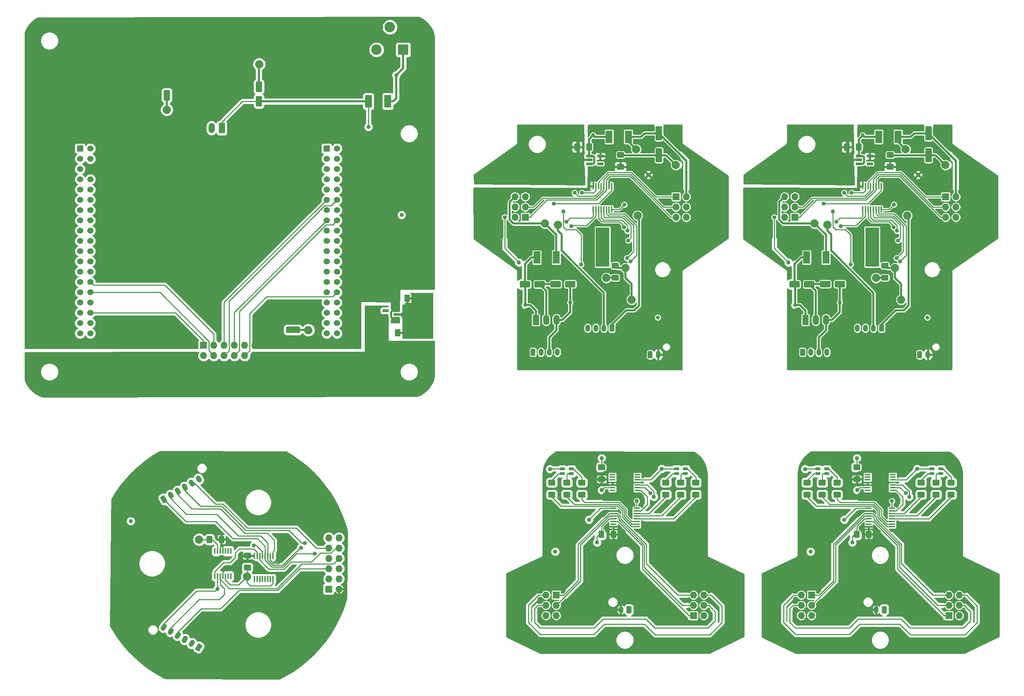
<source format=gbr>
G04 #@! TF.GenerationSoftware,KiCad,Pcbnew,(5.1.5)-3*
G04 #@! TF.CreationDate,2021-05-18T18:36:11+02:00*
G04 #@! TF.ProjectId,MK2EE,4d4b3245-452e-46b6-9963-61645f706362,1*
G04 #@! TF.SameCoordinates,Original*
G04 #@! TF.FileFunction,Copper,L1,Top*
G04 #@! TF.FilePolarity,Positive*
%FSLAX46Y46*%
G04 Gerber Fmt 4.6, Leading zero omitted, Abs format (unit mm)*
G04 Created by KiCad (PCBNEW (5.1.5)-3) date 2021-05-18 18:36:11*
%MOMM*%
%LPD*%
G04 APERTURE LIST*
%ADD10R,3.400000X9.700000*%
%ADD11C,0.500000*%
%ADD12R,0.410000X1.570000*%
%ADD13O,1.500000X2.500000*%
%ADD14R,1.500000X2.500000*%
%ADD15C,0.100000*%
%ADD16O,1.200000X1.800000*%
%ADD17R,1.680000X3.100000*%
%ADD18R,1.680000X3.150000*%
%ADD19O,1.727200X1.727200*%
%ADD20R,1.727200X1.727200*%
%ADD21C,1.000000*%
%ADD22R,1.560000X0.650000*%
%ADD23R,1.200000X0.800000*%
%ADD24R,1.570000X0.410000*%
%ADD25R,1.475000X0.450000*%
%ADD26C,1.530000*%
%ADD27R,1.530000X1.530000*%
%ADD28C,2.600000*%
%ADD29R,2.600000X2.600000*%
%ADD30R,0.450000X1.475000*%
%ADD31C,1.200000*%
%ADD32C,2.032000*%
%ADD33C,1.016000*%
%ADD34C,0.508000*%
%ADD35C,0.254000*%
G04 APERTURE END LIST*
D10*
X249170000Y-98405000D03*
D11*
X250470000Y-94505000D03*
X247870000Y-94505000D03*
X250470000Y-95805000D03*
X247870000Y-95805000D03*
X250470000Y-97105000D03*
X247870000Y-97105000D03*
X250470000Y-98405000D03*
X247870000Y-98405000D03*
X247870000Y-99705000D03*
X250470000Y-99705000D03*
X250470000Y-101005000D03*
X247870000Y-101005000D03*
X250470000Y-102305000D03*
X247870000Y-102305000D03*
X249170000Y-94505000D03*
X249170000Y-95805000D03*
X249170000Y-97105000D03*
X249170000Y-102305000D03*
X249170000Y-101005000D03*
X249170000Y-99705000D03*
X249170000Y-98405000D03*
D10*
X182520000Y-98405000D03*
D11*
X183820000Y-94505000D03*
X181220000Y-94505000D03*
X183820000Y-95805000D03*
X181220000Y-95805000D03*
X183820000Y-97105000D03*
X181220000Y-97105000D03*
X183820000Y-98405000D03*
X181220000Y-98405000D03*
X181220000Y-99705000D03*
X183820000Y-99705000D03*
X183820000Y-101005000D03*
X181220000Y-101005000D03*
X183820000Y-102305000D03*
X181220000Y-102305000D03*
X182520000Y-94505000D03*
X182520000Y-95805000D03*
X182520000Y-97105000D03*
X182520000Y-102305000D03*
X182520000Y-101005000D03*
X182520000Y-99705000D03*
X182520000Y-98405000D03*
D12*
X246870000Y-83360000D03*
X247520000Y-83360000D03*
X248170000Y-83360000D03*
X248820000Y-83360000D03*
X249470000Y-83360000D03*
X250120000Y-83360000D03*
X250770000Y-83360000D03*
X251420000Y-83360000D03*
X251420000Y-89100000D03*
X250770000Y-89100000D03*
X250120000Y-89100000D03*
X249470000Y-89100000D03*
X248820000Y-89100000D03*
X248170000Y-89100000D03*
X247520000Y-89100000D03*
X246870000Y-89100000D03*
D13*
X237750000Y-116430000D03*
X235210000Y-116430000D03*
D14*
X232670000Y-116430000D03*
G04 #@! TA.AperFunction,SMDPad,CuDef*
D15*
G36*
X238644504Y-106781204D02*
G01*
X238668773Y-106784804D01*
X238692571Y-106790765D01*
X238715671Y-106799030D01*
X238737849Y-106809520D01*
X238758893Y-106822133D01*
X238778598Y-106836747D01*
X238796777Y-106853223D01*
X238813253Y-106871402D01*
X238827867Y-106891107D01*
X238840480Y-106912151D01*
X238850970Y-106934329D01*
X238859235Y-106957429D01*
X238865196Y-106981227D01*
X238868796Y-107005496D01*
X238870000Y-107030000D01*
X238870000Y-108130000D01*
X238868796Y-108154504D01*
X238865196Y-108178773D01*
X238859235Y-108202571D01*
X238850970Y-108225671D01*
X238840480Y-108247849D01*
X238827867Y-108268893D01*
X238813253Y-108288598D01*
X238796777Y-108306777D01*
X238778598Y-108323253D01*
X238758893Y-108337867D01*
X238737849Y-108350480D01*
X238715671Y-108360970D01*
X238692571Y-108369235D01*
X238668773Y-108375196D01*
X238644504Y-108378796D01*
X238620000Y-108380000D01*
X236520000Y-108380000D01*
X236495496Y-108378796D01*
X236471227Y-108375196D01*
X236447429Y-108369235D01*
X236424329Y-108360970D01*
X236402151Y-108350480D01*
X236381107Y-108337867D01*
X236361402Y-108323253D01*
X236343223Y-108306777D01*
X236326747Y-108288598D01*
X236312133Y-108268893D01*
X236299520Y-108247849D01*
X236289030Y-108225671D01*
X236280765Y-108202571D01*
X236274804Y-108178773D01*
X236271204Y-108154504D01*
X236270000Y-108130000D01*
X236270000Y-107030000D01*
X236271204Y-107005496D01*
X236274804Y-106981227D01*
X236280765Y-106957429D01*
X236289030Y-106934329D01*
X236299520Y-106912151D01*
X236312133Y-106891107D01*
X236326747Y-106871402D01*
X236343223Y-106853223D01*
X236361402Y-106836747D01*
X236381107Y-106822133D01*
X236402151Y-106809520D01*
X236424329Y-106799030D01*
X236447429Y-106790765D01*
X236471227Y-106784804D01*
X236495496Y-106781204D01*
X236520000Y-106780000D01*
X238620000Y-106780000D01*
X238644504Y-106781204D01*
G37*
G04 #@! TD.AperFunction*
G04 #@! TA.AperFunction,SMDPad,CuDef*
G36*
X242244504Y-106781204D02*
G01*
X242268773Y-106784804D01*
X242292571Y-106790765D01*
X242315671Y-106799030D01*
X242337849Y-106809520D01*
X242358893Y-106822133D01*
X242378598Y-106836747D01*
X242396777Y-106853223D01*
X242413253Y-106871402D01*
X242427867Y-106891107D01*
X242440480Y-106912151D01*
X242450970Y-106934329D01*
X242459235Y-106957429D01*
X242465196Y-106981227D01*
X242468796Y-107005496D01*
X242470000Y-107030000D01*
X242470000Y-108130000D01*
X242468796Y-108154504D01*
X242465196Y-108178773D01*
X242459235Y-108202571D01*
X242450970Y-108225671D01*
X242440480Y-108247849D01*
X242427867Y-108268893D01*
X242413253Y-108288598D01*
X242396777Y-108306777D01*
X242378598Y-108323253D01*
X242358893Y-108337867D01*
X242337849Y-108350480D01*
X242315671Y-108360970D01*
X242292571Y-108369235D01*
X242268773Y-108375196D01*
X242244504Y-108378796D01*
X242220000Y-108380000D01*
X240120000Y-108380000D01*
X240095496Y-108378796D01*
X240071227Y-108375196D01*
X240047429Y-108369235D01*
X240024329Y-108360970D01*
X240002151Y-108350480D01*
X239981107Y-108337867D01*
X239961402Y-108323253D01*
X239943223Y-108306777D01*
X239926747Y-108288598D01*
X239912133Y-108268893D01*
X239899520Y-108247849D01*
X239889030Y-108225671D01*
X239880765Y-108202571D01*
X239874804Y-108178773D01*
X239871204Y-108154504D01*
X239870000Y-108130000D01*
X239870000Y-107030000D01*
X239871204Y-107005496D01*
X239874804Y-106981227D01*
X239880765Y-106957429D01*
X239889030Y-106934329D01*
X239899520Y-106912151D01*
X239912133Y-106891107D01*
X239926747Y-106871402D01*
X239943223Y-106853223D01*
X239961402Y-106836747D01*
X239981107Y-106822133D01*
X240002151Y-106809520D01*
X240024329Y-106799030D01*
X240047429Y-106790765D01*
X240071227Y-106784804D01*
X240095496Y-106781204D01*
X240120000Y-106780000D01*
X242220000Y-106780000D01*
X242244504Y-106781204D01*
G37*
G04 #@! TD.AperFunction*
D16*
X245495000Y-118455000D03*
X247495000Y-118455000D03*
X249495000Y-118455000D03*
G04 #@! TA.AperFunction,ComponentPad*
D15*
G36*
X251869505Y-117556204D02*
G01*
X251893773Y-117559804D01*
X251917572Y-117565765D01*
X251940671Y-117574030D01*
X251962850Y-117584520D01*
X251983893Y-117597132D01*
X252003599Y-117611747D01*
X252021777Y-117628223D01*
X252038253Y-117646401D01*
X252052868Y-117666107D01*
X252065480Y-117687150D01*
X252075970Y-117709329D01*
X252084235Y-117732428D01*
X252090196Y-117756227D01*
X252093796Y-117780495D01*
X252095000Y-117804999D01*
X252095000Y-119105001D01*
X252093796Y-119129505D01*
X252090196Y-119153773D01*
X252084235Y-119177572D01*
X252075970Y-119200671D01*
X252065480Y-119222850D01*
X252052868Y-119243893D01*
X252038253Y-119263599D01*
X252021777Y-119281777D01*
X252003599Y-119298253D01*
X251983893Y-119312868D01*
X251962850Y-119325480D01*
X251940671Y-119335970D01*
X251917572Y-119344235D01*
X251893773Y-119350196D01*
X251869505Y-119353796D01*
X251845001Y-119355000D01*
X251144999Y-119355000D01*
X251120495Y-119353796D01*
X251096227Y-119350196D01*
X251072428Y-119344235D01*
X251049329Y-119335970D01*
X251027150Y-119325480D01*
X251006107Y-119312868D01*
X250986401Y-119298253D01*
X250968223Y-119281777D01*
X250951747Y-119263599D01*
X250937132Y-119243893D01*
X250924520Y-119222850D01*
X250914030Y-119200671D01*
X250905765Y-119177572D01*
X250899804Y-119153773D01*
X250896204Y-119129505D01*
X250895000Y-119105001D01*
X250895000Y-117804999D01*
X250896204Y-117780495D01*
X250899804Y-117756227D01*
X250905765Y-117732428D01*
X250914030Y-117709329D01*
X250924520Y-117687150D01*
X250937132Y-117666107D01*
X250951747Y-117646401D01*
X250968223Y-117628223D01*
X250986401Y-117611747D01*
X251006107Y-117597132D01*
X251027150Y-117584520D01*
X251049329Y-117574030D01*
X251072428Y-117565765D01*
X251096227Y-117559804D01*
X251120495Y-117556204D01*
X251144999Y-117555000D01*
X251845001Y-117555000D01*
X251869505Y-117556204D01*
G37*
G04 #@! TD.AperFunction*
G04 #@! TA.AperFunction,SMDPad,CuDef*
G36*
X243379504Y-72781204D02*
G01*
X243403773Y-72784804D01*
X243427571Y-72790765D01*
X243450671Y-72799030D01*
X243472849Y-72809520D01*
X243493893Y-72822133D01*
X243513598Y-72836747D01*
X243531777Y-72853223D01*
X243548253Y-72871402D01*
X243562867Y-72891107D01*
X243575480Y-72912151D01*
X243585970Y-72934329D01*
X243594235Y-72957429D01*
X243600196Y-72981227D01*
X243603796Y-73005496D01*
X243605000Y-73030000D01*
X243605000Y-74280000D01*
X243603796Y-74304504D01*
X243600196Y-74328773D01*
X243594235Y-74352571D01*
X243585970Y-74375671D01*
X243575480Y-74397849D01*
X243562867Y-74418893D01*
X243548253Y-74438598D01*
X243531777Y-74456777D01*
X243513598Y-74473253D01*
X243493893Y-74487867D01*
X243472849Y-74500480D01*
X243450671Y-74510970D01*
X243427571Y-74519235D01*
X243403773Y-74525196D01*
X243379504Y-74528796D01*
X243355000Y-74530000D01*
X242430000Y-74530000D01*
X242405496Y-74528796D01*
X242381227Y-74525196D01*
X242357429Y-74519235D01*
X242334329Y-74510970D01*
X242312151Y-74500480D01*
X242291107Y-74487867D01*
X242271402Y-74473253D01*
X242253223Y-74456777D01*
X242236747Y-74438598D01*
X242222133Y-74418893D01*
X242209520Y-74397849D01*
X242199030Y-74375671D01*
X242190765Y-74352571D01*
X242184804Y-74328773D01*
X242181204Y-74304504D01*
X242180000Y-74280000D01*
X242180000Y-73030000D01*
X242181204Y-73005496D01*
X242184804Y-72981227D01*
X242190765Y-72957429D01*
X242199030Y-72934329D01*
X242209520Y-72912151D01*
X242222133Y-72891107D01*
X242236747Y-72871402D01*
X242253223Y-72853223D01*
X242271402Y-72836747D01*
X242291107Y-72822133D01*
X242312151Y-72809520D01*
X242334329Y-72799030D01*
X242357429Y-72790765D01*
X242381227Y-72784804D01*
X242405496Y-72781204D01*
X242430000Y-72780000D01*
X243355000Y-72780000D01*
X243379504Y-72781204D01*
G37*
G04 #@! TD.AperFunction*
G04 #@! TA.AperFunction,SMDPad,CuDef*
G36*
X246354504Y-72781204D02*
G01*
X246378773Y-72784804D01*
X246402571Y-72790765D01*
X246425671Y-72799030D01*
X246447849Y-72809520D01*
X246468893Y-72822133D01*
X246488598Y-72836747D01*
X246506777Y-72853223D01*
X246523253Y-72871402D01*
X246537867Y-72891107D01*
X246550480Y-72912151D01*
X246560970Y-72934329D01*
X246569235Y-72957429D01*
X246575196Y-72981227D01*
X246578796Y-73005496D01*
X246580000Y-73030000D01*
X246580000Y-74280000D01*
X246578796Y-74304504D01*
X246575196Y-74328773D01*
X246569235Y-74352571D01*
X246560970Y-74375671D01*
X246550480Y-74397849D01*
X246537867Y-74418893D01*
X246523253Y-74438598D01*
X246506777Y-74456777D01*
X246488598Y-74473253D01*
X246468893Y-74487867D01*
X246447849Y-74500480D01*
X246425671Y-74510970D01*
X246402571Y-74519235D01*
X246378773Y-74525196D01*
X246354504Y-74528796D01*
X246330000Y-74530000D01*
X245405000Y-74530000D01*
X245380496Y-74528796D01*
X245356227Y-74525196D01*
X245332429Y-74519235D01*
X245309329Y-74510970D01*
X245287151Y-74500480D01*
X245266107Y-74487867D01*
X245246402Y-74473253D01*
X245228223Y-74456777D01*
X245211747Y-74438598D01*
X245197133Y-74418893D01*
X245184520Y-74397849D01*
X245174030Y-74375671D01*
X245165765Y-74352571D01*
X245159804Y-74328773D01*
X245156204Y-74304504D01*
X245155000Y-74280000D01*
X245155000Y-73030000D01*
X245156204Y-73005496D01*
X245159804Y-72981227D01*
X245165765Y-72957429D01*
X245174030Y-72934329D01*
X245184520Y-72912151D01*
X245197133Y-72891107D01*
X245211747Y-72871402D01*
X245228223Y-72853223D01*
X245246402Y-72836747D01*
X245266107Y-72822133D01*
X245287151Y-72809520D01*
X245309329Y-72799030D01*
X245332429Y-72790765D01*
X245356227Y-72784804D01*
X245380496Y-72781204D01*
X245405000Y-72780000D01*
X246330000Y-72780000D01*
X246354504Y-72781204D01*
G37*
G04 #@! TD.AperFunction*
D16*
X262920000Y-125030000D03*
G04 #@! TA.AperFunction,ComponentPad*
D15*
G36*
X261294505Y-124131204D02*
G01*
X261318773Y-124134804D01*
X261342572Y-124140765D01*
X261365671Y-124149030D01*
X261387850Y-124159520D01*
X261408893Y-124172132D01*
X261428599Y-124186747D01*
X261446777Y-124203223D01*
X261463253Y-124221401D01*
X261477868Y-124241107D01*
X261490480Y-124262150D01*
X261500970Y-124284329D01*
X261509235Y-124307428D01*
X261515196Y-124331227D01*
X261518796Y-124355495D01*
X261520000Y-124379999D01*
X261520000Y-125680001D01*
X261518796Y-125704505D01*
X261515196Y-125728773D01*
X261509235Y-125752572D01*
X261500970Y-125775671D01*
X261490480Y-125797850D01*
X261477868Y-125818893D01*
X261463253Y-125838599D01*
X261446777Y-125856777D01*
X261428599Y-125873253D01*
X261408893Y-125887868D01*
X261387850Y-125900480D01*
X261365671Y-125910970D01*
X261342572Y-125919235D01*
X261318773Y-125925196D01*
X261294505Y-125928796D01*
X261270001Y-125930000D01*
X260569999Y-125930000D01*
X260545495Y-125928796D01*
X260521227Y-125925196D01*
X260497428Y-125919235D01*
X260474329Y-125910970D01*
X260452150Y-125900480D01*
X260431107Y-125887868D01*
X260411401Y-125873253D01*
X260393223Y-125856777D01*
X260376747Y-125838599D01*
X260362132Y-125818893D01*
X260349520Y-125797850D01*
X260339030Y-125775671D01*
X260330765Y-125752572D01*
X260324804Y-125728773D01*
X260321204Y-125704505D01*
X260320000Y-125680001D01*
X260320000Y-124379999D01*
X260321204Y-124355495D01*
X260324804Y-124331227D01*
X260330765Y-124307428D01*
X260339030Y-124284329D01*
X260349520Y-124262150D01*
X260362132Y-124241107D01*
X260376747Y-124221401D01*
X260393223Y-124203223D01*
X260411401Y-124186747D01*
X260431107Y-124172132D01*
X260452150Y-124159520D01*
X260474329Y-124149030D01*
X260497428Y-124140765D01*
X260521227Y-124134804D01*
X260545495Y-124131204D01*
X260569999Y-124130000D01*
X261270001Y-124130000D01*
X261294505Y-124131204D01*
G37*
G04 #@! TD.AperFunction*
G04 #@! TA.AperFunction,SMDPad,CuDef*
G36*
X254244504Y-74881204D02*
G01*
X254268773Y-74884804D01*
X254292571Y-74890765D01*
X254315671Y-74899030D01*
X254337849Y-74909520D01*
X254358893Y-74922133D01*
X254378598Y-74936747D01*
X254396777Y-74953223D01*
X254413253Y-74971402D01*
X254427867Y-74991107D01*
X254440480Y-75012151D01*
X254450970Y-75034329D01*
X254459235Y-75057429D01*
X254465196Y-75081227D01*
X254468796Y-75105496D01*
X254470000Y-75130000D01*
X254470000Y-76055000D01*
X254468796Y-76079504D01*
X254465196Y-76103773D01*
X254459235Y-76127571D01*
X254450970Y-76150671D01*
X254440480Y-76172849D01*
X254427867Y-76193893D01*
X254413253Y-76213598D01*
X254396777Y-76231777D01*
X254378598Y-76248253D01*
X254358893Y-76262867D01*
X254337849Y-76275480D01*
X254315671Y-76285970D01*
X254292571Y-76294235D01*
X254268773Y-76300196D01*
X254244504Y-76303796D01*
X254220000Y-76305000D01*
X252970000Y-76305000D01*
X252945496Y-76303796D01*
X252921227Y-76300196D01*
X252897429Y-76294235D01*
X252874329Y-76285970D01*
X252852151Y-76275480D01*
X252831107Y-76262867D01*
X252811402Y-76248253D01*
X252793223Y-76231777D01*
X252776747Y-76213598D01*
X252762133Y-76193893D01*
X252749520Y-76172849D01*
X252739030Y-76150671D01*
X252730765Y-76127571D01*
X252724804Y-76103773D01*
X252721204Y-76079504D01*
X252720000Y-76055000D01*
X252720000Y-75130000D01*
X252721204Y-75105496D01*
X252724804Y-75081227D01*
X252730765Y-75057429D01*
X252739030Y-75034329D01*
X252749520Y-75012151D01*
X252762133Y-74991107D01*
X252776747Y-74971402D01*
X252793223Y-74953223D01*
X252811402Y-74936747D01*
X252831107Y-74922133D01*
X252852151Y-74909520D01*
X252874329Y-74899030D01*
X252897429Y-74890765D01*
X252921227Y-74884804D01*
X252945496Y-74881204D01*
X252970000Y-74880000D01*
X254220000Y-74880000D01*
X254244504Y-74881204D01*
G37*
G04 #@! TD.AperFunction*
G04 #@! TA.AperFunction,SMDPad,CuDef*
G36*
X254244504Y-77856204D02*
G01*
X254268773Y-77859804D01*
X254292571Y-77865765D01*
X254315671Y-77874030D01*
X254337849Y-77884520D01*
X254358893Y-77897133D01*
X254378598Y-77911747D01*
X254396777Y-77928223D01*
X254413253Y-77946402D01*
X254427867Y-77966107D01*
X254440480Y-77987151D01*
X254450970Y-78009329D01*
X254459235Y-78032429D01*
X254465196Y-78056227D01*
X254468796Y-78080496D01*
X254470000Y-78105000D01*
X254470000Y-79030000D01*
X254468796Y-79054504D01*
X254465196Y-79078773D01*
X254459235Y-79102571D01*
X254450970Y-79125671D01*
X254440480Y-79147849D01*
X254427867Y-79168893D01*
X254413253Y-79188598D01*
X254396777Y-79206777D01*
X254378598Y-79223253D01*
X254358893Y-79237867D01*
X254337849Y-79250480D01*
X254315671Y-79260970D01*
X254292571Y-79269235D01*
X254268773Y-79275196D01*
X254244504Y-79278796D01*
X254220000Y-79280000D01*
X252970000Y-79280000D01*
X252945496Y-79278796D01*
X252921227Y-79275196D01*
X252897429Y-79269235D01*
X252874329Y-79260970D01*
X252852151Y-79250480D01*
X252831107Y-79237867D01*
X252811402Y-79223253D01*
X252793223Y-79206777D01*
X252776747Y-79188598D01*
X252762133Y-79168893D01*
X252749520Y-79147849D01*
X252739030Y-79125671D01*
X252730765Y-79102571D01*
X252724804Y-79078773D01*
X252721204Y-79054504D01*
X252720000Y-79030000D01*
X252720000Y-78105000D01*
X252721204Y-78080496D01*
X252724804Y-78056227D01*
X252730765Y-78032429D01*
X252739030Y-78009329D01*
X252749520Y-77987151D01*
X252762133Y-77966107D01*
X252776747Y-77946402D01*
X252793223Y-77928223D01*
X252811402Y-77911747D01*
X252831107Y-77897133D01*
X252852151Y-77884520D01*
X252874329Y-77874030D01*
X252897429Y-77865765D01*
X252921227Y-77859804D01*
X252945496Y-77856204D01*
X252970000Y-77855000D01*
X254220000Y-77855000D01*
X254244504Y-77856204D01*
G37*
G04 #@! TD.AperFunction*
G04 #@! TA.AperFunction,SMDPad,CuDef*
G36*
X263669504Y-73931204D02*
G01*
X263693773Y-73934804D01*
X263717571Y-73940765D01*
X263740671Y-73949030D01*
X263762849Y-73959520D01*
X263783893Y-73972133D01*
X263803598Y-73986747D01*
X263821777Y-74003223D01*
X263838253Y-74021402D01*
X263852867Y-74041107D01*
X263865480Y-74062151D01*
X263875970Y-74084329D01*
X263884235Y-74107429D01*
X263890196Y-74131227D01*
X263893796Y-74155496D01*
X263895000Y-74180000D01*
X263895000Y-77180000D01*
X263893796Y-77204504D01*
X263890196Y-77228773D01*
X263884235Y-77252571D01*
X263875970Y-77275671D01*
X263865480Y-77297849D01*
X263852867Y-77318893D01*
X263838253Y-77338598D01*
X263821777Y-77356777D01*
X263803598Y-77373253D01*
X263783893Y-77387867D01*
X263762849Y-77400480D01*
X263740671Y-77410970D01*
X263717571Y-77419235D01*
X263693773Y-77425196D01*
X263669504Y-77428796D01*
X263645000Y-77430000D01*
X262545000Y-77430000D01*
X262520496Y-77428796D01*
X262496227Y-77425196D01*
X262472429Y-77419235D01*
X262449329Y-77410970D01*
X262427151Y-77400480D01*
X262406107Y-77387867D01*
X262386402Y-77373253D01*
X262368223Y-77356777D01*
X262351747Y-77338598D01*
X262337133Y-77318893D01*
X262324520Y-77297849D01*
X262314030Y-77275671D01*
X262305765Y-77252571D01*
X262299804Y-77228773D01*
X262296204Y-77204504D01*
X262295000Y-77180000D01*
X262295000Y-74180000D01*
X262296204Y-74155496D01*
X262299804Y-74131227D01*
X262305765Y-74107429D01*
X262314030Y-74084329D01*
X262324520Y-74062151D01*
X262337133Y-74041107D01*
X262351747Y-74021402D01*
X262368223Y-74003223D01*
X262386402Y-73986747D01*
X262406107Y-73972133D01*
X262427151Y-73959520D01*
X262449329Y-73949030D01*
X262472429Y-73940765D01*
X262496227Y-73934804D01*
X262520496Y-73931204D01*
X262545000Y-73930000D01*
X263645000Y-73930000D01*
X263669504Y-73931204D01*
G37*
G04 #@! TD.AperFunction*
G04 #@! TA.AperFunction,SMDPad,CuDef*
G36*
X263669504Y-68531204D02*
G01*
X263693773Y-68534804D01*
X263717571Y-68540765D01*
X263740671Y-68549030D01*
X263762849Y-68559520D01*
X263783893Y-68572133D01*
X263803598Y-68586747D01*
X263821777Y-68603223D01*
X263838253Y-68621402D01*
X263852867Y-68641107D01*
X263865480Y-68662151D01*
X263875970Y-68684329D01*
X263884235Y-68707429D01*
X263890196Y-68731227D01*
X263893796Y-68755496D01*
X263895000Y-68780000D01*
X263895000Y-71780000D01*
X263893796Y-71804504D01*
X263890196Y-71828773D01*
X263884235Y-71852571D01*
X263875970Y-71875671D01*
X263865480Y-71897849D01*
X263852867Y-71918893D01*
X263838253Y-71938598D01*
X263821777Y-71956777D01*
X263803598Y-71973253D01*
X263783893Y-71987867D01*
X263762849Y-72000480D01*
X263740671Y-72010970D01*
X263717571Y-72019235D01*
X263693773Y-72025196D01*
X263669504Y-72028796D01*
X263645000Y-72030000D01*
X262545000Y-72030000D01*
X262520496Y-72028796D01*
X262496227Y-72025196D01*
X262472429Y-72019235D01*
X262449329Y-72010970D01*
X262427151Y-72000480D01*
X262406107Y-71987867D01*
X262386402Y-71973253D01*
X262368223Y-71956777D01*
X262351747Y-71938598D01*
X262337133Y-71918893D01*
X262324520Y-71897849D01*
X262314030Y-71875671D01*
X262305765Y-71852571D01*
X262299804Y-71828773D01*
X262296204Y-71804504D01*
X262295000Y-71780000D01*
X262295000Y-68780000D01*
X262296204Y-68755496D01*
X262299804Y-68731227D01*
X262305765Y-68707429D01*
X262314030Y-68684329D01*
X262324520Y-68662151D01*
X262337133Y-68641107D01*
X262351747Y-68621402D01*
X262368223Y-68603223D01*
X262386402Y-68586747D01*
X262406107Y-68572133D01*
X262427151Y-68559520D01*
X262449329Y-68549030D01*
X262472429Y-68540765D01*
X262496227Y-68534804D01*
X262520496Y-68531204D01*
X262545000Y-68530000D01*
X263645000Y-68530000D01*
X263669504Y-68531204D01*
G37*
G04 #@! TD.AperFunction*
G04 #@! TA.AperFunction,SMDPad,CuDef*
G36*
X252969504Y-105281204D02*
G01*
X252993773Y-105284804D01*
X253017571Y-105290765D01*
X253040671Y-105299030D01*
X253062849Y-105309520D01*
X253083893Y-105322133D01*
X253103598Y-105336747D01*
X253121777Y-105353223D01*
X253138253Y-105371402D01*
X253152867Y-105391107D01*
X253165480Y-105412151D01*
X253175970Y-105434329D01*
X253184235Y-105457429D01*
X253190196Y-105481227D01*
X253193796Y-105505496D01*
X253195000Y-105530000D01*
X253195000Y-106455000D01*
X253193796Y-106479504D01*
X253190196Y-106503773D01*
X253184235Y-106527571D01*
X253175970Y-106550671D01*
X253165480Y-106572849D01*
X253152867Y-106593893D01*
X253138253Y-106613598D01*
X253121777Y-106631777D01*
X253103598Y-106648253D01*
X253083893Y-106662867D01*
X253062849Y-106675480D01*
X253040671Y-106685970D01*
X253017571Y-106694235D01*
X252993773Y-106700196D01*
X252969504Y-106703796D01*
X252945000Y-106705000D01*
X251695000Y-106705000D01*
X251670496Y-106703796D01*
X251646227Y-106700196D01*
X251622429Y-106694235D01*
X251599329Y-106685970D01*
X251577151Y-106675480D01*
X251556107Y-106662867D01*
X251536402Y-106648253D01*
X251518223Y-106631777D01*
X251501747Y-106613598D01*
X251487133Y-106593893D01*
X251474520Y-106572849D01*
X251464030Y-106550671D01*
X251455765Y-106527571D01*
X251449804Y-106503773D01*
X251446204Y-106479504D01*
X251445000Y-106455000D01*
X251445000Y-105530000D01*
X251446204Y-105505496D01*
X251449804Y-105481227D01*
X251455765Y-105457429D01*
X251464030Y-105434329D01*
X251474520Y-105412151D01*
X251487133Y-105391107D01*
X251501747Y-105371402D01*
X251518223Y-105353223D01*
X251536402Y-105336747D01*
X251556107Y-105322133D01*
X251577151Y-105309520D01*
X251599329Y-105299030D01*
X251622429Y-105290765D01*
X251646227Y-105284804D01*
X251670496Y-105281204D01*
X251695000Y-105280000D01*
X252945000Y-105280000D01*
X252969504Y-105281204D01*
G37*
G04 #@! TD.AperFunction*
G04 #@! TA.AperFunction,SMDPad,CuDef*
G36*
X252969504Y-102306204D02*
G01*
X252993773Y-102309804D01*
X253017571Y-102315765D01*
X253040671Y-102324030D01*
X253062849Y-102334520D01*
X253083893Y-102347133D01*
X253103598Y-102361747D01*
X253121777Y-102378223D01*
X253138253Y-102396402D01*
X253152867Y-102416107D01*
X253165480Y-102437151D01*
X253175970Y-102459329D01*
X253184235Y-102482429D01*
X253190196Y-102506227D01*
X253193796Y-102530496D01*
X253195000Y-102555000D01*
X253195000Y-103480000D01*
X253193796Y-103504504D01*
X253190196Y-103528773D01*
X253184235Y-103552571D01*
X253175970Y-103575671D01*
X253165480Y-103597849D01*
X253152867Y-103618893D01*
X253138253Y-103638598D01*
X253121777Y-103656777D01*
X253103598Y-103673253D01*
X253083893Y-103687867D01*
X253062849Y-103700480D01*
X253040671Y-103710970D01*
X253017571Y-103719235D01*
X252993773Y-103725196D01*
X252969504Y-103728796D01*
X252945000Y-103730000D01*
X251695000Y-103730000D01*
X251670496Y-103728796D01*
X251646227Y-103725196D01*
X251622429Y-103719235D01*
X251599329Y-103710970D01*
X251577151Y-103700480D01*
X251556107Y-103687867D01*
X251536402Y-103673253D01*
X251518223Y-103656777D01*
X251501747Y-103638598D01*
X251487133Y-103618893D01*
X251474520Y-103597849D01*
X251464030Y-103575671D01*
X251455765Y-103552571D01*
X251449804Y-103528773D01*
X251446204Y-103504504D01*
X251445000Y-103480000D01*
X251445000Y-102555000D01*
X251446204Y-102530496D01*
X251449804Y-102506227D01*
X251455765Y-102482429D01*
X251464030Y-102459329D01*
X251474520Y-102437151D01*
X251487133Y-102416107D01*
X251501747Y-102396402D01*
X251518223Y-102378223D01*
X251536402Y-102361747D01*
X251556107Y-102347133D01*
X251577151Y-102334520D01*
X251599329Y-102324030D01*
X251622429Y-102315765D01*
X251646227Y-102309804D01*
X251670496Y-102306204D01*
X251695000Y-102305000D01*
X252945000Y-102305000D01*
X252969504Y-102306204D01*
G37*
G04 #@! TD.AperFunction*
D17*
X232955000Y-100980000D03*
D18*
X237735000Y-100980000D03*
G04 #@! TA.AperFunction,SMDPad,CuDef*
D15*
G36*
X234669504Y-106831204D02*
G01*
X234693773Y-106834804D01*
X234717571Y-106840765D01*
X234740671Y-106849030D01*
X234762849Y-106859520D01*
X234783893Y-106872133D01*
X234803598Y-106886747D01*
X234821777Y-106903223D01*
X234838253Y-106921402D01*
X234852867Y-106941107D01*
X234865480Y-106962151D01*
X234875970Y-106984329D01*
X234884235Y-107007429D01*
X234890196Y-107031227D01*
X234893796Y-107055496D01*
X234895000Y-107080000D01*
X234895000Y-108180000D01*
X234893796Y-108204504D01*
X234890196Y-108228773D01*
X234884235Y-108252571D01*
X234875970Y-108275671D01*
X234865480Y-108297849D01*
X234852867Y-108318893D01*
X234838253Y-108338598D01*
X234821777Y-108356777D01*
X234803598Y-108373253D01*
X234783893Y-108387867D01*
X234762849Y-108400480D01*
X234740671Y-108410970D01*
X234717571Y-108419235D01*
X234693773Y-108425196D01*
X234669504Y-108428796D01*
X234645000Y-108430000D01*
X232545000Y-108430000D01*
X232520496Y-108428796D01*
X232496227Y-108425196D01*
X232472429Y-108419235D01*
X232449329Y-108410970D01*
X232427151Y-108400480D01*
X232406107Y-108387867D01*
X232386402Y-108373253D01*
X232368223Y-108356777D01*
X232351747Y-108338598D01*
X232337133Y-108318893D01*
X232324520Y-108297849D01*
X232314030Y-108275671D01*
X232305765Y-108252571D01*
X232299804Y-108228773D01*
X232296204Y-108204504D01*
X232295000Y-108180000D01*
X232295000Y-107080000D01*
X232296204Y-107055496D01*
X232299804Y-107031227D01*
X232305765Y-107007429D01*
X232314030Y-106984329D01*
X232324520Y-106962151D01*
X232337133Y-106941107D01*
X232351747Y-106921402D01*
X232368223Y-106903223D01*
X232386402Y-106886747D01*
X232406107Y-106872133D01*
X232427151Y-106859520D01*
X232449329Y-106849030D01*
X232472429Y-106840765D01*
X232496227Y-106834804D01*
X232520496Y-106831204D01*
X232545000Y-106830000D01*
X234645000Y-106830000D01*
X234669504Y-106831204D01*
G37*
G04 #@! TD.AperFunction*
G04 #@! TA.AperFunction,SMDPad,CuDef*
G36*
X231069504Y-106831204D02*
G01*
X231093773Y-106834804D01*
X231117571Y-106840765D01*
X231140671Y-106849030D01*
X231162849Y-106859520D01*
X231183893Y-106872133D01*
X231203598Y-106886747D01*
X231221777Y-106903223D01*
X231238253Y-106921402D01*
X231252867Y-106941107D01*
X231265480Y-106962151D01*
X231275970Y-106984329D01*
X231284235Y-107007429D01*
X231290196Y-107031227D01*
X231293796Y-107055496D01*
X231295000Y-107080000D01*
X231295000Y-108180000D01*
X231293796Y-108204504D01*
X231290196Y-108228773D01*
X231284235Y-108252571D01*
X231275970Y-108275671D01*
X231265480Y-108297849D01*
X231252867Y-108318893D01*
X231238253Y-108338598D01*
X231221777Y-108356777D01*
X231203598Y-108373253D01*
X231183893Y-108387867D01*
X231162849Y-108400480D01*
X231140671Y-108410970D01*
X231117571Y-108419235D01*
X231093773Y-108425196D01*
X231069504Y-108428796D01*
X231045000Y-108430000D01*
X228945000Y-108430000D01*
X228920496Y-108428796D01*
X228896227Y-108425196D01*
X228872429Y-108419235D01*
X228849329Y-108410970D01*
X228827151Y-108400480D01*
X228806107Y-108387867D01*
X228786402Y-108373253D01*
X228768223Y-108356777D01*
X228751747Y-108338598D01*
X228737133Y-108318893D01*
X228724520Y-108297849D01*
X228714030Y-108275671D01*
X228705765Y-108252571D01*
X228699804Y-108228773D01*
X228696204Y-108204504D01*
X228695000Y-108180000D01*
X228695000Y-107080000D01*
X228696204Y-107055496D01*
X228699804Y-107031227D01*
X228705765Y-107007429D01*
X228714030Y-106984329D01*
X228724520Y-106962151D01*
X228737133Y-106941107D01*
X228751747Y-106921402D01*
X228768223Y-106903223D01*
X228786402Y-106886747D01*
X228806107Y-106872133D01*
X228827151Y-106859520D01*
X228849329Y-106849030D01*
X228872429Y-106840765D01*
X228896227Y-106834804D01*
X228920496Y-106831204D01*
X228945000Y-106830000D01*
X231045000Y-106830000D01*
X231069504Y-106831204D01*
G37*
G04 #@! TD.AperFunction*
D19*
X269860000Y-91035000D03*
X267320000Y-91035000D03*
X269860000Y-88495000D03*
X267320000Y-88495000D03*
X269860000Y-85955000D03*
D20*
X267320000Y-85955000D03*
D17*
X250780000Y-71130000D03*
D18*
X255560000Y-71130000D03*
D21*
X230120000Y-112755000D03*
X260520000Y-80555000D03*
D22*
X248595000Y-75905000D03*
X248595000Y-77805000D03*
X245895000Y-77805000D03*
X245895000Y-76855000D03*
X245895000Y-75905000D03*
D21*
X241145000Y-112130000D03*
X262810000Y-115820000D03*
X246830000Y-70765000D03*
D19*
X227505000Y-85950000D03*
X230045000Y-85950000D03*
X227505000Y-88490000D03*
X230045000Y-88490000D03*
X227505000Y-91030000D03*
D20*
X230045000Y-91030000D03*
D16*
X237970000Y-124430000D03*
X235970000Y-124430000D03*
X233970000Y-124430000D03*
G04 #@! TA.AperFunction,ComponentPad*
D15*
G36*
X232344505Y-123531204D02*
G01*
X232368773Y-123534804D01*
X232392572Y-123540765D01*
X232415671Y-123549030D01*
X232437850Y-123559520D01*
X232458893Y-123572132D01*
X232478599Y-123586747D01*
X232496777Y-123603223D01*
X232513253Y-123621401D01*
X232527868Y-123641107D01*
X232540480Y-123662150D01*
X232550970Y-123684329D01*
X232559235Y-123707428D01*
X232565196Y-123731227D01*
X232568796Y-123755495D01*
X232570000Y-123779999D01*
X232570000Y-125080001D01*
X232568796Y-125104505D01*
X232565196Y-125128773D01*
X232559235Y-125152572D01*
X232550970Y-125175671D01*
X232540480Y-125197850D01*
X232527868Y-125218893D01*
X232513253Y-125238599D01*
X232496777Y-125256777D01*
X232478599Y-125273253D01*
X232458893Y-125287868D01*
X232437850Y-125300480D01*
X232415671Y-125310970D01*
X232392572Y-125319235D01*
X232368773Y-125325196D01*
X232344505Y-125328796D01*
X232320001Y-125330000D01*
X231619999Y-125330000D01*
X231595495Y-125328796D01*
X231571227Y-125325196D01*
X231547428Y-125319235D01*
X231524329Y-125310970D01*
X231502150Y-125300480D01*
X231481107Y-125287868D01*
X231461401Y-125273253D01*
X231443223Y-125256777D01*
X231426747Y-125238599D01*
X231412132Y-125218893D01*
X231399520Y-125197850D01*
X231389030Y-125175671D01*
X231380765Y-125152572D01*
X231374804Y-125128773D01*
X231371204Y-125104505D01*
X231370000Y-125080001D01*
X231370000Y-123779999D01*
X231371204Y-123755495D01*
X231374804Y-123731227D01*
X231380765Y-123707428D01*
X231389030Y-123684329D01*
X231399520Y-123662150D01*
X231412132Y-123641107D01*
X231426747Y-123621401D01*
X231443223Y-123603223D01*
X231461401Y-123586747D01*
X231481107Y-123572132D01*
X231502150Y-123559520D01*
X231524329Y-123549030D01*
X231547428Y-123540765D01*
X231571227Y-123534804D01*
X231595495Y-123531204D01*
X231619999Y-123530000D01*
X232320001Y-123530000D01*
X232344505Y-123531204D01*
G37*
G04 #@! TD.AperFunction*
G04 #@! TA.AperFunction,SMDPad,CuDef*
G36*
X245825504Y-168626204D02*
G01*
X245849773Y-168629804D01*
X245873571Y-168635765D01*
X245896671Y-168644030D01*
X245918849Y-168654520D01*
X245939893Y-168667133D01*
X245959598Y-168681747D01*
X245977777Y-168698223D01*
X245994253Y-168716402D01*
X246008867Y-168736107D01*
X246021480Y-168757151D01*
X246031970Y-168779329D01*
X246040235Y-168802429D01*
X246046196Y-168826227D01*
X246049796Y-168850496D01*
X246051000Y-168875000D01*
X246051000Y-170125000D01*
X246049796Y-170149504D01*
X246046196Y-170173773D01*
X246040235Y-170197571D01*
X246031970Y-170220671D01*
X246021480Y-170242849D01*
X246008867Y-170263893D01*
X245994253Y-170283598D01*
X245977777Y-170301777D01*
X245959598Y-170318253D01*
X245939893Y-170332867D01*
X245918849Y-170345480D01*
X245896671Y-170355970D01*
X245873571Y-170364235D01*
X245849773Y-170370196D01*
X245825504Y-170373796D01*
X245801000Y-170375000D01*
X244876000Y-170375000D01*
X244851496Y-170373796D01*
X244827227Y-170370196D01*
X244803429Y-170364235D01*
X244780329Y-170355970D01*
X244758151Y-170345480D01*
X244737107Y-170332867D01*
X244717402Y-170318253D01*
X244699223Y-170301777D01*
X244682747Y-170283598D01*
X244668133Y-170263893D01*
X244655520Y-170242849D01*
X244645030Y-170220671D01*
X244636765Y-170197571D01*
X244630804Y-170173773D01*
X244627204Y-170149504D01*
X244626000Y-170125000D01*
X244626000Y-168875000D01*
X244627204Y-168850496D01*
X244630804Y-168826227D01*
X244636765Y-168802429D01*
X244645030Y-168779329D01*
X244655520Y-168757151D01*
X244668133Y-168736107D01*
X244682747Y-168716402D01*
X244699223Y-168698223D01*
X244717402Y-168681747D01*
X244737107Y-168667133D01*
X244758151Y-168654520D01*
X244780329Y-168644030D01*
X244803429Y-168635765D01*
X244827227Y-168629804D01*
X244851496Y-168626204D01*
X244876000Y-168625000D01*
X245801000Y-168625000D01*
X245825504Y-168626204D01*
G37*
G04 #@! TD.AperFunction*
G04 #@! TA.AperFunction,SMDPad,CuDef*
G36*
X248800504Y-168626204D02*
G01*
X248824773Y-168629804D01*
X248848571Y-168635765D01*
X248871671Y-168644030D01*
X248893849Y-168654520D01*
X248914893Y-168667133D01*
X248934598Y-168681747D01*
X248952777Y-168698223D01*
X248969253Y-168716402D01*
X248983867Y-168736107D01*
X248996480Y-168757151D01*
X249006970Y-168779329D01*
X249015235Y-168802429D01*
X249021196Y-168826227D01*
X249024796Y-168850496D01*
X249026000Y-168875000D01*
X249026000Y-170125000D01*
X249024796Y-170149504D01*
X249021196Y-170173773D01*
X249015235Y-170197571D01*
X249006970Y-170220671D01*
X248996480Y-170242849D01*
X248983867Y-170263893D01*
X248969253Y-170283598D01*
X248952777Y-170301777D01*
X248934598Y-170318253D01*
X248914893Y-170332867D01*
X248893849Y-170345480D01*
X248871671Y-170355970D01*
X248848571Y-170364235D01*
X248824773Y-170370196D01*
X248800504Y-170373796D01*
X248776000Y-170375000D01*
X247851000Y-170375000D01*
X247826496Y-170373796D01*
X247802227Y-170370196D01*
X247778429Y-170364235D01*
X247755329Y-170355970D01*
X247733151Y-170345480D01*
X247712107Y-170332867D01*
X247692402Y-170318253D01*
X247674223Y-170301777D01*
X247657747Y-170283598D01*
X247643133Y-170263893D01*
X247630520Y-170242849D01*
X247620030Y-170220671D01*
X247611765Y-170197571D01*
X247605804Y-170173773D01*
X247602204Y-170149504D01*
X247601000Y-170125000D01*
X247601000Y-168875000D01*
X247602204Y-168850496D01*
X247605804Y-168826227D01*
X247611765Y-168802429D01*
X247620030Y-168779329D01*
X247630520Y-168757151D01*
X247643133Y-168736107D01*
X247657747Y-168716402D01*
X247674223Y-168698223D01*
X247692402Y-168681747D01*
X247712107Y-168667133D01*
X247733151Y-168654520D01*
X247755329Y-168644030D01*
X247778429Y-168635765D01*
X247802227Y-168629804D01*
X247826496Y-168626204D01*
X247851000Y-168625000D01*
X248776000Y-168625000D01*
X248800504Y-168626204D01*
G37*
G04 #@! TD.AperFunction*
D23*
X235701000Y-153300000D03*
X235701000Y-154500000D03*
X237901000Y-154500000D03*
X237901000Y-153300000D03*
D24*
X248306000Y-167600000D03*
X248306000Y-166950000D03*
X248306000Y-166300000D03*
X248306000Y-165650000D03*
X248306000Y-165000000D03*
X248306000Y-164350000D03*
X248306000Y-163700000D03*
X248306000Y-163050000D03*
X254046000Y-163050000D03*
X254046000Y-163700000D03*
X254046000Y-164350000D03*
X254046000Y-165000000D03*
X254046000Y-165650000D03*
X254046000Y-166300000D03*
X254046000Y-166950000D03*
X254046000Y-167600000D03*
D23*
X263926000Y-153275000D03*
X263926000Y-154475000D03*
X266126000Y-154475000D03*
X266126000Y-153275000D03*
D25*
X248051000Y-158591000D03*
X248051000Y-157941000D03*
X248051000Y-157291000D03*
X248051000Y-156641000D03*
X248051000Y-155991000D03*
X248051000Y-155341000D03*
X248051000Y-154691000D03*
X254251000Y-154691000D03*
X254251000Y-155341000D03*
X254251000Y-155991000D03*
X254251000Y-156641000D03*
X254251000Y-157291000D03*
X254251000Y-157941000D03*
X254251000Y-158591000D03*
G04 #@! TA.AperFunction,SMDPad,CuDef*
D15*
G36*
X241150504Y-158951204D02*
G01*
X241174773Y-158954804D01*
X241198571Y-158960765D01*
X241221671Y-158969030D01*
X241243849Y-158979520D01*
X241264893Y-158992133D01*
X241284598Y-159006747D01*
X241302777Y-159023223D01*
X241319253Y-159041402D01*
X241333867Y-159061107D01*
X241346480Y-159082151D01*
X241356970Y-159104329D01*
X241365235Y-159127429D01*
X241371196Y-159151227D01*
X241374796Y-159175496D01*
X241376000Y-159200000D01*
X241376000Y-160125000D01*
X241374796Y-160149504D01*
X241371196Y-160173773D01*
X241365235Y-160197571D01*
X241356970Y-160220671D01*
X241346480Y-160242849D01*
X241333867Y-160263893D01*
X241319253Y-160283598D01*
X241302777Y-160301777D01*
X241284598Y-160318253D01*
X241264893Y-160332867D01*
X241243849Y-160345480D01*
X241221671Y-160355970D01*
X241198571Y-160364235D01*
X241174773Y-160370196D01*
X241150504Y-160373796D01*
X241126000Y-160375000D01*
X239876000Y-160375000D01*
X239851496Y-160373796D01*
X239827227Y-160370196D01*
X239803429Y-160364235D01*
X239780329Y-160355970D01*
X239758151Y-160345480D01*
X239737107Y-160332867D01*
X239717402Y-160318253D01*
X239699223Y-160301777D01*
X239682747Y-160283598D01*
X239668133Y-160263893D01*
X239655520Y-160242849D01*
X239645030Y-160220671D01*
X239636765Y-160197571D01*
X239630804Y-160173773D01*
X239627204Y-160149504D01*
X239626000Y-160125000D01*
X239626000Y-159200000D01*
X239627204Y-159175496D01*
X239630804Y-159151227D01*
X239636765Y-159127429D01*
X239645030Y-159104329D01*
X239655520Y-159082151D01*
X239668133Y-159061107D01*
X239682747Y-159041402D01*
X239699223Y-159023223D01*
X239717402Y-159006747D01*
X239737107Y-158992133D01*
X239758151Y-158979520D01*
X239780329Y-158969030D01*
X239803429Y-158960765D01*
X239827227Y-158954804D01*
X239851496Y-158951204D01*
X239876000Y-158950000D01*
X241126000Y-158950000D01*
X241150504Y-158951204D01*
G37*
G04 #@! TD.AperFunction*
G04 #@! TA.AperFunction,SMDPad,CuDef*
G36*
X241150504Y-155976204D02*
G01*
X241174773Y-155979804D01*
X241198571Y-155985765D01*
X241221671Y-155994030D01*
X241243849Y-156004520D01*
X241264893Y-156017133D01*
X241284598Y-156031747D01*
X241302777Y-156048223D01*
X241319253Y-156066402D01*
X241333867Y-156086107D01*
X241346480Y-156107151D01*
X241356970Y-156129329D01*
X241365235Y-156152429D01*
X241371196Y-156176227D01*
X241374796Y-156200496D01*
X241376000Y-156225000D01*
X241376000Y-157150000D01*
X241374796Y-157174504D01*
X241371196Y-157198773D01*
X241365235Y-157222571D01*
X241356970Y-157245671D01*
X241346480Y-157267849D01*
X241333867Y-157288893D01*
X241319253Y-157308598D01*
X241302777Y-157326777D01*
X241284598Y-157343253D01*
X241264893Y-157357867D01*
X241243849Y-157370480D01*
X241221671Y-157380970D01*
X241198571Y-157389235D01*
X241174773Y-157395196D01*
X241150504Y-157398796D01*
X241126000Y-157400000D01*
X239876000Y-157400000D01*
X239851496Y-157398796D01*
X239827227Y-157395196D01*
X239803429Y-157389235D01*
X239780329Y-157380970D01*
X239758151Y-157370480D01*
X239737107Y-157357867D01*
X239717402Y-157343253D01*
X239699223Y-157326777D01*
X239682747Y-157308598D01*
X239668133Y-157288893D01*
X239655520Y-157267849D01*
X239645030Y-157245671D01*
X239636765Y-157222571D01*
X239630804Y-157198773D01*
X239627204Y-157174504D01*
X239626000Y-157150000D01*
X239626000Y-156225000D01*
X239627204Y-156200496D01*
X239630804Y-156176227D01*
X239636765Y-156152429D01*
X239645030Y-156129329D01*
X239655520Y-156107151D01*
X239668133Y-156086107D01*
X239682747Y-156066402D01*
X239699223Y-156048223D01*
X239717402Y-156031747D01*
X239737107Y-156017133D01*
X239758151Y-156004520D01*
X239780329Y-155994030D01*
X239803429Y-155985765D01*
X239827227Y-155979804D01*
X239851496Y-155976204D01*
X239876000Y-155975000D01*
X241126000Y-155975000D01*
X241150504Y-155976204D01*
G37*
G04 #@! TD.AperFunction*
G04 #@! TA.AperFunction,SMDPad,CuDef*
G36*
X261900504Y-155976204D02*
G01*
X261924773Y-155979804D01*
X261948571Y-155985765D01*
X261971671Y-155994030D01*
X261993849Y-156004520D01*
X262014893Y-156017133D01*
X262034598Y-156031747D01*
X262052777Y-156048223D01*
X262069253Y-156066402D01*
X262083867Y-156086107D01*
X262096480Y-156107151D01*
X262106970Y-156129329D01*
X262115235Y-156152429D01*
X262121196Y-156176227D01*
X262124796Y-156200496D01*
X262126000Y-156225000D01*
X262126000Y-157150000D01*
X262124796Y-157174504D01*
X262121196Y-157198773D01*
X262115235Y-157222571D01*
X262106970Y-157245671D01*
X262096480Y-157267849D01*
X262083867Y-157288893D01*
X262069253Y-157308598D01*
X262052777Y-157326777D01*
X262034598Y-157343253D01*
X262014893Y-157357867D01*
X261993849Y-157370480D01*
X261971671Y-157380970D01*
X261948571Y-157389235D01*
X261924773Y-157395196D01*
X261900504Y-157398796D01*
X261876000Y-157400000D01*
X260626000Y-157400000D01*
X260601496Y-157398796D01*
X260577227Y-157395196D01*
X260553429Y-157389235D01*
X260530329Y-157380970D01*
X260508151Y-157370480D01*
X260487107Y-157357867D01*
X260467402Y-157343253D01*
X260449223Y-157326777D01*
X260432747Y-157308598D01*
X260418133Y-157288893D01*
X260405520Y-157267849D01*
X260395030Y-157245671D01*
X260386765Y-157222571D01*
X260380804Y-157198773D01*
X260377204Y-157174504D01*
X260376000Y-157150000D01*
X260376000Y-156225000D01*
X260377204Y-156200496D01*
X260380804Y-156176227D01*
X260386765Y-156152429D01*
X260395030Y-156129329D01*
X260405520Y-156107151D01*
X260418133Y-156086107D01*
X260432747Y-156066402D01*
X260449223Y-156048223D01*
X260467402Y-156031747D01*
X260487107Y-156017133D01*
X260508151Y-156004520D01*
X260530329Y-155994030D01*
X260553429Y-155985765D01*
X260577227Y-155979804D01*
X260601496Y-155976204D01*
X260626000Y-155975000D01*
X261876000Y-155975000D01*
X261900504Y-155976204D01*
G37*
G04 #@! TD.AperFunction*
G04 #@! TA.AperFunction,SMDPad,CuDef*
G36*
X261900504Y-158951204D02*
G01*
X261924773Y-158954804D01*
X261948571Y-158960765D01*
X261971671Y-158969030D01*
X261993849Y-158979520D01*
X262014893Y-158992133D01*
X262034598Y-159006747D01*
X262052777Y-159023223D01*
X262069253Y-159041402D01*
X262083867Y-159061107D01*
X262096480Y-159082151D01*
X262106970Y-159104329D01*
X262115235Y-159127429D01*
X262121196Y-159151227D01*
X262124796Y-159175496D01*
X262126000Y-159200000D01*
X262126000Y-160125000D01*
X262124796Y-160149504D01*
X262121196Y-160173773D01*
X262115235Y-160197571D01*
X262106970Y-160220671D01*
X262096480Y-160242849D01*
X262083867Y-160263893D01*
X262069253Y-160283598D01*
X262052777Y-160301777D01*
X262034598Y-160318253D01*
X262014893Y-160332867D01*
X261993849Y-160345480D01*
X261971671Y-160355970D01*
X261948571Y-160364235D01*
X261924773Y-160370196D01*
X261900504Y-160373796D01*
X261876000Y-160375000D01*
X260626000Y-160375000D01*
X260601496Y-160373796D01*
X260577227Y-160370196D01*
X260553429Y-160364235D01*
X260530329Y-160355970D01*
X260508151Y-160345480D01*
X260487107Y-160332867D01*
X260467402Y-160318253D01*
X260449223Y-160301777D01*
X260432747Y-160283598D01*
X260418133Y-160263893D01*
X260405520Y-160242849D01*
X260395030Y-160220671D01*
X260386765Y-160197571D01*
X260380804Y-160173773D01*
X260377204Y-160149504D01*
X260376000Y-160125000D01*
X260376000Y-159200000D01*
X260377204Y-159175496D01*
X260380804Y-159151227D01*
X260386765Y-159127429D01*
X260395030Y-159104329D01*
X260405520Y-159082151D01*
X260418133Y-159061107D01*
X260432747Y-159041402D01*
X260449223Y-159023223D01*
X260467402Y-159006747D01*
X260487107Y-158992133D01*
X260508151Y-158979520D01*
X260530329Y-158969030D01*
X260553429Y-158960765D01*
X260577227Y-158954804D01*
X260601496Y-158951204D01*
X260626000Y-158950000D01*
X261876000Y-158950000D01*
X261900504Y-158951204D01*
G37*
G04 #@! TD.AperFunction*
G04 #@! TA.AperFunction,SMDPad,CuDef*
G36*
X233725504Y-155976204D02*
G01*
X233749773Y-155979804D01*
X233773571Y-155985765D01*
X233796671Y-155994030D01*
X233818849Y-156004520D01*
X233839893Y-156017133D01*
X233859598Y-156031747D01*
X233877777Y-156048223D01*
X233894253Y-156066402D01*
X233908867Y-156086107D01*
X233921480Y-156107151D01*
X233931970Y-156129329D01*
X233940235Y-156152429D01*
X233946196Y-156176227D01*
X233949796Y-156200496D01*
X233951000Y-156225000D01*
X233951000Y-157150000D01*
X233949796Y-157174504D01*
X233946196Y-157198773D01*
X233940235Y-157222571D01*
X233931970Y-157245671D01*
X233921480Y-157267849D01*
X233908867Y-157288893D01*
X233894253Y-157308598D01*
X233877777Y-157326777D01*
X233859598Y-157343253D01*
X233839893Y-157357867D01*
X233818849Y-157370480D01*
X233796671Y-157380970D01*
X233773571Y-157389235D01*
X233749773Y-157395196D01*
X233725504Y-157398796D01*
X233701000Y-157400000D01*
X232451000Y-157400000D01*
X232426496Y-157398796D01*
X232402227Y-157395196D01*
X232378429Y-157389235D01*
X232355329Y-157380970D01*
X232333151Y-157370480D01*
X232312107Y-157357867D01*
X232292402Y-157343253D01*
X232274223Y-157326777D01*
X232257747Y-157308598D01*
X232243133Y-157288893D01*
X232230520Y-157267849D01*
X232220030Y-157245671D01*
X232211765Y-157222571D01*
X232205804Y-157198773D01*
X232202204Y-157174504D01*
X232201000Y-157150000D01*
X232201000Y-156225000D01*
X232202204Y-156200496D01*
X232205804Y-156176227D01*
X232211765Y-156152429D01*
X232220030Y-156129329D01*
X232230520Y-156107151D01*
X232243133Y-156086107D01*
X232257747Y-156066402D01*
X232274223Y-156048223D01*
X232292402Y-156031747D01*
X232312107Y-156017133D01*
X232333151Y-156004520D01*
X232355329Y-155994030D01*
X232378429Y-155985765D01*
X232402227Y-155979804D01*
X232426496Y-155976204D01*
X232451000Y-155975000D01*
X233701000Y-155975000D01*
X233725504Y-155976204D01*
G37*
G04 #@! TD.AperFunction*
G04 #@! TA.AperFunction,SMDPad,CuDef*
G36*
X233725504Y-158951204D02*
G01*
X233749773Y-158954804D01*
X233773571Y-158960765D01*
X233796671Y-158969030D01*
X233818849Y-158979520D01*
X233839893Y-158992133D01*
X233859598Y-159006747D01*
X233877777Y-159023223D01*
X233894253Y-159041402D01*
X233908867Y-159061107D01*
X233921480Y-159082151D01*
X233931970Y-159104329D01*
X233940235Y-159127429D01*
X233946196Y-159151227D01*
X233949796Y-159175496D01*
X233951000Y-159200000D01*
X233951000Y-160125000D01*
X233949796Y-160149504D01*
X233946196Y-160173773D01*
X233940235Y-160197571D01*
X233931970Y-160220671D01*
X233921480Y-160242849D01*
X233908867Y-160263893D01*
X233894253Y-160283598D01*
X233877777Y-160301777D01*
X233859598Y-160318253D01*
X233839893Y-160332867D01*
X233818849Y-160345480D01*
X233796671Y-160355970D01*
X233773571Y-160364235D01*
X233749773Y-160370196D01*
X233725504Y-160373796D01*
X233701000Y-160375000D01*
X232451000Y-160375000D01*
X232426496Y-160373796D01*
X232402227Y-160370196D01*
X232378429Y-160364235D01*
X232355329Y-160355970D01*
X232333151Y-160345480D01*
X232312107Y-160332867D01*
X232292402Y-160318253D01*
X232274223Y-160301777D01*
X232257747Y-160283598D01*
X232243133Y-160263893D01*
X232230520Y-160242849D01*
X232220030Y-160220671D01*
X232211765Y-160197571D01*
X232205804Y-160173773D01*
X232202204Y-160149504D01*
X232201000Y-160125000D01*
X232201000Y-159200000D01*
X232202204Y-159175496D01*
X232205804Y-159151227D01*
X232211765Y-159127429D01*
X232220030Y-159104329D01*
X232230520Y-159082151D01*
X232243133Y-159061107D01*
X232257747Y-159041402D01*
X232274223Y-159023223D01*
X232292402Y-159006747D01*
X232312107Y-158992133D01*
X232333151Y-158979520D01*
X232355329Y-158969030D01*
X232378429Y-158960765D01*
X232402227Y-158954804D01*
X232426496Y-158951204D01*
X232451000Y-158950000D01*
X233701000Y-158950000D01*
X233725504Y-158951204D01*
G37*
G04 #@! TD.AperFunction*
D21*
X233930000Y-173760000D03*
G04 #@! TA.AperFunction,SMDPad,CuDef*
D15*
G36*
X237450504Y-158951204D02*
G01*
X237474773Y-158954804D01*
X237498571Y-158960765D01*
X237521671Y-158969030D01*
X237543849Y-158979520D01*
X237564893Y-158992133D01*
X237584598Y-159006747D01*
X237602777Y-159023223D01*
X237619253Y-159041402D01*
X237633867Y-159061107D01*
X237646480Y-159082151D01*
X237656970Y-159104329D01*
X237665235Y-159127429D01*
X237671196Y-159151227D01*
X237674796Y-159175496D01*
X237676000Y-159200000D01*
X237676000Y-160125000D01*
X237674796Y-160149504D01*
X237671196Y-160173773D01*
X237665235Y-160197571D01*
X237656970Y-160220671D01*
X237646480Y-160242849D01*
X237633867Y-160263893D01*
X237619253Y-160283598D01*
X237602777Y-160301777D01*
X237584598Y-160318253D01*
X237564893Y-160332867D01*
X237543849Y-160345480D01*
X237521671Y-160355970D01*
X237498571Y-160364235D01*
X237474773Y-160370196D01*
X237450504Y-160373796D01*
X237426000Y-160375000D01*
X236176000Y-160375000D01*
X236151496Y-160373796D01*
X236127227Y-160370196D01*
X236103429Y-160364235D01*
X236080329Y-160355970D01*
X236058151Y-160345480D01*
X236037107Y-160332867D01*
X236017402Y-160318253D01*
X235999223Y-160301777D01*
X235982747Y-160283598D01*
X235968133Y-160263893D01*
X235955520Y-160242849D01*
X235945030Y-160220671D01*
X235936765Y-160197571D01*
X235930804Y-160173773D01*
X235927204Y-160149504D01*
X235926000Y-160125000D01*
X235926000Y-159200000D01*
X235927204Y-159175496D01*
X235930804Y-159151227D01*
X235936765Y-159127429D01*
X235945030Y-159104329D01*
X235955520Y-159082151D01*
X235968133Y-159061107D01*
X235982747Y-159041402D01*
X235999223Y-159023223D01*
X236017402Y-159006747D01*
X236037107Y-158992133D01*
X236058151Y-158979520D01*
X236080329Y-158969030D01*
X236103429Y-158960765D01*
X236127227Y-158954804D01*
X236151496Y-158951204D01*
X236176000Y-158950000D01*
X237426000Y-158950000D01*
X237450504Y-158951204D01*
G37*
G04 #@! TD.AperFunction*
G04 #@! TA.AperFunction,SMDPad,CuDef*
G36*
X237450504Y-155976204D02*
G01*
X237474773Y-155979804D01*
X237498571Y-155985765D01*
X237521671Y-155994030D01*
X237543849Y-156004520D01*
X237564893Y-156017133D01*
X237584598Y-156031747D01*
X237602777Y-156048223D01*
X237619253Y-156066402D01*
X237633867Y-156086107D01*
X237646480Y-156107151D01*
X237656970Y-156129329D01*
X237665235Y-156152429D01*
X237671196Y-156176227D01*
X237674796Y-156200496D01*
X237676000Y-156225000D01*
X237676000Y-157150000D01*
X237674796Y-157174504D01*
X237671196Y-157198773D01*
X237665235Y-157222571D01*
X237656970Y-157245671D01*
X237646480Y-157267849D01*
X237633867Y-157288893D01*
X237619253Y-157308598D01*
X237602777Y-157326777D01*
X237584598Y-157343253D01*
X237564893Y-157357867D01*
X237543849Y-157370480D01*
X237521671Y-157380970D01*
X237498571Y-157389235D01*
X237474773Y-157395196D01*
X237450504Y-157398796D01*
X237426000Y-157400000D01*
X236176000Y-157400000D01*
X236151496Y-157398796D01*
X236127227Y-157395196D01*
X236103429Y-157389235D01*
X236080329Y-157380970D01*
X236058151Y-157370480D01*
X236037107Y-157357867D01*
X236017402Y-157343253D01*
X235999223Y-157326777D01*
X235982747Y-157308598D01*
X235968133Y-157288893D01*
X235955520Y-157267849D01*
X235945030Y-157245671D01*
X235936765Y-157222571D01*
X235930804Y-157198773D01*
X235927204Y-157174504D01*
X235926000Y-157150000D01*
X235926000Y-156225000D01*
X235927204Y-156200496D01*
X235930804Y-156176227D01*
X235936765Y-156152429D01*
X235945030Y-156129329D01*
X235955520Y-156107151D01*
X235968133Y-156086107D01*
X235982747Y-156066402D01*
X235999223Y-156048223D01*
X236017402Y-156031747D01*
X236037107Y-156017133D01*
X236058151Y-156004520D01*
X236080329Y-155994030D01*
X236103429Y-155985765D01*
X236127227Y-155979804D01*
X236151496Y-155976204D01*
X236176000Y-155975000D01*
X237426000Y-155975000D01*
X237450504Y-155976204D01*
G37*
G04 #@! TD.AperFunction*
G04 #@! TA.AperFunction,SMDPad,CuDef*
G36*
X269325504Y-158951204D02*
G01*
X269349773Y-158954804D01*
X269373571Y-158960765D01*
X269396671Y-158969030D01*
X269418849Y-158979520D01*
X269439893Y-158992133D01*
X269459598Y-159006747D01*
X269477777Y-159023223D01*
X269494253Y-159041402D01*
X269508867Y-159061107D01*
X269521480Y-159082151D01*
X269531970Y-159104329D01*
X269540235Y-159127429D01*
X269546196Y-159151227D01*
X269549796Y-159175496D01*
X269551000Y-159200000D01*
X269551000Y-160125000D01*
X269549796Y-160149504D01*
X269546196Y-160173773D01*
X269540235Y-160197571D01*
X269531970Y-160220671D01*
X269521480Y-160242849D01*
X269508867Y-160263893D01*
X269494253Y-160283598D01*
X269477777Y-160301777D01*
X269459598Y-160318253D01*
X269439893Y-160332867D01*
X269418849Y-160345480D01*
X269396671Y-160355970D01*
X269373571Y-160364235D01*
X269349773Y-160370196D01*
X269325504Y-160373796D01*
X269301000Y-160375000D01*
X268051000Y-160375000D01*
X268026496Y-160373796D01*
X268002227Y-160370196D01*
X267978429Y-160364235D01*
X267955329Y-160355970D01*
X267933151Y-160345480D01*
X267912107Y-160332867D01*
X267892402Y-160318253D01*
X267874223Y-160301777D01*
X267857747Y-160283598D01*
X267843133Y-160263893D01*
X267830520Y-160242849D01*
X267820030Y-160220671D01*
X267811765Y-160197571D01*
X267805804Y-160173773D01*
X267802204Y-160149504D01*
X267801000Y-160125000D01*
X267801000Y-159200000D01*
X267802204Y-159175496D01*
X267805804Y-159151227D01*
X267811765Y-159127429D01*
X267820030Y-159104329D01*
X267830520Y-159082151D01*
X267843133Y-159061107D01*
X267857747Y-159041402D01*
X267874223Y-159023223D01*
X267892402Y-159006747D01*
X267912107Y-158992133D01*
X267933151Y-158979520D01*
X267955329Y-158969030D01*
X267978429Y-158960765D01*
X268002227Y-158954804D01*
X268026496Y-158951204D01*
X268051000Y-158950000D01*
X269301000Y-158950000D01*
X269325504Y-158951204D01*
G37*
G04 #@! TD.AperFunction*
G04 #@! TA.AperFunction,SMDPad,CuDef*
G36*
X269325504Y-155976204D02*
G01*
X269349773Y-155979804D01*
X269373571Y-155985765D01*
X269396671Y-155994030D01*
X269418849Y-156004520D01*
X269439893Y-156017133D01*
X269459598Y-156031747D01*
X269477777Y-156048223D01*
X269494253Y-156066402D01*
X269508867Y-156086107D01*
X269521480Y-156107151D01*
X269531970Y-156129329D01*
X269540235Y-156152429D01*
X269546196Y-156176227D01*
X269549796Y-156200496D01*
X269551000Y-156225000D01*
X269551000Y-157150000D01*
X269549796Y-157174504D01*
X269546196Y-157198773D01*
X269540235Y-157222571D01*
X269531970Y-157245671D01*
X269521480Y-157267849D01*
X269508867Y-157288893D01*
X269494253Y-157308598D01*
X269477777Y-157326777D01*
X269459598Y-157343253D01*
X269439893Y-157357867D01*
X269418849Y-157370480D01*
X269396671Y-157380970D01*
X269373571Y-157389235D01*
X269349773Y-157395196D01*
X269325504Y-157398796D01*
X269301000Y-157400000D01*
X268051000Y-157400000D01*
X268026496Y-157398796D01*
X268002227Y-157395196D01*
X267978429Y-157389235D01*
X267955329Y-157380970D01*
X267933151Y-157370480D01*
X267912107Y-157357867D01*
X267892402Y-157343253D01*
X267874223Y-157326777D01*
X267857747Y-157308598D01*
X267843133Y-157288893D01*
X267830520Y-157267849D01*
X267820030Y-157245671D01*
X267811765Y-157222571D01*
X267805804Y-157198773D01*
X267802204Y-157174504D01*
X267801000Y-157150000D01*
X267801000Y-156225000D01*
X267802204Y-156200496D01*
X267805804Y-156176227D01*
X267811765Y-156152429D01*
X267820030Y-156129329D01*
X267830520Y-156107151D01*
X267843133Y-156086107D01*
X267857747Y-156066402D01*
X267874223Y-156048223D01*
X267892402Y-156031747D01*
X267912107Y-156017133D01*
X267933151Y-156004520D01*
X267955329Y-155994030D01*
X267978429Y-155985765D01*
X268002227Y-155979804D01*
X268026496Y-155976204D01*
X268051000Y-155975000D01*
X269301000Y-155975000D01*
X269325504Y-155976204D01*
G37*
G04 #@! TD.AperFunction*
D19*
X231636000Y-189580000D03*
X234176000Y-189580000D03*
X231636000Y-187040000D03*
X234176000Y-187040000D03*
X231636000Y-184500000D03*
D20*
X234176000Y-184500000D03*
D16*
X250151000Y-188150000D03*
G04 #@! TA.AperFunction,ComponentPad*
D15*
G36*
X252525505Y-187251204D02*
G01*
X252549773Y-187254804D01*
X252573572Y-187260765D01*
X252596671Y-187269030D01*
X252618850Y-187279520D01*
X252639893Y-187292132D01*
X252659599Y-187306747D01*
X252677777Y-187323223D01*
X252694253Y-187341401D01*
X252708868Y-187361107D01*
X252721480Y-187382150D01*
X252731970Y-187404329D01*
X252740235Y-187427428D01*
X252746196Y-187451227D01*
X252749796Y-187475495D01*
X252751000Y-187499999D01*
X252751000Y-188800001D01*
X252749796Y-188824505D01*
X252746196Y-188848773D01*
X252740235Y-188872572D01*
X252731970Y-188895671D01*
X252721480Y-188917850D01*
X252708868Y-188938893D01*
X252694253Y-188958599D01*
X252677777Y-188976777D01*
X252659599Y-188993253D01*
X252639893Y-189007868D01*
X252618850Y-189020480D01*
X252596671Y-189030970D01*
X252573572Y-189039235D01*
X252549773Y-189045196D01*
X252525505Y-189048796D01*
X252501001Y-189050000D01*
X251800999Y-189050000D01*
X251776495Y-189048796D01*
X251752227Y-189045196D01*
X251728428Y-189039235D01*
X251705329Y-189030970D01*
X251683150Y-189020480D01*
X251662107Y-189007868D01*
X251642401Y-188993253D01*
X251624223Y-188976777D01*
X251607747Y-188958599D01*
X251593132Y-188938893D01*
X251580520Y-188917850D01*
X251570030Y-188895671D01*
X251561765Y-188872572D01*
X251555804Y-188848773D01*
X251552204Y-188824505D01*
X251551000Y-188800001D01*
X251551000Y-187499999D01*
X251552204Y-187475495D01*
X251555804Y-187451227D01*
X251561765Y-187427428D01*
X251570030Y-187404329D01*
X251580520Y-187382150D01*
X251593132Y-187361107D01*
X251607747Y-187341401D01*
X251624223Y-187323223D01*
X251642401Y-187306747D01*
X251662107Y-187292132D01*
X251683150Y-187279520D01*
X251705329Y-187269030D01*
X251728428Y-187260765D01*
X251752227Y-187254804D01*
X251776495Y-187251204D01*
X251800999Y-187250000D01*
X252501001Y-187250000D01*
X252525505Y-187251204D01*
G37*
G04 #@! TD.AperFunction*
G04 #@! TA.AperFunction,SMDPad,CuDef*
G36*
X246050504Y-152176204D02*
G01*
X246074773Y-152179804D01*
X246098571Y-152185765D01*
X246121671Y-152194030D01*
X246143849Y-152204520D01*
X246164893Y-152217133D01*
X246184598Y-152231747D01*
X246202777Y-152248223D01*
X246219253Y-152266402D01*
X246233867Y-152286107D01*
X246246480Y-152307151D01*
X246256970Y-152329329D01*
X246265235Y-152352429D01*
X246271196Y-152376227D01*
X246274796Y-152400496D01*
X246276000Y-152425000D01*
X246276000Y-153350000D01*
X246274796Y-153374504D01*
X246271196Y-153398773D01*
X246265235Y-153422571D01*
X246256970Y-153445671D01*
X246246480Y-153467849D01*
X246233867Y-153488893D01*
X246219253Y-153508598D01*
X246202777Y-153526777D01*
X246184598Y-153543253D01*
X246164893Y-153557867D01*
X246143849Y-153570480D01*
X246121671Y-153580970D01*
X246098571Y-153589235D01*
X246074773Y-153595196D01*
X246050504Y-153598796D01*
X246026000Y-153600000D01*
X244776000Y-153600000D01*
X244751496Y-153598796D01*
X244727227Y-153595196D01*
X244703429Y-153589235D01*
X244680329Y-153580970D01*
X244658151Y-153570480D01*
X244637107Y-153557867D01*
X244617402Y-153543253D01*
X244599223Y-153526777D01*
X244582747Y-153508598D01*
X244568133Y-153488893D01*
X244555520Y-153467849D01*
X244545030Y-153445671D01*
X244536765Y-153422571D01*
X244530804Y-153398773D01*
X244527204Y-153374504D01*
X244526000Y-153350000D01*
X244526000Y-152425000D01*
X244527204Y-152400496D01*
X244530804Y-152376227D01*
X244536765Y-152352429D01*
X244545030Y-152329329D01*
X244555520Y-152307151D01*
X244568133Y-152286107D01*
X244582747Y-152266402D01*
X244599223Y-152248223D01*
X244617402Y-152231747D01*
X244637107Y-152217133D01*
X244658151Y-152204520D01*
X244680329Y-152194030D01*
X244703429Y-152185765D01*
X244727227Y-152179804D01*
X244751496Y-152176204D01*
X244776000Y-152175000D01*
X246026000Y-152175000D01*
X246050504Y-152176204D01*
G37*
G04 #@! TD.AperFunction*
G04 #@! TA.AperFunction,SMDPad,CuDef*
G36*
X246050504Y-155151204D02*
G01*
X246074773Y-155154804D01*
X246098571Y-155160765D01*
X246121671Y-155169030D01*
X246143849Y-155179520D01*
X246164893Y-155192133D01*
X246184598Y-155206747D01*
X246202777Y-155223223D01*
X246219253Y-155241402D01*
X246233867Y-155261107D01*
X246246480Y-155282151D01*
X246256970Y-155304329D01*
X246265235Y-155327429D01*
X246271196Y-155351227D01*
X246274796Y-155375496D01*
X246276000Y-155400000D01*
X246276000Y-156325000D01*
X246274796Y-156349504D01*
X246271196Y-156373773D01*
X246265235Y-156397571D01*
X246256970Y-156420671D01*
X246246480Y-156442849D01*
X246233867Y-156463893D01*
X246219253Y-156483598D01*
X246202777Y-156501777D01*
X246184598Y-156518253D01*
X246164893Y-156532867D01*
X246143849Y-156545480D01*
X246121671Y-156555970D01*
X246098571Y-156564235D01*
X246074773Y-156570196D01*
X246050504Y-156573796D01*
X246026000Y-156575000D01*
X244776000Y-156575000D01*
X244751496Y-156573796D01*
X244727227Y-156570196D01*
X244703429Y-156564235D01*
X244680329Y-156555970D01*
X244658151Y-156545480D01*
X244637107Y-156532867D01*
X244617402Y-156518253D01*
X244599223Y-156501777D01*
X244582747Y-156483598D01*
X244568133Y-156463893D01*
X244555520Y-156442849D01*
X244545030Y-156420671D01*
X244536765Y-156397571D01*
X244530804Y-156373773D01*
X244527204Y-156349504D01*
X244526000Y-156325000D01*
X244526000Y-155400000D01*
X244527204Y-155375496D01*
X244530804Y-155351227D01*
X244536765Y-155327429D01*
X244545030Y-155304329D01*
X244555520Y-155282151D01*
X244568133Y-155261107D01*
X244582747Y-155241402D01*
X244599223Y-155223223D01*
X244617402Y-155206747D01*
X244637107Y-155192133D01*
X244658151Y-155179520D01*
X244680329Y-155169030D01*
X244703429Y-155160765D01*
X244727227Y-155154804D01*
X244751496Y-155151204D01*
X244776000Y-155150000D01*
X246026000Y-155150000D01*
X246050504Y-155151204D01*
G37*
G04 #@! TD.AperFunction*
G04 #@! TA.AperFunction,SMDPad,CuDef*
G36*
X265600504Y-158951204D02*
G01*
X265624773Y-158954804D01*
X265648571Y-158960765D01*
X265671671Y-158969030D01*
X265693849Y-158979520D01*
X265714893Y-158992133D01*
X265734598Y-159006747D01*
X265752777Y-159023223D01*
X265769253Y-159041402D01*
X265783867Y-159061107D01*
X265796480Y-159082151D01*
X265806970Y-159104329D01*
X265815235Y-159127429D01*
X265821196Y-159151227D01*
X265824796Y-159175496D01*
X265826000Y-159200000D01*
X265826000Y-160125000D01*
X265824796Y-160149504D01*
X265821196Y-160173773D01*
X265815235Y-160197571D01*
X265806970Y-160220671D01*
X265796480Y-160242849D01*
X265783867Y-160263893D01*
X265769253Y-160283598D01*
X265752777Y-160301777D01*
X265734598Y-160318253D01*
X265714893Y-160332867D01*
X265693849Y-160345480D01*
X265671671Y-160355970D01*
X265648571Y-160364235D01*
X265624773Y-160370196D01*
X265600504Y-160373796D01*
X265576000Y-160375000D01*
X264326000Y-160375000D01*
X264301496Y-160373796D01*
X264277227Y-160370196D01*
X264253429Y-160364235D01*
X264230329Y-160355970D01*
X264208151Y-160345480D01*
X264187107Y-160332867D01*
X264167402Y-160318253D01*
X264149223Y-160301777D01*
X264132747Y-160283598D01*
X264118133Y-160263893D01*
X264105520Y-160242849D01*
X264095030Y-160220671D01*
X264086765Y-160197571D01*
X264080804Y-160173773D01*
X264077204Y-160149504D01*
X264076000Y-160125000D01*
X264076000Y-159200000D01*
X264077204Y-159175496D01*
X264080804Y-159151227D01*
X264086765Y-159127429D01*
X264095030Y-159104329D01*
X264105520Y-159082151D01*
X264118133Y-159061107D01*
X264132747Y-159041402D01*
X264149223Y-159023223D01*
X264167402Y-159006747D01*
X264187107Y-158992133D01*
X264208151Y-158979520D01*
X264230329Y-158969030D01*
X264253429Y-158960765D01*
X264277227Y-158954804D01*
X264301496Y-158951204D01*
X264326000Y-158950000D01*
X265576000Y-158950000D01*
X265600504Y-158951204D01*
G37*
G04 #@! TD.AperFunction*
G04 #@! TA.AperFunction,SMDPad,CuDef*
G36*
X265600504Y-155976204D02*
G01*
X265624773Y-155979804D01*
X265648571Y-155985765D01*
X265671671Y-155994030D01*
X265693849Y-156004520D01*
X265714893Y-156017133D01*
X265734598Y-156031747D01*
X265752777Y-156048223D01*
X265769253Y-156066402D01*
X265783867Y-156086107D01*
X265796480Y-156107151D01*
X265806970Y-156129329D01*
X265815235Y-156152429D01*
X265821196Y-156176227D01*
X265824796Y-156200496D01*
X265826000Y-156225000D01*
X265826000Y-157150000D01*
X265824796Y-157174504D01*
X265821196Y-157198773D01*
X265815235Y-157222571D01*
X265806970Y-157245671D01*
X265796480Y-157267849D01*
X265783867Y-157288893D01*
X265769253Y-157308598D01*
X265752777Y-157326777D01*
X265734598Y-157343253D01*
X265714893Y-157357867D01*
X265693849Y-157370480D01*
X265671671Y-157380970D01*
X265648571Y-157389235D01*
X265624773Y-157395196D01*
X265600504Y-157398796D01*
X265576000Y-157400000D01*
X264326000Y-157400000D01*
X264301496Y-157398796D01*
X264277227Y-157395196D01*
X264253429Y-157389235D01*
X264230329Y-157380970D01*
X264208151Y-157370480D01*
X264187107Y-157357867D01*
X264167402Y-157343253D01*
X264149223Y-157326777D01*
X264132747Y-157308598D01*
X264118133Y-157288893D01*
X264105520Y-157267849D01*
X264095030Y-157245671D01*
X264086765Y-157222571D01*
X264080804Y-157198773D01*
X264077204Y-157174504D01*
X264076000Y-157150000D01*
X264076000Y-156225000D01*
X264077204Y-156200496D01*
X264080804Y-156176227D01*
X264086765Y-156152429D01*
X264095030Y-156129329D01*
X264105520Y-156107151D01*
X264118133Y-156086107D01*
X264132747Y-156066402D01*
X264149223Y-156048223D01*
X264167402Y-156031747D01*
X264187107Y-156017133D01*
X264208151Y-156004520D01*
X264230329Y-155994030D01*
X264253429Y-155985765D01*
X264277227Y-155979804D01*
X264301496Y-155976204D01*
X264326000Y-155975000D01*
X265576000Y-155975000D01*
X265600504Y-155976204D01*
G37*
G04 #@! TD.AperFunction*
D19*
X270666000Y-184520000D03*
X268126000Y-184520000D03*
X270666000Y-187060000D03*
X268126000Y-187060000D03*
X270666000Y-189600000D03*
D20*
X268126000Y-189600000D03*
D22*
X128889000Y-116044000D03*
X128889000Y-114144000D03*
X131589000Y-114144000D03*
X131589000Y-115094000D03*
X131589000Y-116044000D03*
D26*
X116849000Y-119754000D03*
X116849000Y-117214000D03*
X114309000Y-117214000D03*
X116849000Y-114674000D03*
X114309000Y-114674000D03*
X116849000Y-112134000D03*
X114309000Y-112134000D03*
X116849000Y-109594000D03*
X114309000Y-109594000D03*
X116849000Y-107054000D03*
X114309000Y-107054000D03*
X116849000Y-104514000D03*
X114309000Y-104514000D03*
X116849000Y-101974000D03*
X114309000Y-101974000D03*
X116849000Y-99434000D03*
X114309000Y-99434000D03*
X116849000Y-96894000D03*
X114309000Y-96894000D03*
X116849000Y-94354000D03*
X114309000Y-94354000D03*
X116849000Y-91814000D03*
X114309000Y-91814000D03*
X116849000Y-89274000D03*
X114309000Y-89274000D03*
X116849000Y-86734000D03*
X114309000Y-86734000D03*
X116849000Y-84194000D03*
X114309000Y-84194000D03*
X116849000Y-81654000D03*
X114309000Y-81654000D03*
X116849000Y-79114000D03*
X114309000Y-79114000D03*
X116849000Y-76574000D03*
X114309000Y-76574000D03*
X116849000Y-74034000D03*
X114309000Y-119754000D03*
D27*
X114309000Y-74034000D03*
D26*
X55889000Y-119754000D03*
X55889000Y-117214000D03*
X53349000Y-117214000D03*
X55889000Y-114674000D03*
X53349000Y-114674000D03*
X55889000Y-112134000D03*
X53349000Y-112134000D03*
X55889000Y-109594000D03*
X53349000Y-109594000D03*
X55889000Y-107054000D03*
X53349000Y-107054000D03*
X55889000Y-104514000D03*
X53349000Y-104514000D03*
X55889000Y-101974000D03*
X53349000Y-101974000D03*
X55889000Y-99434000D03*
X53349000Y-99434000D03*
X55889000Y-96894000D03*
X53349000Y-96894000D03*
X55889000Y-94354000D03*
X53349000Y-94354000D03*
X55889000Y-91814000D03*
X53349000Y-91814000D03*
X55889000Y-89274000D03*
X53349000Y-89274000D03*
X55889000Y-86734000D03*
X53349000Y-86734000D03*
X55889000Y-84194000D03*
X53349000Y-84194000D03*
X55889000Y-81654000D03*
X53349000Y-81654000D03*
X55889000Y-79114000D03*
X53349000Y-79114000D03*
X55889000Y-76574000D03*
X53349000Y-76574000D03*
X55889000Y-74034000D03*
X53349000Y-119754000D03*
D27*
X53349000Y-74034000D03*
D28*
X126639000Y-49594000D03*
D29*
X133239000Y-49594000D03*
D28*
X129939000Y-43994000D03*
G04 #@! TA.AperFunction,SMDPad,CuDef*
D15*
G36*
X98138504Y-57445204D02*
G01*
X98162773Y-57448804D01*
X98186571Y-57454765D01*
X98209671Y-57463030D01*
X98231849Y-57473520D01*
X98252893Y-57486133D01*
X98272598Y-57500747D01*
X98290777Y-57517223D01*
X98307253Y-57535402D01*
X98321867Y-57555107D01*
X98334480Y-57576151D01*
X98344970Y-57598329D01*
X98353235Y-57621429D01*
X98359196Y-57645227D01*
X98362796Y-57669496D01*
X98364000Y-57694000D01*
X98364000Y-59794000D01*
X98362796Y-59818504D01*
X98359196Y-59842773D01*
X98353235Y-59866571D01*
X98344970Y-59889671D01*
X98334480Y-59911849D01*
X98321867Y-59932893D01*
X98307253Y-59952598D01*
X98290777Y-59970777D01*
X98272598Y-59987253D01*
X98252893Y-60001867D01*
X98231849Y-60014480D01*
X98209671Y-60024970D01*
X98186571Y-60033235D01*
X98162773Y-60039196D01*
X98138504Y-60042796D01*
X98114000Y-60044000D01*
X97014000Y-60044000D01*
X96989496Y-60042796D01*
X96965227Y-60039196D01*
X96941429Y-60033235D01*
X96918329Y-60024970D01*
X96896151Y-60014480D01*
X96875107Y-60001867D01*
X96855402Y-59987253D01*
X96837223Y-59970777D01*
X96820747Y-59952598D01*
X96806133Y-59932893D01*
X96793520Y-59911849D01*
X96783030Y-59889671D01*
X96774765Y-59866571D01*
X96768804Y-59842773D01*
X96765204Y-59818504D01*
X96764000Y-59794000D01*
X96764000Y-57694000D01*
X96765204Y-57669496D01*
X96768804Y-57645227D01*
X96774765Y-57621429D01*
X96783030Y-57598329D01*
X96793520Y-57576151D01*
X96806133Y-57555107D01*
X96820747Y-57535402D01*
X96837223Y-57517223D01*
X96855402Y-57500747D01*
X96875107Y-57486133D01*
X96896151Y-57473520D01*
X96918329Y-57463030D01*
X96941429Y-57454765D01*
X96965227Y-57448804D01*
X96989496Y-57445204D01*
X97014000Y-57444000D01*
X98114000Y-57444000D01*
X98138504Y-57445204D01*
G37*
G04 #@! TD.AperFunction*
G04 #@! TA.AperFunction,SMDPad,CuDef*
G36*
X98138504Y-61045204D02*
G01*
X98162773Y-61048804D01*
X98186571Y-61054765D01*
X98209671Y-61063030D01*
X98231849Y-61073520D01*
X98252893Y-61086133D01*
X98272598Y-61100747D01*
X98290777Y-61117223D01*
X98307253Y-61135402D01*
X98321867Y-61155107D01*
X98334480Y-61176151D01*
X98344970Y-61198329D01*
X98353235Y-61221429D01*
X98359196Y-61245227D01*
X98362796Y-61269496D01*
X98364000Y-61294000D01*
X98364000Y-63394000D01*
X98362796Y-63418504D01*
X98359196Y-63442773D01*
X98353235Y-63466571D01*
X98344970Y-63489671D01*
X98334480Y-63511849D01*
X98321867Y-63532893D01*
X98307253Y-63552598D01*
X98290777Y-63570777D01*
X98272598Y-63587253D01*
X98252893Y-63601867D01*
X98231849Y-63614480D01*
X98209671Y-63624970D01*
X98186571Y-63633235D01*
X98162773Y-63639196D01*
X98138504Y-63642796D01*
X98114000Y-63644000D01*
X97014000Y-63644000D01*
X96989496Y-63642796D01*
X96965227Y-63639196D01*
X96941429Y-63633235D01*
X96918329Y-63624970D01*
X96896151Y-63614480D01*
X96875107Y-63601867D01*
X96855402Y-63587253D01*
X96837223Y-63570777D01*
X96820747Y-63552598D01*
X96806133Y-63532893D01*
X96793520Y-63511849D01*
X96783030Y-63489671D01*
X96774765Y-63466571D01*
X96768804Y-63442773D01*
X96765204Y-63418504D01*
X96764000Y-63394000D01*
X96764000Y-61294000D01*
X96765204Y-61269496D01*
X96768804Y-61245227D01*
X96774765Y-61221429D01*
X96783030Y-61198329D01*
X96793520Y-61176151D01*
X96806133Y-61155107D01*
X96820747Y-61135402D01*
X96837223Y-61117223D01*
X96855402Y-61100747D01*
X96875107Y-61086133D01*
X96896151Y-61073520D01*
X96918329Y-61063030D01*
X96941429Y-61054765D01*
X96965227Y-61048804D01*
X96989496Y-61045204D01*
X97014000Y-61044000D01*
X98114000Y-61044000D01*
X98138504Y-61045204D01*
G37*
G04 #@! TD.AperFunction*
G04 #@! TA.AperFunction,SMDPad,CuDef*
G36*
X75363504Y-59570204D02*
G01*
X75387773Y-59573804D01*
X75411571Y-59579765D01*
X75434671Y-59588030D01*
X75456849Y-59598520D01*
X75477893Y-59611133D01*
X75497598Y-59625747D01*
X75515777Y-59642223D01*
X75532253Y-59660402D01*
X75546867Y-59680107D01*
X75559480Y-59701151D01*
X75569970Y-59723329D01*
X75578235Y-59746429D01*
X75584196Y-59770227D01*
X75587796Y-59794496D01*
X75589000Y-59819000D01*
X75589000Y-61919000D01*
X75587796Y-61943504D01*
X75584196Y-61967773D01*
X75578235Y-61991571D01*
X75569970Y-62014671D01*
X75559480Y-62036849D01*
X75546867Y-62057893D01*
X75532253Y-62077598D01*
X75515777Y-62095777D01*
X75497598Y-62112253D01*
X75477893Y-62126867D01*
X75456849Y-62139480D01*
X75434671Y-62149970D01*
X75411571Y-62158235D01*
X75387773Y-62164196D01*
X75363504Y-62167796D01*
X75339000Y-62169000D01*
X74239000Y-62169000D01*
X74214496Y-62167796D01*
X74190227Y-62164196D01*
X74166429Y-62158235D01*
X74143329Y-62149970D01*
X74121151Y-62139480D01*
X74100107Y-62126867D01*
X74080402Y-62112253D01*
X74062223Y-62095777D01*
X74045747Y-62077598D01*
X74031133Y-62057893D01*
X74018520Y-62036849D01*
X74008030Y-62014671D01*
X73999765Y-61991571D01*
X73993804Y-61967773D01*
X73990204Y-61943504D01*
X73989000Y-61919000D01*
X73989000Y-59819000D01*
X73990204Y-59794496D01*
X73993804Y-59770227D01*
X73999765Y-59746429D01*
X74008030Y-59723329D01*
X74018520Y-59701151D01*
X74031133Y-59680107D01*
X74045747Y-59660402D01*
X74062223Y-59642223D01*
X74080402Y-59625747D01*
X74100107Y-59611133D01*
X74121151Y-59598520D01*
X74143329Y-59588030D01*
X74166429Y-59579765D01*
X74190227Y-59573804D01*
X74214496Y-59570204D01*
X74239000Y-59569000D01*
X75339000Y-59569000D01*
X75363504Y-59570204D01*
G37*
G04 #@! TD.AperFunction*
G04 #@! TA.AperFunction,SMDPad,CuDef*
G36*
X75363504Y-55970204D02*
G01*
X75387773Y-55973804D01*
X75411571Y-55979765D01*
X75434671Y-55988030D01*
X75456849Y-55998520D01*
X75477893Y-56011133D01*
X75497598Y-56025747D01*
X75515777Y-56042223D01*
X75532253Y-56060402D01*
X75546867Y-56080107D01*
X75559480Y-56101151D01*
X75569970Y-56123329D01*
X75578235Y-56146429D01*
X75584196Y-56170227D01*
X75587796Y-56194496D01*
X75589000Y-56219000D01*
X75589000Y-58319000D01*
X75587796Y-58343504D01*
X75584196Y-58367773D01*
X75578235Y-58391571D01*
X75569970Y-58414671D01*
X75559480Y-58436849D01*
X75546867Y-58457893D01*
X75532253Y-58477598D01*
X75515777Y-58495777D01*
X75497598Y-58512253D01*
X75477893Y-58526867D01*
X75456849Y-58539480D01*
X75434671Y-58549970D01*
X75411571Y-58558235D01*
X75387773Y-58564196D01*
X75363504Y-58567796D01*
X75339000Y-58569000D01*
X74239000Y-58569000D01*
X74214496Y-58567796D01*
X74190227Y-58564196D01*
X74166429Y-58558235D01*
X74143329Y-58549970D01*
X74121151Y-58539480D01*
X74100107Y-58526867D01*
X74080402Y-58512253D01*
X74062223Y-58495777D01*
X74045747Y-58477598D01*
X74031133Y-58457893D01*
X74018520Y-58436849D01*
X74008030Y-58414671D01*
X73999765Y-58391571D01*
X73993804Y-58367773D01*
X73990204Y-58343504D01*
X73989000Y-58319000D01*
X73989000Y-56219000D01*
X73990204Y-56194496D01*
X73993804Y-56170227D01*
X73999765Y-56146429D01*
X74008030Y-56123329D01*
X74018520Y-56101151D01*
X74031133Y-56080107D01*
X74045747Y-56060402D01*
X74062223Y-56042223D01*
X74080402Y-56025747D01*
X74100107Y-56011133D01*
X74121151Y-55998520D01*
X74143329Y-55988030D01*
X74166429Y-55979765D01*
X74190227Y-55973804D01*
X74214496Y-55970204D01*
X74239000Y-55969000D01*
X75339000Y-55969000D01*
X75363504Y-55970204D01*
G37*
G04 #@! TD.AperFunction*
G04 #@! TA.AperFunction,SMDPad,CuDef*
G36*
X107513504Y-118095204D02*
G01*
X107537773Y-118098804D01*
X107561571Y-118104765D01*
X107584671Y-118113030D01*
X107606849Y-118123520D01*
X107627893Y-118136133D01*
X107647598Y-118150747D01*
X107665777Y-118167223D01*
X107682253Y-118185402D01*
X107696867Y-118205107D01*
X107709480Y-118226151D01*
X107719970Y-118248329D01*
X107728235Y-118271429D01*
X107734196Y-118295227D01*
X107737796Y-118319496D01*
X107739000Y-118344000D01*
X107739000Y-119444000D01*
X107737796Y-119468504D01*
X107734196Y-119492773D01*
X107728235Y-119516571D01*
X107719970Y-119539671D01*
X107709480Y-119561849D01*
X107696867Y-119582893D01*
X107682253Y-119602598D01*
X107665777Y-119620777D01*
X107647598Y-119637253D01*
X107627893Y-119651867D01*
X107606849Y-119664480D01*
X107584671Y-119674970D01*
X107561571Y-119683235D01*
X107537773Y-119689196D01*
X107513504Y-119692796D01*
X107489000Y-119694000D01*
X104489000Y-119694000D01*
X104464496Y-119692796D01*
X104440227Y-119689196D01*
X104416429Y-119683235D01*
X104393329Y-119674970D01*
X104371151Y-119664480D01*
X104350107Y-119651867D01*
X104330402Y-119637253D01*
X104312223Y-119620777D01*
X104295747Y-119602598D01*
X104281133Y-119582893D01*
X104268520Y-119561849D01*
X104258030Y-119539671D01*
X104249765Y-119516571D01*
X104243804Y-119492773D01*
X104240204Y-119468504D01*
X104239000Y-119444000D01*
X104239000Y-118344000D01*
X104240204Y-118319496D01*
X104243804Y-118295227D01*
X104249765Y-118271429D01*
X104258030Y-118248329D01*
X104268520Y-118226151D01*
X104281133Y-118205107D01*
X104295747Y-118185402D01*
X104312223Y-118167223D01*
X104330402Y-118150747D01*
X104350107Y-118136133D01*
X104371151Y-118123520D01*
X104393329Y-118113030D01*
X104416429Y-118104765D01*
X104440227Y-118098804D01*
X104464496Y-118095204D01*
X104489000Y-118094000D01*
X107489000Y-118094000D01*
X107513504Y-118095204D01*
G37*
G04 #@! TD.AperFunction*
G04 #@! TA.AperFunction,SMDPad,CuDef*
G36*
X102113504Y-118095204D02*
G01*
X102137773Y-118098804D01*
X102161571Y-118104765D01*
X102184671Y-118113030D01*
X102206849Y-118123520D01*
X102227893Y-118136133D01*
X102247598Y-118150747D01*
X102265777Y-118167223D01*
X102282253Y-118185402D01*
X102296867Y-118205107D01*
X102309480Y-118226151D01*
X102319970Y-118248329D01*
X102328235Y-118271429D01*
X102334196Y-118295227D01*
X102337796Y-118319496D01*
X102339000Y-118344000D01*
X102339000Y-119444000D01*
X102337796Y-119468504D01*
X102334196Y-119492773D01*
X102328235Y-119516571D01*
X102319970Y-119539671D01*
X102309480Y-119561849D01*
X102296867Y-119582893D01*
X102282253Y-119602598D01*
X102265777Y-119620777D01*
X102247598Y-119637253D01*
X102227893Y-119651867D01*
X102206849Y-119664480D01*
X102184671Y-119674970D01*
X102161571Y-119683235D01*
X102137773Y-119689196D01*
X102113504Y-119692796D01*
X102089000Y-119694000D01*
X99089000Y-119694000D01*
X99064496Y-119692796D01*
X99040227Y-119689196D01*
X99016429Y-119683235D01*
X98993329Y-119674970D01*
X98971151Y-119664480D01*
X98950107Y-119651867D01*
X98930402Y-119637253D01*
X98912223Y-119620777D01*
X98895747Y-119602598D01*
X98881133Y-119582893D01*
X98868520Y-119561849D01*
X98858030Y-119539671D01*
X98849765Y-119516571D01*
X98843804Y-119492773D01*
X98840204Y-119468504D01*
X98839000Y-119444000D01*
X98839000Y-118344000D01*
X98840204Y-118319496D01*
X98843804Y-118295227D01*
X98849765Y-118271429D01*
X98858030Y-118248329D01*
X98868520Y-118226151D01*
X98881133Y-118205107D01*
X98895747Y-118185402D01*
X98912223Y-118167223D01*
X98930402Y-118150747D01*
X98950107Y-118136133D01*
X98971151Y-118123520D01*
X98993329Y-118113030D01*
X99016429Y-118104765D01*
X99040227Y-118098804D01*
X99064496Y-118095204D01*
X99089000Y-118094000D01*
X102089000Y-118094000D01*
X102113504Y-118095204D01*
G37*
G04 #@! TD.AperFunction*
G04 #@! TA.AperFunction,SMDPad,CuDef*
G36*
X197019504Y-68531204D02*
G01*
X197043773Y-68534804D01*
X197067571Y-68540765D01*
X197090671Y-68549030D01*
X197112849Y-68559520D01*
X197133893Y-68572133D01*
X197153598Y-68586747D01*
X197171777Y-68603223D01*
X197188253Y-68621402D01*
X197202867Y-68641107D01*
X197215480Y-68662151D01*
X197225970Y-68684329D01*
X197234235Y-68707429D01*
X197240196Y-68731227D01*
X197243796Y-68755496D01*
X197245000Y-68780000D01*
X197245000Y-71780000D01*
X197243796Y-71804504D01*
X197240196Y-71828773D01*
X197234235Y-71852571D01*
X197225970Y-71875671D01*
X197215480Y-71897849D01*
X197202867Y-71918893D01*
X197188253Y-71938598D01*
X197171777Y-71956777D01*
X197153598Y-71973253D01*
X197133893Y-71987867D01*
X197112849Y-72000480D01*
X197090671Y-72010970D01*
X197067571Y-72019235D01*
X197043773Y-72025196D01*
X197019504Y-72028796D01*
X196995000Y-72030000D01*
X195895000Y-72030000D01*
X195870496Y-72028796D01*
X195846227Y-72025196D01*
X195822429Y-72019235D01*
X195799329Y-72010970D01*
X195777151Y-72000480D01*
X195756107Y-71987867D01*
X195736402Y-71973253D01*
X195718223Y-71956777D01*
X195701747Y-71938598D01*
X195687133Y-71918893D01*
X195674520Y-71897849D01*
X195664030Y-71875671D01*
X195655765Y-71852571D01*
X195649804Y-71828773D01*
X195646204Y-71804504D01*
X195645000Y-71780000D01*
X195645000Y-68780000D01*
X195646204Y-68755496D01*
X195649804Y-68731227D01*
X195655765Y-68707429D01*
X195664030Y-68684329D01*
X195674520Y-68662151D01*
X195687133Y-68641107D01*
X195701747Y-68621402D01*
X195718223Y-68603223D01*
X195736402Y-68586747D01*
X195756107Y-68572133D01*
X195777151Y-68559520D01*
X195799329Y-68549030D01*
X195822429Y-68540765D01*
X195846227Y-68534804D01*
X195870496Y-68531204D01*
X195895000Y-68530000D01*
X196995000Y-68530000D01*
X197019504Y-68531204D01*
G37*
G04 #@! TD.AperFunction*
G04 #@! TA.AperFunction,SMDPad,CuDef*
G36*
X197019504Y-73931204D02*
G01*
X197043773Y-73934804D01*
X197067571Y-73940765D01*
X197090671Y-73949030D01*
X197112849Y-73959520D01*
X197133893Y-73972133D01*
X197153598Y-73986747D01*
X197171777Y-74003223D01*
X197188253Y-74021402D01*
X197202867Y-74041107D01*
X197215480Y-74062151D01*
X197225970Y-74084329D01*
X197234235Y-74107429D01*
X197240196Y-74131227D01*
X197243796Y-74155496D01*
X197245000Y-74180000D01*
X197245000Y-77180000D01*
X197243796Y-77204504D01*
X197240196Y-77228773D01*
X197234235Y-77252571D01*
X197225970Y-77275671D01*
X197215480Y-77297849D01*
X197202867Y-77318893D01*
X197188253Y-77338598D01*
X197171777Y-77356777D01*
X197153598Y-77373253D01*
X197133893Y-77387867D01*
X197112849Y-77400480D01*
X197090671Y-77410970D01*
X197067571Y-77419235D01*
X197043773Y-77425196D01*
X197019504Y-77428796D01*
X196995000Y-77430000D01*
X195895000Y-77430000D01*
X195870496Y-77428796D01*
X195846227Y-77425196D01*
X195822429Y-77419235D01*
X195799329Y-77410970D01*
X195777151Y-77400480D01*
X195756107Y-77387867D01*
X195736402Y-77373253D01*
X195718223Y-77356777D01*
X195701747Y-77338598D01*
X195687133Y-77318893D01*
X195674520Y-77297849D01*
X195664030Y-77275671D01*
X195655765Y-77252571D01*
X195649804Y-77228773D01*
X195646204Y-77204504D01*
X195645000Y-77180000D01*
X195645000Y-74180000D01*
X195646204Y-74155496D01*
X195649804Y-74131227D01*
X195655765Y-74107429D01*
X195664030Y-74084329D01*
X195674520Y-74062151D01*
X195687133Y-74041107D01*
X195701747Y-74021402D01*
X195718223Y-74003223D01*
X195736402Y-73986747D01*
X195756107Y-73972133D01*
X195777151Y-73959520D01*
X195799329Y-73949030D01*
X195822429Y-73940765D01*
X195846227Y-73934804D01*
X195870496Y-73931204D01*
X195895000Y-73930000D01*
X196995000Y-73930000D01*
X197019504Y-73931204D01*
G37*
G04 #@! TD.AperFunction*
G04 #@! TA.AperFunction,SMDPad,CuDef*
G36*
X164419504Y-106831204D02*
G01*
X164443773Y-106834804D01*
X164467571Y-106840765D01*
X164490671Y-106849030D01*
X164512849Y-106859520D01*
X164533893Y-106872133D01*
X164553598Y-106886747D01*
X164571777Y-106903223D01*
X164588253Y-106921402D01*
X164602867Y-106941107D01*
X164615480Y-106962151D01*
X164625970Y-106984329D01*
X164634235Y-107007429D01*
X164640196Y-107031227D01*
X164643796Y-107055496D01*
X164645000Y-107080000D01*
X164645000Y-108180000D01*
X164643796Y-108204504D01*
X164640196Y-108228773D01*
X164634235Y-108252571D01*
X164625970Y-108275671D01*
X164615480Y-108297849D01*
X164602867Y-108318893D01*
X164588253Y-108338598D01*
X164571777Y-108356777D01*
X164553598Y-108373253D01*
X164533893Y-108387867D01*
X164512849Y-108400480D01*
X164490671Y-108410970D01*
X164467571Y-108419235D01*
X164443773Y-108425196D01*
X164419504Y-108428796D01*
X164395000Y-108430000D01*
X162295000Y-108430000D01*
X162270496Y-108428796D01*
X162246227Y-108425196D01*
X162222429Y-108419235D01*
X162199329Y-108410970D01*
X162177151Y-108400480D01*
X162156107Y-108387867D01*
X162136402Y-108373253D01*
X162118223Y-108356777D01*
X162101747Y-108338598D01*
X162087133Y-108318893D01*
X162074520Y-108297849D01*
X162064030Y-108275671D01*
X162055765Y-108252571D01*
X162049804Y-108228773D01*
X162046204Y-108204504D01*
X162045000Y-108180000D01*
X162045000Y-107080000D01*
X162046204Y-107055496D01*
X162049804Y-107031227D01*
X162055765Y-107007429D01*
X162064030Y-106984329D01*
X162074520Y-106962151D01*
X162087133Y-106941107D01*
X162101747Y-106921402D01*
X162118223Y-106903223D01*
X162136402Y-106886747D01*
X162156107Y-106872133D01*
X162177151Y-106859520D01*
X162199329Y-106849030D01*
X162222429Y-106840765D01*
X162246227Y-106834804D01*
X162270496Y-106831204D01*
X162295000Y-106830000D01*
X164395000Y-106830000D01*
X164419504Y-106831204D01*
G37*
G04 #@! TD.AperFunction*
G04 #@! TA.AperFunction,SMDPad,CuDef*
G36*
X168019504Y-106831204D02*
G01*
X168043773Y-106834804D01*
X168067571Y-106840765D01*
X168090671Y-106849030D01*
X168112849Y-106859520D01*
X168133893Y-106872133D01*
X168153598Y-106886747D01*
X168171777Y-106903223D01*
X168188253Y-106921402D01*
X168202867Y-106941107D01*
X168215480Y-106962151D01*
X168225970Y-106984329D01*
X168234235Y-107007429D01*
X168240196Y-107031227D01*
X168243796Y-107055496D01*
X168245000Y-107080000D01*
X168245000Y-108180000D01*
X168243796Y-108204504D01*
X168240196Y-108228773D01*
X168234235Y-108252571D01*
X168225970Y-108275671D01*
X168215480Y-108297849D01*
X168202867Y-108318893D01*
X168188253Y-108338598D01*
X168171777Y-108356777D01*
X168153598Y-108373253D01*
X168133893Y-108387867D01*
X168112849Y-108400480D01*
X168090671Y-108410970D01*
X168067571Y-108419235D01*
X168043773Y-108425196D01*
X168019504Y-108428796D01*
X167995000Y-108430000D01*
X165895000Y-108430000D01*
X165870496Y-108428796D01*
X165846227Y-108425196D01*
X165822429Y-108419235D01*
X165799329Y-108410970D01*
X165777151Y-108400480D01*
X165756107Y-108387867D01*
X165736402Y-108373253D01*
X165718223Y-108356777D01*
X165701747Y-108338598D01*
X165687133Y-108318893D01*
X165674520Y-108297849D01*
X165664030Y-108275671D01*
X165655765Y-108252571D01*
X165649804Y-108228773D01*
X165646204Y-108204504D01*
X165645000Y-108180000D01*
X165645000Y-107080000D01*
X165646204Y-107055496D01*
X165649804Y-107031227D01*
X165655765Y-107007429D01*
X165664030Y-106984329D01*
X165674520Y-106962151D01*
X165687133Y-106941107D01*
X165701747Y-106921402D01*
X165718223Y-106903223D01*
X165736402Y-106886747D01*
X165756107Y-106872133D01*
X165777151Y-106859520D01*
X165799329Y-106849030D01*
X165822429Y-106840765D01*
X165846227Y-106834804D01*
X165870496Y-106831204D01*
X165895000Y-106830000D01*
X167995000Y-106830000D01*
X168019504Y-106831204D01*
G37*
G04 #@! TD.AperFunction*
G04 #@! TA.AperFunction,SMDPad,CuDef*
G36*
X175594504Y-106781204D02*
G01*
X175618773Y-106784804D01*
X175642571Y-106790765D01*
X175665671Y-106799030D01*
X175687849Y-106809520D01*
X175708893Y-106822133D01*
X175728598Y-106836747D01*
X175746777Y-106853223D01*
X175763253Y-106871402D01*
X175777867Y-106891107D01*
X175790480Y-106912151D01*
X175800970Y-106934329D01*
X175809235Y-106957429D01*
X175815196Y-106981227D01*
X175818796Y-107005496D01*
X175820000Y-107030000D01*
X175820000Y-108130000D01*
X175818796Y-108154504D01*
X175815196Y-108178773D01*
X175809235Y-108202571D01*
X175800970Y-108225671D01*
X175790480Y-108247849D01*
X175777867Y-108268893D01*
X175763253Y-108288598D01*
X175746777Y-108306777D01*
X175728598Y-108323253D01*
X175708893Y-108337867D01*
X175687849Y-108350480D01*
X175665671Y-108360970D01*
X175642571Y-108369235D01*
X175618773Y-108375196D01*
X175594504Y-108378796D01*
X175570000Y-108380000D01*
X173470000Y-108380000D01*
X173445496Y-108378796D01*
X173421227Y-108375196D01*
X173397429Y-108369235D01*
X173374329Y-108360970D01*
X173352151Y-108350480D01*
X173331107Y-108337867D01*
X173311402Y-108323253D01*
X173293223Y-108306777D01*
X173276747Y-108288598D01*
X173262133Y-108268893D01*
X173249520Y-108247849D01*
X173239030Y-108225671D01*
X173230765Y-108202571D01*
X173224804Y-108178773D01*
X173221204Y-108154504D01*
X173220000Y-108130000D01*
X173220000Y-107030000D01*
X173221204Y-107005496D01*
X173224804Y-106981227D01*
X173230765Y-106957429D01*
X173239030Y-106934329D01*
X173249520Y-106912151D01*
X173262133Y-106891107D01*
X173276747Y-106871402D01*
X173293223Y-106853223D01*
X173311402Y-106836747D01*
X173331107Y-106822133D01*
X173352151Y-106809520D01*
X173374329Y-106799030D01*
X173397429Y-106790765D01*
X173421227Y-106784804D01*
X173445496Y-106781204D01*
X173470000Y-106780000D01*
X175570000Y-106780000D01*
X175594504Y-106781204D01*
G37*
G04 #@! TD.AperFunction*
G04 #@! TA.AperFunction,SMDPad,CuDef*
G36*
X171994504Y-106781204D02*
G01*
X172018773Y-106784804D01*
X172042571Y-106790765D01*
X172065671Y-106799030D01*
X172087849Y-106809520D01*
X172108893Y-106822133D01*
X172128598Y-106836747D01*
X172146777Y-106853223D01*
X172163253Y-106871402D01*
X172177867Y-106891107D01*
X172190480Y-106912151D01*
X172200970Y-106934329D01*
X172209235Y-106957429D01*
X172215196Y-106981227D01*
X172218796Y-107005496D01*
X172220000Y-107030000D01*
X172220000Y-108130000D01*
X172218796Y-108154504D01*
X172215196Y-108178773D01*
X172209235Y-108202571D01*
X172200970Y-108225671D01*
X172190480Y-108247849D01*
X172177867Y-108268893D01*
X172163253Y-108288598D01*
X172146777Y-108306777D01*
X172128598Y-108323253D01*
X172108893Y-108337867D01*
X172087849Y-108350480D01*
X172065671Y-108360970D01*
X172042571Y-108369235D01*
X172018773Y-108375196D01*
X171994504Y-108378796D01*
X171970000Y-108380000D01*
X169870000Y-108380000D01*
X169845496Y-108378796D01*
X169821227Y-108375196D01*
X169797429Y-108369235D01*
X169774329Y-108360970D01*
X169752151Y-108350480D01*
X169731107Y-108337867D01*
X169711402Y-108323253D01*
X169693223Y-108306777D01*
X169676747Y-108288598D01*
X169662133Y-108268893D01*
X169649520Y-108247849D01*
X169639030Y-108225671D01*
X169630765Y-108202571D01*
X169624804Y-108178773D01*
X169621204Y-108154504D01*
X169620000Y-108130000D01*
X169620000Y-107030000D01*
X169621204Y-107005496D01*
X169624804Y-106981227D01*
X169630765Y-106957429D01*
X169639030Y-106934329D01*
X169649520Y-106912151D01*
X169662133Y-106891107D01*
X169676747Y-106871402D01*
X169693223Y-106853223D01*
X169711402Y-106836747D01*
X169731107Y-106822133D01*
X169752151Y-106809520D01*
X169774329Y-106799030D01*
X169797429Y-106790765D01*
X169821227Y-106784804D01*
X169845496Y-106781204D01*
X169870000Y-106780000D01*
X171970000Y-106780000D01*
X171994504Y-106781204D01*
G37*
G04 #@! TD.AperFunction*
D17*
X124649000Y-62369000D03*
D18*
X129429000Y-62369000D03*
X171085000Y-100980000D03*
D17*
X166305000Y-100980000D03*
D18*
X188910000Y-71130000D03*
D17*
X184130000Y-71130000D03*
G04 #@! TA.AperFunction,ComponentPad*
D15*
G36*
X194644505Y-124131204D02*
G01*
X194668773Y-124134804D01*
X194692572Y-124140765D01*
X194715671Y-124149030D01*
X194737850Y-124159520D01*
X194758893Y-124172132D01*
X194778599Y-124186747D01*
X194796777Y-124203223D01*
X194813253Y-124221401D01*
X194827868Y-124241107D01*
X194840480Y-124262150D01*
X194850970Y-124284329D01*
X194859235Y-124307428D01*
X194865196Y-124331227D01*
X194868796Y-124355495D01*
X194870000Y-124379999D01*
X194870000Y-125680001D01*
X194868796Y-125704505D01*
X194865196Y-125728773D01*
X194859235Y-125752572D01*
X194850970Y-125775671D01*
X194840480Y-125797850D01*
X194827868Y-125818893D01*
X194813253Y-125838599D01*
X194796777Y-125856777D01*
X194778599Y-125873253D01*
X194758893Y-125887868D01*
X194737850Y-125900480D01*
X194715671Y-125910970D01*
X194692572Y-125919235D01*
X194668773Y-125925196D01*
X194644505Y-125928796D01*
X194620001Y-125930000D01*
X193919999Y-125930000D01*
X193895495Y-125928796D01*
X193871227Y-125925196D01*
X193847428Y-125919235D01*
X193824329Y-125910970D01*
X193802150Y-125900480D01*
X193781107Y-125887868D01*
X193761401Y-125873253D01*
X193743223Y-125856777D01*
X193726747Y-125838599D01*
X193712132Y-125818893D01*
X193699520Y-125797850D01*
X193689030Y-125775671D01*
X193680765Y-125752572D01*
X193674804Y-125728773D01*
X193671204Y-125704505D01*
X193670000Y-125680001D01*
X193670000Y-124379999D01*
X193671204Y-124355495D01*
X193674804Y-124331227D01*
X193680765Y-124307428D01*
X193689030Y-124284329D01*
X193699520Y-124262150D01*
X193712132Y-124241107D01*
X193726747Y-124221401D01*
X193743223Y-124203223D01*
X193761401Y-124186747D01*
X193781107Y-124172132D01*
X193802150Y-124159520D01*
X193824329Y-124149030D01*
X193847428Y-124140765D01*
X193871227Y-124134804D01*
X193895495Y-124131204D01*
X193919999Y-124130000D01*
X194620001Y-124130000D01*
X194644505Y-124131204D01*
G37*
G04 #@! TD.AperFunction*
D16*
X196270000Y-125030000D03*
D20*
X200670000Y-85955000D03*
D19*
X203210000Y-85955000D03*
X200670000Y-88495000D03*
X203210000Y-88495000D03*
X200670000Y-91035000D03*
X203210000Y-91035000D03*
D20*
X163395000Y-91030000D03*
D19*
X160855000Y-91030000D03*
X163395000Y-88490000D03*
X160855000Y-88490000D03*
X163395000Y-85950000D03*
X160855000Y-85950000D03*
G04 #@! TA.AperFunction,ComponentPad*
D15*
G36*
X165694505Y-123531204D02*
G01*
X165718773Y-123534804D01*
X165742572Y-123540765D01*
X165765671Y-123549030D01*
X165787850Y-123559520D01*
X165808893Y-123572132D01*
X165828599Y-123586747D01*
X165846777Y-123603223D01*
X165863253Y-123621401D01*
X165877868Y-123641107D01*
X165890480Y-123662150D01*
X165900970Y-123684329D01*
X165909235Y-123707428D01*
X165915196Y-123731227D01*
X165918796Y-123755495D01*
X165920000Y-123779999D01*
X165920000Y-125080001D01*
X165918796Y-125104505D01*
X165915196Y-125128773D01*
X165909235Y-125152572D01*
X165900970Y-125175671D01*
X165890480Y-125197850D01*
X165877868Y-125218893D01*
X165863253Y-125238599D01*
X165846777Y-125256777D01*
X165828599Y-125273253D01*
X165808893Y-125287868D01*
X165787850Y-125300480D01*
X165765671Y-125310970D01*
X165742572Y-125319235D01*
X165718773Y-125325196D01*
X165694505Y-125328796D01*
X165670001Y-125330000D01*
X164969999Y-125330000D01*
X164945495Y-125328796D01*
X164921227Y-125325196D01*
X164897428Y-125319235D01*
X164874329Y-125310970D01*
X164852150Y-125300480D01*
X164831107Y-125287868D01*
X164811401Y-125273253D01*
X164793223Y-125256777D01*
X164776747Y-125238599D01*
X164762132Y-125218893D01*
X164749520Y-125197850D01*
X164739030Y-125175671D01*
X164730765Y-125152572D01*
X164724804Y-125128773D01*
X164721204Y-125104505D01*
X164720000Y-125080001D01*
X164720000Y-123779999D01*
X164721204Y-123755495D01*
X164724804Y-123731227D01*
X164730765Y-123707428D01*
X164739030Y-123684329D01*
X164749520Y-123662150D01*
X164762132Y-123641107D01*
X164776747Y-123621401D01*
X164793223Y-123603223D01*
X164811401Y-123586747D01*
X164831107Y-123572132D01*
X164852150Y-123559520D01*
X164874329Y-123549030D01*
X164897428Y-123540765D01*
X164921227Y-123534804D01*
X164945495Y-123531204D01*
X164969999Y-123530000D01*
X165670001Y-123530000D01*
X165694505Y-123531204D01*
G37*
G04 #@! TD.AperFunction*
D16*
X167320000Y-124430000D03*
X169320000Y-124430000D03*
X171320000Y-124430000D03*
G04 #@! TA.AperFunction,ComponentPad*
D15*
G36*
X185219505Y-117556204D02*
G01*
X185243773Y-117559804D01*
X185267572Y-117565765D01*
X185290671Y-117574030D01*
X185312850Y-117584520D01*
X185333893Y-117597132D01*
X185353599Y-117611747D01*
X185371777Y-117628223D01*
X185388253Y-117646401D01*
X185402868Y-117666107D01*
X185415480Y-117687150D01*
X185425970Y-117709329D01*
X185434235Y-117732428D01*
X185440196Y-117756227D01*
X185443796Y-117780495D01*
X185445000Y-117804999D01*
X185445000Y-119105001D01*
X185443796Y-119129505D01*
X185440196Y-119153773D01*
X185434235Y-119177572D01*
X185425970Y-119200671D01*
X185415480Y-119222850D01*
X185402868Y-119243893D01*
X185388253Y-119263599D01*
X185371777Y-119281777D01*
X185353599Y-119298253D01*
X185333893Y-119312868D01*
X185312850Y-119325480D01*
X185290671Y-119335970D01*
X185267572Y-119344235D01*
X185243773Y-119350196D01*
X185219505Y-119353796D01*
X185195001Y-119355000D01*
X184494999Y-119355000D01*
X184470495Y-119353796D01*
X184446227Y-119350196D01*
X184422428Y-119344235D01*
X184399329Y-119335970D01*
X184377150Y-119325480D01*
X184356107Y-119312868D01*
X184336401Y-119298253D01*
X184318223Y-119281777D01*
X184301747Y-119263599D01*
X184287132Y-119243893D01*
X184274520Y-119222850D01*
X184264030Y-119200671D01*
X184255765Y-119177572D01*
X184249804Y-119153773D01*
X184246204Y-119129505D01*
X184245000Y-119105001D01*
X184245000Y-117804999D01*
X184246204Y-117780495D01*
X184249804Y-117756227D01*
X184255765Y-117732428D01*
X184264030Y-117709329D01*
X184274520Y-117687150D01*
X184287132Y-117666107D01*
X184301747Y-117646401D01*
X184318223Y-117628223D01*
X184336401Y-117611747D01*
X184356107Y-117597132D01*
X184377150Y-117584520D01*
X184399329Y-117574030D01*
X184422428Y-117565765D01*
X184446227Y-117559804D01*
X184470495Y-117556204D01*
X184494999Y-117555000D01*
X185195001Y-117555000D01*
X185219505Y-117556204D01*
G37*
G04 #@! TD.AperFunction*
D16*
X182845000Y-118455000D03*
X180845000Y-118455000D03*
X178845000Y-118455000D03*
D20*
X205016000Y-189600000D03*
D19*
X207556000Y-189600000D03*
X205016000Y-187060000D03*
X207556000Y-187060000D03*
X205016000Y-184520000D03*
X207556000Y-184520000D03*
D20*
X171066000Y-184500000D03*
D19*
X168526000Y-184500000D03*
X171066000Y-187040000D03*
X168526000Y-187040000D03*
X171066000Y-189580000D03*
X168526000Y-189580000D03*
G04 #@! TA.AperFunction,ComponentPad*
D15*
G36*
X189415505Y-187251204D02*
G01*
X189439773Y-187254804D01*
X189463572Y-187260765D01*
X189486671Y-187269030D01*
X189508850Y-187279520D01*
X189529893Y-187292132D01*
X189549599Y-187306747D01*
X189567777Y-187323223D01*
X189584253Y-187341401D01*
X189598868Y-187361107D01*
X189611480Y-187382150D01*
X189621970Y-187404329D01*
X189630235Y-187427428D01*
X189636196Y-187451227D01*
X189639796Y-187475495D01*
X189641000Y-187499999D01*
X189641000Y-188800001D01*
X189639796Y-188824505D01*
X189636196Y-188848773D01*
X189630235Y-188872572D01*
X189621970Y-188895671D01*
X189611480Y-188917850D01*
X189598868Y-188938893D01*
X189584253Y-188958599D01*
X189567777Y-188976777D01*
X189549599Y-188993253D01*
X189529893Y-189007868D01*
X189508850Y-189020480D01*
X189486671Y-189030970D01*
X189463572Y-189039235D01*
X189439773Y-189045196D01*
X189415505Y-189048796D01*
X189391001Y-189050000D01*
X188690999Y-189050000D01*
X188666495Y-189048796D01*
X188642227Y-189045196D01*
X188618428Y-189039235D01*
X188595329Y-189030970D01*
X188573150Y-189020480D01*
X188552107Y-189007868D01*
X188532401Y-188993253D01*
X188514223Y-188976777D01*
X188497747Y-188958599D01*
X188483132Y-188938893D01*
X188470520Y-188917850D01*
X188460030Y-188895671D01*
X188451765Y-188872572D01*
X188445804Y-188848773D01*
X188442204Y-188824505D01*
X188441000Y-188800001D01*
X188441000Y-187499999D01*
X188442204Y-187475495D01*
X188445804Y-187451227D01*
X188451765Y-187427428D01*
X188460030Y-187404329D01*
X188470520Y-187382150D01*
X188483132Y-187361107D01*
X188497747Y-187341401D01*
X188514223Y-187323223D01*
X188532401Y-187306747D01*
X188552107Y-187292132D01*
X188573150Y-187279520D01*
X188595329Y-187269030D01*
X188618428Y-187260765D01*
X188642227Y-187254804D01*
X188666495Y-187251204D01*
X188690999Y-187250000D01*
X189391001Y-187250000D01*
X189415505Y-187251204D01*
G37*
G04 #@! TD.AperFunction*
D16*
X187041000Y-188150000D03*
D23*
X174791000Y-153300000D03*
X174791000Y-154500000D03*
X172591000Y-154500000D03*
X172591000Y-153300000D03*
X203016000Y-153275000D03*
X203016000Y-154475000D03*
X200816000Y-154475000D03*
X200816000Y-153275000D03*
D13*
X83309000Y-68969000D03*
X85849000Y-68969000D03*
D14*
X88389000Y-68969000D03*
X166020000Y-116430000D03*
D13*
X168560000Y-116430000D03*
X171100000Y-116430000D03*
D12*
X180220000Y-89100000D03*
X180870000Y-89100000D03*
X181520000Y-89100000D03*
X182170000Y-89100000D03*
X182820000Y-89100000D03*
X183470000Y-89100000D03*
X184120000Y-89100000D03*
X184770000Y-89100000D03*
X184770000Y-83360000D03*
X184120000Y-83360000D03*
X183470000Y-83360000D03*
X182820000Y-83360000D03*
X182170000Y-83360000D03*
X181520000Y-83360000D03*
X180870000Y-83360000D03*
X180220000Y-83360000D03*
D25*
X191141000Y-158591000D03*
X191141000Y-157941000D03*
X191141000Y-157291000D03*
X191141000Y-156641000D03*
X191141000Y-155991000D03*
X191141000Y-155341000D03*
X191141000Y-154691000D03*
X184941000Y-154691000D03*
X184941000Y-155341000D03*
X184941000Y-155991000D03*
X184941000Y-156641000D03*
X184941000Y-157291000D03*
X184941000Y-157941000D03*
X184941000Y-158591000D03*
D24*
X190936000Y-167600000D03*
X190936000Y-166950000D03*
X190936000Y-166300000D03*
X190936000Y-165650000D03*
X190936000Y-165000000D03*
X190936000Y-164350000D03*
X190936000Y-163700000D03*
X190936000Y-163050000D03*
X185196000Y-163050000D03*
X185196000Y-163700000D03*
X185196000Y-164350000D03*
X185196000Y-165000000D03*
X185196000Y-165650000D03*
X185196000Y-166300000D03*
X185196000Y-166950000D03*
X185196000Y-167600000D03*
D30*
X86684000Y-173629000D03*
X87334000Y-173629000D03*
X87984000Y-173629000D03*
X88634000Y-173629000D03*
X89284000Y-173629000D03*
X89934000Y-173629000D03*
X90584000Y-173629000D03*
X90584000Y-179829000D03*
X89934000Y-179829000D03*
X89284000Y-179829000D03*
X88634000Y-179829000D03*
X87984000Y-179829000D03*
X87334000Y-179829000D03*
X86684000Y-179829000D03*
D12*
X96484000Y-174834000D03*
X97134000Y-174834000D03*
X97784000Y-174834000D03*
X98434000Y-174834000D03*
X99084000Y-174834000D03*
X99734000Y-174834000D03*
X100384000Y-174834000D03*
X101034000Y-174834000D03*
X101034000Y-180574000D03*
X100384000Y-180574000D03*
X99734000Y-180574000D03*
X99084000Y-180574000D03*
X98434000Y-180574000D03*
X97784000Y-180574000D03*
X97134000Y-180574000D03*
X96484000Y-180574000D03*
D31*
X73884000Y-192738808D02*
X74184000Y-192219192D01*
X75616051Y-193738808D02*
X75916051Y-193219192D01*
X77348102Y-194738808D02*
X77648102Y-194219192D01*
X79080152Y-195738808D02*
X79380152Y-195219192D01*
X80812203Y-196738808D02*
X81112203Y-196219192D01*
G04 #@! TA.AperFunction,ComponentPad*
D15*
G36*
X82748776Y-196493222D02*
G01*
X82772914Y-196497614D01*
X82796505Y-196504350D01*
X82819321Y-196513367D01*
X82841145Y-196524577D01*
X83447364Y-196874578D01*
X83467983Y-196887872D01*
X83487200Y-196903124D01*
X83504829Y-196920186D01*
X83520702Y-196938893D01*
X83534664Y-196959067D01*
X83546581Y-196980511D01*
X83556340Y-197003021D01*
X83563845Y-197026379D01*
X83569024Y-197050359D01*
X83571828Y-197074732D01*
X83572229Y-197099263D01*
X83570224Y-197123715D01*
X83565832Y-197147852D01*
X83559096Y-197171443D01*
X83550079Y-197194259D01*
X83538869Y-197216082D01*
X82888868Y-198341917D01*
X82875574Y-198362537D01*
X82860322Y-198381754D01*
X82843260Y-198399383D01*
X82824553Y-198415256D01*
X82804379Y-198429218D01*
X82782935Y-198441135D01*
X82760425Y-198450894D01*
X82737068Y-198458398D01*
X82713087Y-198463578D01*
X82688714Y-198466382D01*
X82664183Y-198466783D01*
X82639732Y-198464778D01*
X82615594Y-198460386D01*
X82592003Y-198453650D01*
X82569187Y-198444633D01*
X82547363Y-198433423D01*
X81941144Y-198083422D01*
X81920525Y-198070128D01*
X81901308Y-198054876D01*
X81883679Y-198037814D01*
X81867806Y-198019107D01*
X81853844Y-197998933D01*
X81841927Y-197977489D01*
X81832168Y-197954979D01*
X81824663Y-197931621D01*
X81819484Y-197907641D01*
X81816680Y-197883268D01*
X81816279Y-197858737D01*
X81818284Y-197834285D01*
X81822676Y-197810148D01*
X81829412Y-197786557D01*
X81838429Y-197763741D01*
X81849639Y-197741918D01*
X82499640Y-196616083D01*
X82512934Y-196595463D01*
X82528186Y-196576246D01*
X82545248Y-196558617D01*
X82563955Y-196542744D01*
X82584129Y-196528782D01*
X82605573Y-196516865D01*
X82628083Y-196507106D01*
X82651440Y-196499602D01*
X82675421Y-196494422D01*
X82699794Y-196491618D01*
X82724325Y-196491217D01*
X82748776Y-196493222D01*
G37*
G04 #@! TD.AperFunction*
D31*
X82544254Y-155544192D02*
X82844254Y-156063808D01*
X80812203Y-156544192D02*
X81112203Y-157063808D01*
X79080152Y-157544192D02*
X79380152Y-158063808D01*
X77348102Y-158544192D02*
X77648102Y-159063808D01*
X75616051Y-159544192D02*
X75916051Y-160063808D01*
G04 #@! TA.AperFunction,ComponentPad*
D15*
G36*
X74028460Y-159816618D02*
G01*
X74052833Y-159819422D01*
X74076813Y-159824601D01*
X74100171Y-159832106D01*
X74122681Y-159841865D01*
X74144125Y-159853782D01*
X74164299Y-159867744D01*
X74183006Y-159883617D01*
X74200068Y-159901246D01*
X74215320Y-159920463D01*
X74228614Y-159941083D01*
X74878615Y-161066918D01*
X74889825Y-161088741D01*
X74898842Y-161111557D01*
X74905578Y-161135148D01*
X74909970Y-161159286D01*
X74911975Y-161183737D01*
X74911574Y-161208268D01*
X74908770Y-161232641D01*
X74903590Y-161256622D01*
X74896086Y-161279979D01*
X74886327Y-161302489D01*
X74874410Y-161323933D01*
X74860448Y-161344107D01*
X74844575Y-161362814D01*
X74826946Y-161379876D01*
X74807729Y-161395128D01*
X74787110Y-161408422D01*
X74180891Y-161758423D01*
X74159067Y-161769633D01*
X74136251Y-161778650D01*
X74112660Y-161785386D01*
X74088523Y-161789778D01*
X74064071Y-161791783D01*
X74039540Y-161791382D01*
X74015167Y-161788578D01*
X73991187Y-161783399D01*
X73967829Y-161775894D01*
X73945319Y-161766135D01*
X73923875Y-161754218D01*
X73903701Y-161740256D01*
X73884994Y-161724383D01*
X73867932Y-161706754D01*
X73852680Y-161687537D01*
X73839386Y-161666917D01*
X73189385Y-160541082D01*
X73178175Y-160519259D01*
X73169158Y-160496443D01*
X73162422Y-160472852D01*
X73158030Y-160448714D01*
X73156025Y-160424263D01*
X73156426Y-160399732D01*
X73159230Y-160375359D01*
X73164410Y-160351378D01*
X73171914Y-160328021D01*
X73181673Y-160305511D01*
X73193590Y-160284067D01*
X73207552Y-160263893D01*
X73223425Y-160245186D01*
X73241054Y-160228124D01*
X73260271Y-160212872D01*
X73280890Y-160199578D01*
X73887109Y-159849577D01*
X73908933Y-159838367D01*
X73931749Y-159829350D01*
X73955340Y-159822614D01*
X73979477Y-159818222D01*
X74003929Y-159816217D01*
X74028460Y-159816618D01*
G37*
G04 #@! TD.AperFunction*
D19*
X96589000Y-125284000D03*
X96589000Y-122744000D03*
X94049000Y-125284000D03*
X94049000Y-122744000D03*
X91509000Y-125284000D03*
X91509000Y-122744000D03*
X88969000Y-125284000D03*
X88969000Y-122744000D03*
X86429000Y-125284000D03*
X86429000Y-122744000D03*
X83889000Y-125284000D03*
D20*
X83889000Y-122744000D03*
D19*
X117349000Y-170354000D03*
X114809000Y-170354000D03*
X117349000Y-172894000D03*
X114809000Y-172894000D03*
X117349000Y-175434000D03*
X114809000Y-175434000D03*
X117349000Y-177974000D03*
X114809000Y-177974000D03*
X117349000Y-180514000D03*
X114809000Y-180514000D03*
X117349000Y-183054000D03*
D20*
X114809000Y-183054000D03*
G04 #@! TA.AperFunction,SMDPad,CuDef*
D15*
G36*
X134713504Y-110195204D02*
G01*
X134737773Y-110198804D01*
X134761571Y-110204765D01*
X134784671Y-110213030D01*
X134806849Y-110223520D01*
X134827893Y-110236133D01*
X134847598Y-110250747D01*
X134865777Y-110267223D01*
X134882253Y-110285402D01*
X134896867Y-110305107D01*
X134909480Y-110326151D01*
X134919970Y-110348329D01*
X134928235Y-110371429D01*
X134934196Y-110395227D01*
X134937796Y-110419496D01*
X134939000Y-110444000D01*
X134939000Y-111694000D01*
X134937796Y-111718504D01*
X134934196Y-111742773D01*
X134928235Y-111766571D01*
X134919970Y-111789671D01*
X134909480Y-111811849D01*
X134896867Y-111832893D01*
X134882253Y-111852598D01*
X134865777Y-111870777D01*
X134847598Y-111887253D01*
X134827893Y-111901867D01*
X134806849Y-111914480D01*
X134784671Y-111924970D01*
X134761571Y-111933235D01*
X134737773Y-111939196D01*
X134713504Y-111942796D01*
X134689000Y-111944000D01*
X133764000Y-111944000D01*
X133739496Y-111942796D01*
X133715227Y-111939196D01*
X133691429Y-111933235D01*
X133668329Y-111924970D01*
X133646151Y-111914480D01*
X133625107Y-111901867D01*
X133605402Y-111887253D01*
X133587223Y-111870777D01*
X133570747Y-111852598D01*
X133556133Y-111832893D01*
X133543520Y-111811849D01*
X133533030Y-111789671D01*
X133524765Y-111766571D01*
X133518804Y-111742773D01*
X133515204Y-111718504D01*
X133514000Y-111694000D01*
X133514000Y-110444000D01*
X133515204Y-110419496D01*
X133518804Y-110395227D01*
X133524765Y-110371429D01*
X133533030Y-110348329D01*
X133543520Y-110326151D01*
X133556133Y-110305107D01*
X133570747Y-110285402D01*
X133587223Y-110267223D01*
X133605402Y-110250747D01*
X133625107Y-110236133D01*
X133646151Y-110223520D01*
X133668329Y-110213030D01*
X133691429Y-110204765D01*
X133715227Y-110198804D01*
X133739496Y-110195204D01*
X133764000Y-110194000D01*
X134689000Y-110194000D01*
X134713504Y-110195204D01*
G37*
G04 #@! TD.AperFunction*
G04 #@! TA.AperFunction,SMDPad,CuDef*
G36*
X131738504Y-110195204D02*
G01*
X131762773Y-110198804D01*
X131786571Y-110204765D01*
X131809671Y-110213030D01*
X131831849Y-110223520D01*
X131852893Y-110236133D01*
X131872598Y-110250747D01*
X131890777Y-110267223D01*
X131907253Y-110285402D01*
X131921867Y-110305107D01*
X131934480Y-110326151D01*
X131944970Y-110348329D01*
X131953235Y-110371429D01*
X131959196Y-110395227D01*
X131962796Y-110419496D01*
X131964000Y-110444000D01*
X131964000Y-111694000D01*
X131962796Y-111718504D01*
X131959196Y-111742773D01*
X131953235Y-111766571D01*
X131944970Y-111789671D01*
X131934480Y-111811849D01*
X131921867Y-111832893D01*
X131907253Y-111852598D01*
X131890777Y-111870777D01*
X131872598Y-111887253D01*
X131852893Y-111901867D01*
X131831849Y-111914480D01*
X131809671Y-111924970D01*
X131786571Y-111933235D01*
X131762773Y-111939196D01*
X131738504Y-111942796D01*
X131714000Y-111944000D01*
X130789000Y-111944000D01*
X130764496Y-111942796D01*
X130740227Y-111939196D01*
X130716429Y-111933235D01*
X130693329Y-111924970D01*
X130671151Y-111914480D01*
X130650107Y-111901867D01*
X130630402Y-111887253D01*
X130612223Y-111870777D01*
X130595747Y-111852598D01*
X130581133Y-111832893D01*
X130568520Y-111811849D01*
X130558030Y-111789671D01*
X130549765Y-111766571D01*
X130543804Y-111742773D01*
X130540204Y-111718504D01*
X130539000Y-111694000D01*
X130539000Y-110444000D01*
X130540204Y-110419496D01*
X130543804Y-110395227D01*
X130549765Y-110371429D01*
X130558030Y-110348329D01*
X130568520Y-110326151D01*
X130581133Y-110305107D01*
X130595747Y-110285402D01*
X130612223Y-110267223D01*
X130630402Y-110250747D01*
X130650107Y-110236133D01*
X130671151Y-110223520D01*
X130693329Y-110213030D01*
X130716429Y-110204765D01*
X130740227Y-110198804D01*
X130764496Y-110195204D01*
X130789000Y-110194000D01*
X131714000Y-110194000D01*
X131738504Y-110195204D01*
G37*
G04 #@! TD.AperFunction*
G04 #@! TA.AperFunction,SMDPad,CuDef*
G36*
X132338504Y-118770204D02*
G01*
X132362773Y-118773804D01*
X132386571Y-118779765D01*
X132409671Y-118788030D01*
X132431849Y-118798520D01*
X132452893Y-118811133D01*
X132472598Y-118825747D01*
X132490777Y-118842223D01*
X132507253Y-118860402D01*
X132521867Y-118880107D01*
X132534480Y-118901151D01*
X132544970Y-118923329D01*
X132553235Y-118946429D01*
X132559196Y-118970227D01*
X132562796Y-118994496D01*
X132564000Y-119019000D01*
X132564000Y-120269000D01*
X132562796Y-120293504D01*
X132559196Y-120317773D01*
X132553235Y-120341571D01*
X132544970Y-120364671D01*
X132534480Y-120386849D01*
X132521867Y-120407893D01*
X132507253Y-120427598D01*
X132490777Y-120445777D01*
X132472598Y-120462253D01*
X132452893Y-120476867D01*
X132431849Y-120489480D01*
X132409671Y-120499970D01*
X132386571Y-120508235D01*
X132362773Y-120514196D01*
X132338504Y-120517796D01*
X132314000Y-120519000D01*
X131389000Y-120519000D01*
X131364496Y-120517796D01*
X131340227Y-120514196D01*
X131316429Y-120508235D01*
X131293329Y-120499970D01*
X131271151Y-120489480D01*
X131250107Y-120476867D01*
X131230402Y-120462253D01*
X131212223Y-120445777D01*
X131195747Y-120427598D01*
X131181133Y-120407893D01*
X131168520Y-120386849D01*
X131158030Y-120364671D01*
X131149765Y-120341571D01*
X131143804Y-120317773D01*
X131140204Y-120293504D01*
X131139000Y-120269000D01*
X131139000Y-119019000D01*
X131140204Y-118994496D01*
X131143804Y-118970227D01*
X131149765Y-118946429D01*
X131158030Y-118923329D01*
X131168520Y-118901151D01*
X131181133Y-118880107D01*
X131195747Y-118860402D01*
X131212223Y-118842223D01*
X131230402Y-118825747D01*
X131250107Y-118811133D01*
X131271151Y-118798520D01*
X131293329Y-118788030D01*
X131316429Y-118779765D01*
X131340227Y-118773804D01*
X131364496Y-118770204D01*
X131389000Y-118769000D01*
X132314000Y-118769000D01*
X132338504Y-118770204D01*
G37*
G04 #@! TD.AperFunction*
G04 #@! TA.AperFunction,SMDPad,CuDef*
G36*
X129363504Y-118770204D02*
G01*
X129387773Y-118773804D01*
X129411571Y-118779765D01*
X129434671Y-118788030D01*
X129456849Y-118798520D01*
X129477893Y-118811133D01*
X129497598Y-118825747D01*
X129515777Y-118842223D01*
X129532253Y-118860402D01*
X129546867Y-118880107D01*
X129559480Y-118901151D01*
X129569970Y-118923329D01*
X129578235Y-118946429D01*
X129584196Y-118970227D01*
X129587796Y-118994496D01*
X129589000Y-119019000D01*
X129589000Y-120269000D01*
X129587796Y-120293504D01*
X129584196Y-120317773D01*
X129578235Y-120341571D01*
X129569970Y-120364671D01*
X129559480Y-120386849D01*
X129546867Y-120407893D01*
X129532253Y-120427598D01*
X129515777Y-120445777D01*
X129497598Y-120462253D01*
X129477893Y-120476867D01*
X129456849Y-120489480D01*
X129434671Y-120499970D01*
X129411571Y-120508235D01*
X129387773Y-120514196D01*
X129363504Y-120517796D01*
X129339000Y-120519000D01*
X128414000Y-120519000D01*
X128389496Y-120517796D01*
X128365227Y-120514196D01*
X128341429Y-120508235D01*
X128318329Y-120499970D01*
X128296151Y-120489480D01*
X128275107Y-120476867D01*
X128255402Y-120462253D01*
X128237223Y-120445777D01*
X128220747Y-120427598D01*
X128206133Y-120407893D01*
X128193520Y-120386849D01*
X128183030Y-120364671D01*
X128174765Y-120341571D01*
X128168804Y-120317773D01*
X128165204Y-120293504D01*
X128164000Y-120269000D01*
X128164000Y-119019000D01*
X128165204Y-118994496D01*
X128168804Y-118970227D01*
X128174765Y-118946429D01*
X128183030Y-118923329D01*
X128193520Y-118901151D01*
X128206133Y-118880107D01*
X128220747Y-118860402D01*
X128237223Y-118842223D01*
X128255402Y-118825747D01*
X128275107Y-118811133D01*
X128296151Y-118798520D01*
X128318329Y-118788030D01*
X128341429Y-118779765D01*
X128365227Y-118773804D01*
X128389496Y-118770204D01*
X128414000Y-118769000D01*
X129339000Y-118769000D01*
X129363504Y-118770204D01*
G37*
G04 #@! TD.AperFunction*
G04 #@! TA.AperFunction,SMDPad,CuDef*
G36*
X186319504Y-102306204D02*
G01*
X186343773Y-102309804D01*
X186367571Y-102315765D01*
X186390671Y-102324030D01*
X186412849Y-102334520D01*
X186433893Y-102347133D01*
X186453598Y-102361747D01*
X186471777Y-102378223D01*
X186488253Y-102396402D01*
X186502867Y-102416107D01*
X186515480Y-102437151D01*
X186525970Y-102459329D01*
X186534235Y-102482429D01*
X186540196Y-102506227D01*
X186543796Y-102530496D01*
X186545000Y-102555000D01*
X186545000Y-103480000D01*
X186543796Y-103504504D01*
X186540196Y-103528773D01*
X186534235Y-103552571D01*
X186525970Y-103575671D01*
X186515480Y-103597849D01*
X186502867Y-103618893D01*
X186488253Y-103638598D01*
X186471777Y-103656777D01*
X186453598Y-103673253D01*
X186433893Y-103687867D01*
X186412849Y-103700480D01*
X186390671Y-103710970D01*
X186367571Y-103719235D01*
X186343773Y-103725196D01*
X186319504Y-103728796D01*
X186295000Y-103730000D01*
X185045000Y-103730000D01*
X185020496Y-103728796D01*
X184996227Y-103725196D01*
X184972429Y-103719235D01*
X184949329Y-103710970D01*
X184927151Y-103700480D01*
X184906107Y-103687867D01*
X184886402Y-103673253D01*
X184868223Y-103656777D01*
X184851747Y-103638598D01*
X184837133Y-103618893D01*
X184824520Y-103597849D01*
X184814030Y-103575671D01*
X184805765Y-103552571D01*
X184799804Y-103528773D01*
X184796204Y-103504504D01*
X184795000Y-103480000D01*
X184795000Y-102555000D01*
X184796204Y-102530496D01*
X184799804Y-102506227D01*
X184805765Y-102482429D01*
X184814030Y-102459329D01*
X184824520Y-102437151D01*
X184837133Y-102416107D01*
X184851747Y-102396402D01*
X184868223Y-102378223D01*
X184886402Y-102361747D01*
X184906107Y-102347133D01*
X184927151Y-102334520D01*
X184949329Y-102324030D01*
X184972429Y-102315765D01*
X184996227Y-102309804D01*
X185020496Y-102306204D01*
X185045000Y-102305000D01*
X186295000Y-102305000D01*
X186319504Y-102306204D01*
G37*
G04 #@! TD.AperFunction*
G04 #@! TA.AperFunction,SMDPad,CuDef*
G36*
X186319504Y-105281204D02*
G01*
X186343773Y-105284804D01*
X186367571Y-105290765D01*
X186390671Y-105299030D01*
X186412849Y-105309520D01*
X186433893Y-105322133D01*
X186453598Y-105336747D01*
X186471777Y-105353223D01*
X186488253Y-105371402D01*
X186502867Y-105391107D01*
X186515480Y-105412151D01*
X186525970Y-105434329D01*
X186534235Y-105457429D01*
X186540196Y-105481227D01*
X186543796Y-105505496D01*
X186545000Y-105530000D01*
X186545000Y-106455000D01*
X186543796Y-106479504D01*
X186540196Y-106503773D01*
X186534235Y-106527571D01*
X186525970Y-106550671D01*
X186515480Y-106572849D01*
X186502867Y-106593893D01*
X186488253Y-106613598D01*
X186471777Y-106631777D01*
X186453598Y-106648253D01*
X186433893Y-106662867D01*
X186412849Y-106675480D01*
X186390671Y-106685970D01*
X186367571Y-106694235D01*
X186343773Y-106700196D01*
X186319504Y-106703796D01*
X186295000Y-106705000D01*
X185045000Y-106705000D01*
X185020496Y-106703796D01*
X184996227Y-106700196D01*
X184972429Y-106694235D01*
X184949329Y-106685970D01*
X184927151Y-106675480D01*
X184906107Y-106662867D01*
X184886402Y-106648253D01*
X184868223Y-106631777D01*
X184851747Y-106613598D01*
X184837133Y-106593893D01*
X184824520Y-106572849D01*
X184814030Y-106550671D01*
X184805765Y-106527571D01*
X184799804Y-106503773D01*
X184796204Y-106479504D01*
X184795000Y-106455000D01*
X184795000Y-105530000D01*
X184796204Y-105505496D01*
X184799804Y-105481227D01*
X184805765Y-105457429D01*
X184814030Y-105434329D01*
X184824520Y-105412151D01*
X184837133Y-105391107D01*
X184851747Y-105371402D01*
X184868223Y-105353223D01*
X184886402Y-105336747D01*
X184906107Y-105322133D01*
X184927151Y-105309520D01*
X184949329Y-105299030D01*
X184972429Y-105290765D01*
X184996227Y-105284804D01*
X185020496Y-105281204D01*
X185045000Y-105280000D01*
X186295000Y-105280000D01*
X186319504Y-105281204D01*
G37*
G04 #@! TD.AperFunction*
G04 #@! TA.AperFunction,SMDPad,CuDef*
G36*
X179704504Y-72781204D02*
G01*
X179728773Y-72784804D01*
X179752571Y-72790765D01*
X179775671Y-72799030D01*
X179797849Y-72809520D01*
X179818893Y-72822133D01*
X179838598Y-72836747D01*
X179856777Y-72853223D01*
X179873253Y-72871402D01*
X179887867Y-72891107D01*
X179900480Y-72912151D01*
X179910970Y-72934329D01*
X179919235Y-72957429D01*
X179925196Y-72981227D01*
X179928796Y-73005496D01*
X179930000Y-73030000D01*
X179930000Y-74280000D01*
X179928796Y-74304504D01*
X179925196Y-74328773D01*
X179919235Y-74352571D01*
X179910970Y-74375671D01*
X179900480Y-74397849D01*
X179887867Y-74418893D01*
X179873253Y-74438598D01*
X179856777Y-74456777D01*
X179838598Y-74473253D01*
X179818893Y-74487867D01*
X179797849Y-74500480D01*
X179775671Y-74510970D01*
X179752571Y-74519235D01*
X179728773Y-74525196D01*
X179704504Y-74528796D01*
X179680000Y-74530000D01*
X178755000Y-74530000D01*
X178730496Y-74528796D01*
X178706227Y-74525196D01*
X178682429Y-74519235D01*
X178659329Y-74510970D01*
X178637151Y-74500480D01*
X178616107Y-74487867D01*
X178596402Y-74473253D01*
X178578223Y-74456777D01*
X178561747Y-74438598D01*
X178547133Y-74418893D01*
X178534520Y-74397849D01*
X178524030Y-74375671D01*
X178515765Y-74352571D01*
X178509804Y-74328773D01*
X178506204Y-74304504D01*
X178505000Y-74280000D01*
X178505000Y-73030000D01*
X178506204Y-73005496D01*
X178509804Y-72981227D01*
X178515765Y-72957429D01*
X178524030Y-72934329D01*
X178534520Y-72912151D01*
X178547133Y-72891107D01*
X178561747Y-72871402D01*
X178578223Y-72853223D01*
X178596402Y-72836747D01*
X178616107Y-72822133D01*
X178637151Y-72809520D01*
X178659329Y-72799030D01*
X178682429Y-72790765D01*
X178706227Y-72784804D01*
X178730496Y-72781204D01*
X178755000Y-72780000D01*
X179680000Y-72780000D01*
X179704504Y-72781204D01*
G37*
G04 #@! TD.AperFunction*
G04 #@! TA.AperFunction,SMDPad,CuDef*
G36*
X176729504Y-72781204D02*
G01*
X176753773Y-72784804D01*
X176777571Y-72790765D01*
X176800671Y-72799030D01*
X176822849Y-72809520D01*
X176843893Y-72822133D01*
X176863598Y-72836747D01*
X176881777Y-72853223D01*
X176898253Y-72871402D01*
X176912867Y-72891107D01*
X176925480Y-72912151D01*
X176935970Y-72934329D01*
X176944235Y-72957429D01*
X176950196Y-72981227D01*
X176953796Y-73005496D01*
X176955000Y-73030000D01*
X176955000Y-74280000D01*
X176953796Y-74304504D01*
X176950196Y-74328773D01*
X176944235Y-74352571D01*
X176935970Y-74375671D01*
X176925480Y-74397849D01*
X176912867Y-74418893D01*
X176898253Y-74438598D01*
X176881777Y-74456777D01*
X176863598Y-74473253D01*
X176843893Y-74487867D01*
X176822849Y-74500480D01*
X176800671Y-74510970D01*
X176777571Y-74519235D01*
X176753773Y-74525196D01*
X176729504Y-74528796D01*
X176705000Y-74530000D01*
X175780000Y-74530000D01*
X175755496Y-74528796D01*
X175731227Y-74525196D01*
X175707429Y-74519235D01*
X175684329Y-74510970D01*
X175662151Y-74500480D01*
X175641107Y-74487867D01*
X175621402Y-74473253D01*
X175603223Y-74456777D01*
X175586747Y-74438598D01*
X175572133Y-74418893D01*
X175559520Y-74397849D01*
X175549030Y-74375671D01*
X175540765Y-74352571D01*
X175534804Y-74328773D01*
X175531204Y-74304504D01*
X175530000Y-74280000D01*
X175530000Y-73030000D01*
X175531204Y-73005496D01*
X175534804Y-72981227D01*
X175540765Y-72957429D01*
X175549030Y-72934329D01*
X175559520Y-72912151D01*
X175572133Y-72891107D01*
X175586747Y-72871402D01*
X175603223Y-72853223D01*
X175621402Y-72836747D01*
X175641107Y-72822133D01*
X175662151Y-72809520D01*
X175684329Y-72799030D01*
X175707429Y-72790765D01*
X175731227Y-72784804D01*
X175755496Y-72781204D01*
X175780000Y-72780000D01*
X176705000Y-72780000D01*
X176729504Y-72781204D01*
G37*
G04 #@! TD.AperFunction*
G04 #@! TA.AperFunction,SMDPad,CuDef*
G36*
X187594504Y-77856204D02*
G01*
X187618773Y-77859804D01*
X187642571Y-77865765D01*
X187665671Y-77874030D01*
X187687849Y-77884520D01*
X187708893Y-77897133D01*
X187728598Y-77911747D01*
X187746777Y-77928223D01*
X187763253Y-77946402D01*
X187777867Y-77966107D01*
X187790480Y-77987151D01*
X187800970Y-78009329D01*
X187809235Y-78032429D01*
X187815196Y-78056227D01*
X187818796Y-78080496D01*
X187820000Y-78105000D01*
X187820000Y-79030000D01*
X187818796Y-79054504D01*
X187815196Y-79078773D01*
X187809235Y-79102571D01*
X187800970Y-79125671D01*
X187790480Y-79147849D01*
X187777867Y-79168893D01*
X187763253Y-79188598D01*
X187746777Y-79206777D01*
X187728598Y-79223253D01*
X187708893Y-79237867D01*
X187687849Y-79250480D01*
X187665671Y-79260970D01*
X187642571Y-79269235D01*
X187618773Y-79275196D01*
X187594504Y-79278796D01*
X187570000Y-79280000D01*
X186320000Y-79280000D01*
X186295496Y-79278796D01*
X186271227Y-79275196D01*
X186247429Y-79269235D01*
X186224329Y-79260970D01*
X186202151Y-79250480D01*
X186181107Y-79237867D01*
X186161402Y-79223253D01*
X186143223Y-79206777D01*
X186126747Y-79188598D01*
X186112133Y-79168893D01*
X186099520Y-79147849D01*
X186089030Y-79125671D01*
X186080765Y-79102571D01*
X186074804Y-79078773D01*
X186071204Y-79054504D01*
X186070000Y-79030000D01*
X186070000Y-78105000D01*
X186071204Y-78080496D01*
X186074804Y-78056227D01*
X186080765Y-78032429D01*
X186089030Y-78009329D01*
X186099520Y-77987151D01*
X186112133Y-77966107D01*
X186126747Y-77946402D01*
X186143223Y-77928223D01*
X186161402Y-77911747D01*
X186181107Y-77897133D01*
X186202151Y-77884520D01*
X186224329Y-77874030D01*
X186247429Y-77865765D01*
X186271227Y-77859804D01*
X186295496Y-77856204D01*
X186320000Y-77855000D01*
X187570000Y-77855000D01*
X187594504Y-77856204D01*
G37*
G04 #@! TD.AperFunction*
G04 #@! TA.AperFunction,SMDPad,CuDef*
G36*
X187594504Y-74881204D02*
G01*
X187618773Y-74884804D01*
X187642571Y-74890765D01*
X187665671Y-74899030D01*
X187687849Y-74909520D01*
X187708893Y-74922133D01*
X187728598Y-74936747D01*
X187746777Y-74953223D01*
X187763253Y-74971402D01*
X187777867Y-74991107D01*
X187790480Y-75012151D01*
X187800970Y-75034329D01*
X187809235Y-75057429D01*
X187815196Y-75081227D01*
X187818796Y-75105496D01*
X187820000Y-75130000D01*
X187820000Y-76055000D01*
X187818796Y-76079504D01*
X187815196Y-76103773D01*
X187809235Y-76127571D01*
X187800970Y-76150671D01*
X187790480Y-76172849D01*
X187777867Y-76193893D01*
X187763253Y-76213598D01*
X187746777Y-76231777D01*
X187728598Y-76248253D01*
X187708893Y-76262867D01*
X187687849Y-76275480D01*
X187665671Y-76285970D01*
X187642571Y-76294235D01*
X187618773Y-76300196D01*
X187594504Y-76303796D01*
X187570000Y-76305000D01*
X186320000Y-76305000D01*
X186295496Y-76303796D01*
X186271227Y-76300196D01*
X186247429Y-76294235D01*
X186224329Y-76285970D01*
X186202151Y-76275480D01*
X186181107Y-76262867D01*
X186161402Y-76248253D01*
X186143223Y-76231777D01*
X186126747Y-76213598D01*
X186112133Y-76193893D01*
X186099520Y-76172849D01*
X186089030Y-76150671D01*
X186080765Y-76127571D01*
X186074804Y-76103773D01*
X186071204Y-76079504D01*
X186070000Y-76055000D01*
X186070000Y-75130000D01*
X186071204Y-75105496D01*
X186074804Y-75081227D01*
X186080765Y-75057429D01*
X186089030Y-75034329D01*
X186099520Y-75012151D01*
X186112133Y-74991107D01*
X186126747Y-74971402D01*
X186143223Y-74953223D01*
X186161402Y-74936747D01*
X186181107Y-74922133D01*
X186202151Y-74909520D01*
X186224329Y-74899030D01*
X186247429Y-74890765D01*
X186271227Y-74884804D01*
X186295496Y-74881204D01*
X186320000Y-74880000D01*
X187570000Y-74880000D01*
X187594504Y-74881204D01*
G37*
G04 #@! TD.AperFunction*
G04 #@! TA.AperFunction,SMDPad,CuDef*
G36*
X185690504Y-168626204D02*
G01*
X185714773Y-168629804D01*
X185738571Y-168635765D01*
X185761671Y-168644030D01*
X185783849Y-168654520D01*
X185804893Y-168667133D01*
X185824598Y-168681747D01*
X185842777Y-168698223D01*
X185859253Y-168716402D01*
X185873867Y-168736107D01*
X185886480Y-168757151D01*
X185896970Y-168779329D01*
X185905235Y-168802429D01*
X185911196Y-168826227D01*
X185914796Y-168850496D01*
X185916000Y-168875000D01*
X185916000Y-170125000D01*
X185914796Y-170149504D01*
X185911196Y-170173773D01*
X185905235Y-170197571D01*
X185896970Y-170220671D01*
X185886480Y-170242849D01*
X185873867Y-170263893D01*
X185859253Y-170283598D01*
X185842777Y-170301777D01*
X185824598Y-170318253D01*
X185804893Y-170332867D01*
X185783849Y-170345480D01*
X185761671Y-170355970D01*
X185738571Y-170364235D01*
X185714773Y-170370196D01*
X185690504Y-170373796D01*
X185666000Y-170375000D01*
X184741000Y-170375000D01*
X184716496Y-170373796D01*
X184692227Y-170370196D01*
X184668429Y-170364235D01*
X184645329Y-170355970D01*
X184623151Y-170345480D01*
X184602107Y-170332867D01*
X184582402Y-170318253D01*
X184564223Y-170301777D01*
X184547747Y-170283598D01*
X184533133Y-170263893D01*
X184520520Y-170242849D01*
X184510030Y-170220671D01*
X184501765Y-170197571D01*
X184495804Y-170173773D01*
X184492204Y-170149504D01*
X184491000Y-170125000D01*
X184491000Y-168875000D01*
X184492204Y-168850496D01*
X184495804Y-168826227D01*
X184501765Y-168802429D01*
X184510030Y-168779329D01*
X184520520Y-168757151D01*
X184533133Y-168736107D01*
X184547747Y-168716402D01*
X184564223Y-168698223D01*
X184582402Y-168681747D01*
X184602107Y-168667133D01*
X184623151Y-168654520D01*
X184645329Y-168644030D01*
X184668429Y-168635765D01*
X184692227Y-168629804D01*
X184716496Y-168626204D01*
X184741000Y-168625000D01*
X185666000Y-168625000D01*
X185690504Y-168626204D01*
G37*
G04 #@! TD.AperFunction*
G04 #@! TA.AperFunction,SMDPad,CuDef*
G36*
X182715504Y-168626204D02*
G01*
X182739773Y-168629804D01*
X182763571Y-168635765D01*
X182786671Y-168644030D01*
X182808849Y-168654520D01*
X182829893Y-168667133D01*
X182849598Y-168681747D01*
X182867777Y-168698223D01*
X182884253Y-168716402D01*
X182898867Y-168736107D01*
X182911480Y-168757151D01*
X182921970Y-168779329D01*
X182930235Y-168802429D01*
X182936196Y-168826227D01*
X182939796Y-168850496D01*
X182941000Y-168875000D01*
X182941000Y-170125000D01*
X182939796Y-170149504D01*
X182936196Y-170173773D01*
X182930235Y-170197571D01*
X182921970Y-170220671D01*
X182911480Y-170242849D01*
X182898867Y-170263893D01*
X182884253Y-170283598D01*
X182867777Y-170301777D01*
X182849598Y-170318253D01*
X182829893Y-170332867D01*
X182808849Y-170345480D01*
X182786671Y-170355970D01*
X182763571Y-170364235D01*
X182739773Y-170370196D01*
X182715504Y-170373796D01*
X182691000Y-170375000D01*
X181766000Y-170375000D01*
X181741496Y-170373796D01*
X181717227Y-170370196D01*
X181693429Y-170364235D01*
X181670329Y-170355970D01*
X181648151Y-170345480D01*
X181627107Y-170332867D01*
X181607402Y-170318253D01*
X181589223Y-170301777D01*
X181572747Y-170283598D01*
X181558133Y-170263893D01*
X181545520Y-170242849D01*
X181535030Y-170220671D01*
X181526765Y-170197571D01*
X181520804Y-170173773D01*
X181517204Y-170149504D01*
X181516000Y-170125000D01*
X181516000Y-168875000D01*
X181517204Y-168850496D01*
X181520804Y-168826227D01*
X181526765Y-168802429D01*
X181535030Y-168779329D01*
X181545520Y-168757151D01*
X181558133Y-168736107D01*
X181572747Y-168716402D01*
X181589223Y-168698223D01*
X181607402Y-168681747D01*
X181627107Y-168667133D01*
X181648151Y-168654520D01*
X181670329Y-168644030D01*
X181693429Y-168635765D01*
X181717227Y-168629804D01*
X181741496Y-168626204D01*
X181766000Y-168625000D01*
X182691000Y-168625000D01*
X182715504Y-168626204D01*
G37*
G04 #@! TD.AperFunction*
G04 #@! TA.AperFunction,SMDPad,CuDef*
G36*
X182940504Y-155151204D02*
G01*
X182964773Y-155154804D01*
X182988571Y-155160765D01*
X183011671Y-155169030D01*
X183033849Y-155179520D01*
X183054893Y-155192133D01*
X183074598Y-155206747D01*
X183092777Y-155223223D01*
X183109253Y-155241402D01*
X183123867Y-155261107D01*
X183136480Y-155282151D01*
X183146970Y-155304329D01*
X183155235Y-155327429D01*
X183161196Y-155351227D01*
X183164796Y-155375496D01*
X183166000Y-155400000D01*
X183166000Y-156325000D01*
X183164796Y-156349504D01*
X183161196Y-156373773D01*
X183155235Y-156397571D01*
X183146970Y-156420671D01*
X183136480Y-156442849D01*
X183123867Y-156463893D01*
X183109253Y-156483598D01*
X183092777Y-156501777D01*
X183074598Y-156518253D01*
X183054893Y-156532867D01*
X183033849Y-156545480D01*
X183011671Y-156555970D01*
X182988571Y-156564235D01*
X182964773Y-156570196D01*
X182940504Y-156573796D01*
X182916000Y-156575000D01*
X181666000Y-156575000D01*
X181641496Y-156573796D01*
X181617227Y-156570196D01*
X181593429Y-156564235D01*
X181570329Y-156555970D01*
X181548151Y-156545480D01*
X181527107Y-156532867D01*
X181507402Y-156518253D01*
X181489223Y-156501777D01*
X181472747Y-156483598D01*
X181458133Y-156463893D01*
X181445520Y-156442849D01*
X181435030Y-156420671D01*
X181426765Y-156397571D01*
X181420804Y-156373773D01*
X181417204Y-156349504D01*
X181416000Y-156325000D01*
X181416000Y-155400000D01*
X181417204Y-155375496D01*
X181420804Y-155351227D01*
X181426765Y-155327429D01*
X181435030Y-155304329D01*
X181445520Y-155282151D01*
X181458133Y-155261107D01*
X181472747Y-155241402D01*
X181489223Y-155223223D01*
X181507402Y-155206747D01*
X181527107Y-155192133D01*
X181548151Y-155179520D01*
X181570329Y-155169030D01*
X181593429Y-155160765D01*
X181617227Y-155154804D01*
X181641496Y-155151204D01*
X181666000Y-155150000D01*
X182916000Y-155150000D01*
X182940504Y-155151204D01*
G37*
G04 #@! TD.AperFunction*
G04 #@! TA.AperFunction,SMDPad,CuDef*
G36*
X182940504Y-152176204D02*
G01*
X182964773Y-152179804D01*
X182988571Y-152185765D01*
X183011671Y-152194030D01*
X183033849Y-152204520D01*
X183054893Y-152217133D01*
X183074598Y-152231747D01*
X183092777Y-152248223D01*
X183109253Y-152266402D01*
X183123867Y-152286107D01*
X183136480Y-152307151D01*
X183146970Y-152329329D01*
X183155235Y-152352429D01*
X183161196Y-152376227D01*
X183164796Y-152400496D01*
X183166000Y-152425000D01*
X183166000Y-153350000D01*
X183164796Y-153374504D01*
X183161196Y-153398773D01*
X183155235Y-153422571D01*
X183146970Y-153445671D01*
X183136480Y-153467849D01*
X183123867Y-153488893D01*
X183109253Y-153508598D01*
X183092777Y-153526777D01*
X183074598Y-153543253D01*
X183054893Y-153557867D01*
X183033849Y-153570480D01*
X183011671Y-153580970D01*
X182988571Y-153589235D01*
X182964773Y-153595196D01*
X182940504Y-153598796D01*
X182916000Y-153600000D01*
X181666000Y-153600000D01*
X181641496Y-153598796D01*
X181617227Y-153595196D01*
X181593429Y-153589235D01*
X181570329Y-153580970D01*
X181548151Y-153570480D01*
X181527107Y-153557867D01*
X181507402Y-153543253D01*
X181489223Y-153526777D01*
X181472747Y-153508598D01*
X181458133Y-153488893D01*
X181445520Y-153467849D01*
X181435030Y-153445671D01*
X181426765Y-153422571D01*
X181420804Y-153398773D01*
X181417204Y-153374504D01*
X181416000Y-153350000D01*
X181416000Y-152425000D01*
X181417204Y-152400496D01*
X181420804Y-152376227D01*
X181426765Y-152352429D01*
X181435030Y-152329329D01*
X181445520Y-152307151D01*
X181458133Y-152286107D01*
X181472747Y-152266402D01*
X181489223Y-152248223D01*
X181507402Y-152231747D01*
X181527107Y-152217133D01*
X181548151Y-152204520D01*
X181570329Y-152194030D01*
X181593429Y-152185765D01*
X181617227Y-152179804D01*
X181641496Y-152176204D01*
X181666000Y-152175000D01*
X182916000Y-152175000D01*
X182940504Y-152176204D01*
G37*
G04 #@! TD.AperFunction*
G04 #@! TA.AperFunction,SMDPad,CuDef*
G36*
X95383504Y-177005204D02*
G01*
X95407773Y-177008804D01*
X95431571Y-177014765D01*
X95454671Y-177023030D01*
X95476849Y-177033520D01*
X95497893Y-177046133D01*
X95517598Y-177060747D01*
X95535777Y-177077223D01*
X95552253Y-177095402D01*
X95566867Y-177115107D01*
X95579480Y-177136151D01*
X95589970Y-177158329D01*
X95598235Y-177181429D01*
X95604196Y-177205227D01*
X95607796Y-177229496D01*
X95609000Y-177254000D01*
X95609000Y-178179000D01*
X95607796Y-178203504D01*
X95604196Y-178227773D01*
X95598235Y-178251571D01*
X95589970Y-178274671D01*
X95579480Y-178296849D01*
X95566867Y-178317893D01*
X95552253Y-178337598D01*
X95535777Y-178355777D01*
X95517598Y-178372253D01*
X95497893Y-178386867D01*
X95476849Y-178399480D01*
X95454671Y-178409970D01*
X95431571Y-178418235D01*
X95407773Y-178424196D01*
X95383504Y-178427796D01*
X95359000Y-178429000D01*
X94109000Y-178429000D01*
X94084496Y-178427796D01*
X94060227Y-178424196D01*
X94036429Y-178418235D01*
X94013329Y-178409970D01*
X93991151Y-178399480D01*
X93970107Y-178386867D01*
X93950402Y-178372253D01*
X93932223Y-178355777D01*
X93915747Y-178337598D01*
X93901133Y-178317893D01*
X93888520Y-178296849D01*
X93878030Y-178274671D01*
X93869765Y-178251571D01*
X93863804Y-178227773D01*
X93860204Y-178203504D01*
X93859000Y-178179000D01*
X93859000Y-177254000D01*
X93860204Y-177229496D01*
X93863804Y-177205227D01*
X93869765Y-177181429D01*
X93878030Y-177158329D01*
X93888520Y-177136151D01*
X93901133Y-177115107D01*
X93915747Y-177095402D01*
X93932223Y-177077223D01*
X93950402Y-177060747D01*
X93970107Y-177046133D01*
X93991151Y-177033520D01*
X94013329Y-177023030D01*
X94036429Y-177014765D01*
X94060227Y-177008804D01*
X94084496Y-177005204D01*
X94109000Y-177004000D01*
X95359000Y-177004000D01*
X95383504Y-177005204D01*
G37*
G04 #@! TD.AperFunction*
G04 #@! TA.AperFunction,SMDPad,CuDef*
G36*
X95383504Y-174030204D02*
G01*
X95407773Y-174033804D01*
X95431571Y-174039765D01*
X95454671Y-174048030D01*
X95476849Y-174058520D01*
X95497893Y-174071133D01*
X95517598Y-174085747D01*
X95535777Y-174102223D01*
X95552253Y-174120402D01*
X95566867Y-174140107D01*
X95579480Y-174161151D01*
X95589970Y-174183329D01*
X95598235Y-174206429D01*
X95604196Y-174230227D01*
X95607796Y-174254496D01*
X95609000Y-174279000D01*
X95609000Y-175204000D01*
X95607796Y-175228504D01*
X95604196Y-175252773D01*
X95598235Y-175276571D01*
X95589970Y-175299671D01*
X95579480Y-175321849D01*
X95566867Y-175342893D01*
X95552253Y-175362598D01*
X95535777Y-175380777D01*
X95517598Y-175397253D01*
X95497893Y-175411867D01*
X95476849Y-175424480D01*
X95454671Y-175434970D01*
X95431571Y-175443235D01*
X95407773Y-175449196D01*
X95383504Y-175452796D01*
X95359000Y-175454000D01*
X94109000Y-175454000D01*
X94084496Y-175452796D01*
X94060227Y-175449196D01*
X94036429Y-175443235D01*
X94013329Y-175434970D01*
X93991151Y-175424480D01*
X93970107Y-175411867D01*
X93950402Y-175397253D01*
X93932223Y-175380777D01*
X93915747Y-175362598D01*
X93901133Y-175342893D01*
X93888520Y-175321849D01*
X93878030Y-175299671D01*
X93869765Y-175276571D01*
X93863804Y-175252773D01*
X93860204Y-175228504D01*
X93859000Y-175204000D01*
X93859000Y-174279000D01*
X93860204Y-174254496D01*
X93863804Y-174230227D01*
X93869765Y-174206429D01*
X93878030Y-174183329D01*
X93888520Y-174161151D01*
X93901133Y-174140107D01*
X93915747Y-174120402D01*
X93932223Y-174102223D01*
X93950402Y-174085747D01*
X93970107Y-174071133D01*
X93991151Y-174058520D01*
X94013329Y-174048030D01*
X94036429Y-174039765D01*
X94060227Y-174033804D01*
X94084496Y-174030204D01*
X94109000Y-174029000D01*
X95359000Y-174029000D01*
X95383504Y-174030204D01*
G37*
G04 #@! TD.AperFunction*
G04 #@! TA.AperFunction,SMDPad,CuDef*
G36*
X85843504Y-169905204D02*
G01*
X85867773Y-169908804D01*
X85891571Y-169914765D01*
X85914671Y-169923030D01*
X85936849Y-169933520D01*
X85957893Y-169946133D01*
X85977598Y-169960747D01*
X85995777Y-169977223D01*
X86012253Y-169995402D01*
X86026867Y-170015107D01*
X86039480Y-170036151D01*
X86049970Y-170058329D01*
X86058235Y-170081429D01*
X86064196Y-170105227D01*
X86067796Y-170129496D01*
X86069000Y-170154000D01*
X86069000Y-171404000D01*
X86067796Y-171428504D01*
X86064196Y-171452773D01*
X86058235Y-171476571D01*
X86049970Y-171499671D01*
X86039480Y-171521849D01*
X86026867Y-171542893D01*
X86012253Y-171562598D01*
X85995777Y-171580777D01*
X85977598Y-171597253D01*
X85957893Y-171611867D01*
X85936849Y-171624480D01*
X85914671Y-171634970D01*
X85891571Y-171643235D01*
X85867773Y-171649196D01*
X85843504Y-171652796D01*
X85819000Y-171654000D01*
X84894000Y-171654000D01*
X84869496Y-171652796D01*
X84845227Y-171649196D01*
X84821429Y-171643235D01*
X84798329Y-171634970D01*
X84776151Y-171624480D01*
X84755107Y-171611867D01*
X84735402Y-171597253D01*
X84717223Y-171580777D01*
X84700747Y-171562598D01*
X84686133Y-171542893D01*
X84673520Y-171521849D01*
X84663030Y-171499671D01*
X84654765Y-171476571D01*
X84648804Y-171452773D01*
X84645204Y-171428504D01*
X84644000Y-171404000D01*
X84644000Y-170154000D01*
X84645204Y-170129496D01*
X84648804Y-170105227D01*
X84654765Y-170081429D01*
X84663030Y-170058329D01*
X84673520Y-170036151D01*
X84686133Y-170015107D01*
X84700747Y-169995402D01*
X84717223Y-169977223D01*
X84735402Y-169960747D01*
X84755107Y-169946133D01*
X84776151Y-169933520D01*
X84798329Y-169923030D01*
X84821429Y-169914765D01*
X84845227Y-169908804D01*
X84869496Y-169905204D01*
X84894000Y-169904000D01*
X85819000Y-169904000D01*
X85843504Y-169905204D01*
G37*
G04 #@! TD.AperFunction*
G04 #@! TA.AperFunction,SMDPad,CuDef*
G36*
X88818504Y-169905204D02*
G01*
X88842773Y-169908804D01*
X88866571Y-169914765D01*
X88889671Y-169923030D01*
X88911849Y-169933520D01*
X88932893Y-169946133D01*
X88952598Y-169960747D01*
X88970777Y-169977223D01*
X88987253Y-169995402D01*
X89001867Y-170015107D01*
X89014480Y-170036151D01*
X89024970Y-170058329D01*
X89033235Y-170081429D01*
X89039196Y-170105227D01*
X89042796Y-170129496D01*
X89044000Y-170154000D01*
X89044000Y-171404000D01*
X89042796Y-171428504D01*
X89039196Y-171452773D01*
X89033235Y-171476571D01*
X89024970Y-171499671D01*
X89014480Y-171521849D01*
X89001867Y-171542893D01*
X88987253Y-171562598D01*
X88970777Y-171580777D01*
X88952598Y-171597253D01*
X88932893Y-171611867D01*
X88911849Y-171624480D01*
X88889671Y-171634970D01*
X88866571Y-171643235D01*
X88842773Y-171649196D01*
X88818504Y-171652796D01*
X88794000Y-171654000D01*
X87869000Y-171654000D01*
X87844496Y-171652796D01*
X87820227Y-171649196D01*
X87796429Y-171643235D01*
X87773329Y-171634970D01*
X87751151Y-171624480D01*
X87730107Y-171611867D01*
X87710402Y-171597253D01*
X87692223Y-171580777D01*
X87675747Y-171562598D01*
X87661133Y-171542893D01*
X87648520Y-171521849D01*
X87638030Y-171499671D01*
X87629765Y-171476571D01*
X87623804Y-171452773D01*
X87620204Y-171428504D01*
X87619000Y-171404000D01*
X87619000Y-170154000D01*
X87620204Y-170129496D01*
X87623804Y-170105227D01*
X87629765Y-170081429D01*
X87638030Y-170058329D01*
X87648520Y-170036151D01*
X87661133Y-170015107D01*
X87675747Y-169995402D01*
X87692223Y-169977223D01*
X87710402Y-169960747D01*
X87730107Y-169946133D01*
X87751151Y-169933520D01*
X87773329Y-169923030D01*
X87796429Y-169914765D01*
X87820227Y-169908804D01*
X87844496Y-169905204D01*
X87869000Y-169904000D01*
X88794000Y-169904000D01*
X88818504Y-169905204D01*
G37*
G04 #@! TD.AperFunction*
G04 #@! TA.AperFunction,SMDPad,CuDef*
G36*
X174340504Y-155976204D02*
G01*
X174364773Y-155979804D01*
X174388571Y-155985765D01*
X174411671Y-155994030D01*
X174433849Y-156004520D01*
X174454893Y-156017133D01*
X174474598Y-156031747D01*
X174492777Y-156048223D01*
X174509253Y-156066402D01*
X174523867Y-156086107D01*
X174536480Y-156107151D01*
X174546970Y-156129329D01*
X174555235Y-156152429D01*
X174561196Y-156176227D01*
X174564796Y-156200496D01*
X174566000Y-156225000D01*
X174566000Y-157150000D01*
X174564796Y-157174504D01*
X174561196Y-157198773D01*
X174555235Y-157222571D01*
X174546970Y-157245671D01*
X174536480Y-157267849D01*
X174523867Y-157288893D01*
X174509253Y-157308598D01*
X174492777Y-157326777D01*
X174474598Y-157343253D01*
X174454893Y-157357867D01*
X174433849Y-157370480D01*
X174411671Y-157380970D01*
X174388571Y-157389235D01*
X174364773Y-157395196D01*
X174340504Y-157398796D01*
X174316000Y-157400000D01*
X173066000Y-157400000D01*
X173041496Y-157398796D01*
X173017227Y-157395196D01*
X172993429Y-157389235D01*
X172970329Y-157380970D01*
X172948151Y-157370480D01*
X172927107Y-157357867D01*
X172907402Y-157343253D01*
X172889223Y-157326777D01*
X172872747Y-157308598D01*
X172858133Y-157288893D01*
X172845520Y-157267849D01*
X172835030Y-157245671D01*
X172826765Y-157222571D01*
X172820804Y-157198773D01*
X172817204Y-157174504D01*
X172816000Y-157150000D01*
X172816000Y-156225000D01*
X172817204Y-156200496D01*
X172820804Y-156176227D01*
X172826765Y-156152429D01*
X172835030Y-156129329D01*
X172845520Y-156107151D01*
X172858133Y-156086107D01*
X172872747Y-156066402D01*
X172889223Y-156048223D01*
X172907402Y-156031747D01*
X172927107Y-156017133D01*
X172948151Y-156004520D01*
X172970329Y-155994030D01*
X172993429Y-155985765D01*
X173017227Y-155979804D01*
X173041496Y-155976204D01*
X173066000Y-155975000D01*
X174316000Y-155975000D01*
X174340504Y-155976204D01*
G37*
G04 #@! TD.AperFunction*
G04 #@! TA.AperFunction,SMDPad,CuDef*
G36*
X174340504Y-158951204D02*
G01*
X174364773Y-158954804D01*
X174388571Y-158960765D01*
X174411671Y-158969030D01*
X174433849Y-158979520D01*
X174454893Y-158992133D01*
X174474598Y-159006747D01*
X174492777Y-159023223D01*
X174509253Y-159041402D01*
X174523867Y-159061107D01*
X174536480Y-159082151D01*
X174546970Y-159104329D01*
X174555235Y-159127429D01*
X174561196Y-159151227D01*
X174564796Y-159175496D01*
X174566000Y-159200000D01*
X174566000Y-160125000D01*
X174564796Y-160149504D01*
X174561196Y-160173773D01*
X174555235Y-160197571D01*
X174546970Y-160220671D01*
X174536480Y-160242849D01*
X174523867Y-160263893D01*
X174509253Y-160283598D01*
X174492777Y-160301777D01*
X174474598Y-160318253D01*
X174454893Y-160332867D01*
X174433849Y-160345480D01*
X174411671Y-160355970D01*
X174388571Y-160364235D01*
X174364773Y-160370196D01*
X174340504Y-160373796D01*
X174316000Y-160375000D01*
X173066000Y-160375000D01*
X173041496Y-160373796D01*
X173017227Y-160370196D01*
X172993429Y-160364235D01*
X172970329Y-160355970D01*
X172948151Y-160345480D01*
X172927107Y-160332867D01*
X172907402Y-160318253D01*
X172889223Y-160301777D01*
X172872747Y-160283598D01*
X172858133Y-160263893D01*
X172845520Y-160242849D01*
X172835030Y-160220671D01*
X172826765Y-160197571D01*
X172820804Y-160173773D01*
X172817204Y-160149504D01*
X172816000Y-160125000D01*
X172816000Y-159200000D01*
X172817204Y-159175496D01*
X172820804Y-159151227D01*
X172826765Y-159127429D01*
X172835030Y-159104329D01*
X172845520Y-159082151D01*
X172858133Y-159061107D01*
X172872747Y-159041402D01*
X172889223Y-159023223D01*
X172907402Y-159006747D01*
X172927107Y-158992133D01*
X172948151Y-158979520D01*
X172970329Y-158969030D01*
X172993429Y-158960765D01*
X173017227Y-158954804D01*
X173041496Y-158951204D01*
X173066000Y-158950000D01*
X174316000Y-158950000D01*
X174340504Y-158951204D01*
G37*
G04 #@! TD.AperFunction*
G04 #@! TA.AperFunction,SMDPad,CuDef*
G36*
X178040504Y-155976204D02*
G01*
X178064773Y-155979804D01*
X178088571Y-155985765D01*
X178111671Y-155994030D01*
X178133849Y-156004520D01*
X178154893Y-156017133D01*
X178174598Y-156031747D01*
X178192777Y-156048223D01*
X178209253Y-156066402D01*
X178223867Y-156086107D01*
X178236480Y-156107151D01*
X178246970Y-156129329D01*
X178255235Y-156152429D01*
X178261196Y-156176227D01*
X178264796Y-156200496D01*
X178266000Y-156225000D01*
X178266000Y-157150000D01*
X178264796Y-157174504D01*
X178261196Y-157198773D01*
X178255235Y-157222571D01*
X178246970Y-157245671D01*
X178236480Y-157267849D01*
X178223867Y-157288893D01*
X178209253Y-157308598D01*
X178192777Y-157326777D01*
X178174598Y-157343253D01*
X178154893Y-157357867D01*
X178133849Y-157370480D01*
X178111671Y-157380970D01*
X178088571Y-157389235D01*
X178064773Y-157395196D01*
X178040504Y-157398796D01*
X178016000Y-157400000D01*
X176766000Y-157400000D01*
X176741496Y-157398796D01*
X176717227Y-157395196D01*
X176693429Y-157389235D01*
X176670329Y-157380970D01*
X176648151Y-157370480D01*
X176627107Y-157357867D01*
X176607402Y-157343253D01*
X176589223Y-157326777D01*
X176572747Y-157308598D01*
X176558133Y-157288893D01*
X176545520Y-157267849D01*
X176535030Y-157245671D01*
X176526765Y-157222571D01*
X176520804Y-157198773D01*
X176517204Y-157174504D01*
X176516000Y-157150000D01*
X176516000Y-156225000D01*
X176517204Y-156200496D01*
X176520804Y-156176227D01*
X176526765Y-156152429D01*
X176535030Y-156129329D01*
X176545520Y-156107151D01*
X176558133Y-156086107D01*
X176572747Y-156066402D01*
X176589223Y-156048223D01*
X176607402Y-156031747D01*
X176627107Y-156017133D01*
X176648151Y-156004520D01*
X176670329Y-155994030D01*
X176693429Y-155985765D01*
X176717227Y-155979804D01*
X176741496Y-155976204D01*
X176766000Y-155975000D01*
X178016000Y-155975000D01*
X178040504Y-155976204D01*
G37*
G04 #@! TD.AperFunction*
G04 #@! TA.AperFunction,SMDPad,CuDef*
G36*
X178040504Y-158951204D02*
G01*
X178064773Y-158954804D01*
X178088571Y-158960765D01*
X178111671Y-158969030D01*
X178133849Y-158979520D01*
X178154893Y-158992133D01*
X178174598Y-159006747D01*
X178192777Y-159023223D01*
X178209253Y-159041402D01*
X178223867Y-159061107D01*
X178236480Y-159082151D01*
X178246970Y-159104329D01*
X178255235Y-159127429D01*
X178261196Y-159151227D01*
X178264796Y-159175496D01*
X178266000Y-159200000D01*
X178266000Y-160125000D01*
X178264796Y-160149504D01*
X178261196Y-160173773D01*
X178255235Y-160197571D01*
X178246970Y-160220671D01*
X178236480Y-160242849D01*
X178223867Y-160263893D01*
X178209253Y-160283598D01*
X178192777Y-160301777D01*
X178174598Y-160318253D01*
X178154893Y-160332867D01*
X178133849Y-160345480D01*
X178111671Y-160355970D01*
X178088571Y-160364235D01*
X178064773Y-160370196D01*
X178040504Y-160373796D01*
X178016000Y-160375000D01*
X176766000Y-160375000D01*
X176741496Y-160373796D01*
X176717227Y-160370196D01*
X176693429Y-160364235D01*
X176670329Y-160355970D01*
X176648151Y-160345480D01*
X176627107Y-160332867D01*
X176607402Y-160318253D01*
X176589223Y-160301777D01*
X176572747Y-160283598D01*
X176558133Y-160263893D01*
X176545520Y-160242849D01*
X176535030Y-160220671D01*
X176526765Y-160197571D01*
X176520804Y-160173773D01*
X176517204Y-160149504D01*
X176516000Y-160125000D01*
X176516000Y-159200000D01*
X176517204Y-159175496D01*
X176520804Y-159151227D01*
X176526765Y-159127429D01*
X176535030Y-159104329D01*
X176545520Y-159082151D01*
X176558133Y-159061107D01*
X176572747Y-159041402D01*
X176589223Y-159023223D01*
X176607402Y-159006747D01*
X176627107Y-158992133D01*
X176648151Y-158979520D01*
X176670329Y-158969030D01*
X176693429Y-158960765D01*
X176717227Y-158954804D01*
X176741496Y-158951204D01*
X176766000Y-158950000D01*
X178016000Y-158950000D01*
X178040504Y-158951204D01*
G37*
G04 #@! TD.AperFunction*
G04 #@! TA.AperFunction,SMDPad,CuDef*
G36*
X170615504Y-158951204D02*
G01*
X170639773Y-158954804D01*
X170663571Y-158960765D01*
X170686671Y-158969030D01*
X170708849Y-158979520D01*
X170729893Y-158992133D01*
X170749598Y-159006747D01*
X170767777Y-159023223D01*
X170784253Y-159041402D01*
X170798867Y-159061107D01*
X170811480Y-159082151D01*
X170821970Y-159104329D01*
X170830235Y-159127429D01*
X170836196Y-159151227D01*
X170839796Y-159175496D01*
X170841000Y-159200000D01*
X170841000Y-160125000D01*
X170839796Y-160149504D01*
X170836196Y-160173773D01*
X170830235Y-160197571D01*
X170821970Y-160220671D01*
X170811480Y-160242849D01*
X170798867Y-160263893D01*
X170784253Y-160283598D01*
X170767777Y-160301777D01*
X170749598Y-160318253D01*
X170729893Y-160332867D01*
X170708849Y-160345480D01*
X170686671Y-160355970D01*
X170663571Y-160364235D01*
X170639773Y-160370196D01*
X170615504Y-160373796D01*
X170591000Y-160375000D01*
X169341000Y-160375000D01*
X169316496Y-160373796D01*
X169292227Y-160370196D01*
X169268429Y-160364235D01*
X169245329Y-160355970D01*
X169223151Y-160345480D01*
X169202107Y-160332867D01*
X169182402Y-160318253D01*
X169164223Y-160301777D01*
X169147747Y-160283598D01*
X169133133Y-160263893D01*
X169120520Y-160242849D01*
X169110030Y-160220671D01*
X169101765Y-160197571D01*
X169095804Y-160173773D01*
X169092204Y-160149504D01*
X169091000Y-160125000D01*
X169091000Y-159200000D01*
X169092204Y-159175496D01*
X169095804Y-159151227D01*
X169101765Y-159127429D01*
X169110030Y-159104329D01*
X169120520Y-159082151D01*
X169133133Y-159061107D01*
X169147747Y-159041402D01*
X169164223Y-159023223D01*
X169182402Y-159006747D01*
X169202107Y-158992133D01*
X169223151Y-158979520D01*
X169245329Y-158969030D01*
X169268429Y-158960765D01*
X169292227Y-158954804D01*
X169316496Y-158951204D01*
X169341000Y-158950000D01*
X170591000Y-158950000D01*
X170615504Y-158951204D01*
G37*
G04 #@! TD.AperFunction*
G04 #@! TA.AperFunction,SMDPad,CuDef*
G36*
X170615504Y-155976204D02*
G01*
X170639773Y-155979804D01*
X170663571Y-155985765D01*
X170686671Y-155994030D01*
X170708849Y-156004520D01*
X170729893Y-156017133D01*
X170749598Y-156031747D01*
X170767777Y-156048223D01*
X170784253Y-156066402D01*
X170798867Y-156086107D01*
X170811480Y-156107151D01*
X170821970Y-156129329D01*
X170830235Y-156152429D01*
X170836196Y-156176227D01*
X170839796Y-156200496D01*
X170841000Y-156225000D01*
X170841000Y-157150000D01*
X170839796Y-157174504D01*
X170836196Y-157198773D01*
X170830235Y-157222571D01*
X170821970Y-157245671D01*
X170811480Y-157267849D01*
X170798867Y-157288893D01*
X170784253Y-157308598D01*
X170767777Y-157326777D01*
X170749598Y-157343253D01*
X170729893Y-157357867D01*
X170708849Y-157370480D01*
X170686671Y-157380970D01*
X170663571Y-157389235D01*
X170639773Y-157395196D01*
X170615504Y-157398796D01*
X170591000Y-157400000D01*
X169341000Y-157400000D01*
X169316496Y-157398796D01*
X169292227Y-157395196D01*
X169268429Y-157389235D01*
X169245329Y-157380970D01*
X169223151Y-157370480D01*
X169202107Y-157357867D01*
X169182402Y-157343253D01*
X169164223Y-157326777D01*
X169147747Y-157308598D01*
X169133133Y-157288893D01*
X169120520Y-157267849D01*
X169110030Y-157245671D01*
X169101765Y-157222571D01*
X169095804Y-157198773D01*
X169092204Y-157174504D01*
X169091000Y-157150000D01*
X169091000Y-156225000D01*
X169092204Y-156200496D01*
X169095804Y-156176227D01*
X169101765Y-156152429D01*
X169110030Y-156129329D01*
X169120520Y-156107151D01*
X169133133Y-156086107D01*
X169147747Y-156066402D01*
X169164223Y-156048223D01*
X169182402Y-156031747D01*
X169202107Y-156017133D01*
X169223151Y-156004520D01*
X169245329Y-155994030D01*
X169268429Y-155985765D01*
X169292227Y-155979804D01*
X169316496Y-155976204D01*
X169341000Y-155975000D01*
X170591000Y-155975000D01*
X170615504Y-155976204D01*
G37*
G04 #@! TD.AperFunction*
G04 #@! TA.AperFunction,SMDPad,CuDef*
G36*
X202490504Y-155976204D02*
G01*
X202514773Y-155979804D01*
X202538571Y-155985765D01*
X202561671Y-155994030D01*
X202583849Y-156004520D01*
X202604893Y-156017133D01*
X202624598Y-156031747D01*
X202642777Y-156048223D01*
X202659253Y-156066402D01*
X202673867Y-156086107D01*
X202686480Y-156107151D01*
X202696970Y-156129329D01*
X202705235Y-156152429D01*
X202711196Y-156176227D01*
X202714796Y-156200496D01*
X202716000Y-156225000D01*
X202716000Y-157150000D01*
X202714796Y-157174504D01*
X202711196Y-157198773D01*
X202705235Y-157222571D01*
X202696970Y-157245671D01*
X202686480Y-157267849D01*
X202673867Y-157288893D01*
X202659253Y-157308598D01*
X202642777Y-157326777D01*
X202624598Y-157343253D01*
X202604893Y-157357867D01*
X202583849Y-157370480D01*
X202561671Y-157380970D01*
X202538571Y-157389235D01*
X202514773Y-157395196D01*
X202490504Y-157398796D01*
X202466000Y-157400000D01*
X201216000Y-157400000D01*
X201191496Y-157398796D01*
X201167227Y-157395196D01*
X201143429Y-157389235D01*
X201120329Y-157380970D01*
X201098151Y-157370480D01*
X201077107Y-157357867D01*
X201057402Y-157343253D01*
X201039223Y-157326777D01*
X201022747Y-157308598D01*
X201008133Y-157288893D01*
X200995520Y-157267849D01*
X200985030Y-157245671D01*
X200976765Y-157222571D01*
X200970804Y-157198773D01*
X200967204Y-157174504D01*
X200966000Y-157150000D01*
X200966000Y-156225000D01*
X200967204Y-156200496D01*
X200970804Y-156176227D01*
X200976765Y-156152429D01*
X200985030Y-156129329D01*
X200995520Y-156107151D01*
X201008133Y-156086107D01*
X201022747Y-156066402D01*
X201039223Y-156048223D01*
X201057402Y-156031747D01*
X201077107Y-156017133D01*
X201098151Y-156004520D01*
X201120329Y-155994030D01*
X201143429Y-155985765D01*
X201167227Y-155979804D01*
X201191496Y-155976204D01*
X201216000Y-155975000D01*
X202466000Y-155975000D01*
X202490504Y-155976204D01*
G37*
G04 #@! TD.AperFunction*
G04 #@! TA.AperFunction,SMDPad,CuDef*
G36*
X202490504Y-158951204D02*
G01*
X202514773Y-158954804D01*
X202538571Y-158960765D01*
X202561671Y-158969030D01*
X202583849Y-158979520D01*
X202604893Y-158992133D01*
X202624598Y-159006747D01*
X202642777Y-159023223D01*
X202659253Y-159041402D01*
X202673867Y-159061107D01*
X202686480Y-159082151D01*
X202696970Y-159104329D01*
X202705235Y-159127429D01*
X202711196Y-159151227D01*
X202714796Y-159175496D01*
X202716000Y-159200000D01*
X202716000Y-160125000D01*
X202714796Y-160149504D01*
X202711196Y-160173773D01*
X202705235Y-160197571D01*
X202696970Y-160220671D01*
X202686480Y-160242849D01*
X202673867Y-160263893D01*
X202659253Y-160283598D01*
X202642777Y-160301777D01*
X202624598Y-160318253D01*
X202604893Y-160332867D01*
X202583849Y-160345480D01*
X202561671Y-160355970D01*
X202538571Y-160364235D01*
X202514773Y-160370196D01*
X202490504Y-160373796D01*
X202466000Y-160375000D01*
X201216000Y-160375000D01*
X201191496Y-160373796D01*
X201167227Y-160370196D01*
X201143429Y-160364235D01*
X201120329Y-160355970D01*
X201098151Y-160345480D01*
X201077107Y-160332867D01*
X201057402Y-160318253D01*
X201039223Y-160301777D01*
X201022747Y-160283598D01*
X201008133Y-160263893D01*
X200995520Y-160242849D01*
X200985030Y-160220671D01*
X200976765Y-160197571D01*
X200970804Y-160173773D01*
X200967204Y-160149504D01*
X200966000Y-160125000D01*
X200966000Y-159200000D01*
X200967204Y-159175496D01*
X200970804Y-159151227D01*
X200976765Y-159127429D01*
X200985030Y-159104329D01*
X200995520Y-159082151D01*
X201008133Y-159061107D01*
X201022747Y-159041402D01*
X201039223Y-159023223D01*
X201057402Y-159006747D01*
X201077107Y-158992133D01*
X201098151Y-158979520D01*
X201120329Y-158969030D01*
X201143429Y-158960765D01*
X201167227Y-158954804D01*
X201191496Y-158951204D01*
X201216000Y-158950000D01*
X202466000Y-158950000D01*
X202490504Y-158951204D01*
G37*
G04 #@! TD.AperFunction*
G04 #@! TA.AperFunction,SMDPad,CuDef*
G36*
X206215504Y-155976204D02*
G01*
X206239773Y-155979804D01*
X206263571Y-155985765D01*
X206286671Y-155994030D01*
X206308849Y-156004520D01*
X206329893Y-156017133D01*
X206349598Y-156031747D01*
X206367777Y-156048223D01*
X206384253Y-156066402D01*
X206398867Y-156086107D01*
X206411480Y-156107151D01*
X206421970Y-156129329D01*
X206430235Y-156152429D01*
X206436196Y-156176227D01*
X206439796Y-156200496D01*
X206441000Y-156225000D01*
X206441000Y-157150000D01*
X206439796Y-157174504D01*
X206436196Y-157198773D01*
X206430235Y-157222571D01*
X206421970Y-157245671D01*
X206411480Y-157267849D01*
X206398867Y-157288893D01*
X206384253Y-157308598D01*
X206367777Y-157326777D01*
X206349598Y-157343253D01*
X206329893Y-157357867D01*
X206308849Y-157370480D01*
X206286671Y-157380970D01*
X206263571Y-157389235D01*
X206239773Y-157395196D01*
X206215504Y-157398796D01*
X206191000Y-157400000D01*
X204941000Y-157400000D01*
X204916496Y-157398796D01*
X204892227Y-157395196D01*
X204868429Y-157389235D01*
X204845329Y-157380970D01*
X204823151Y-157370480D01*
X204802107Y-157357867D01*
X204782402Y-157343253D01*
X204764223Y-157326777D01*
X204747747Y-157308598D01*
X204733133Y-157288893D01*
X204720520Y-157267849D01*
X204710030Y-157245671D01*
X204701765Y-157222571D01*
X204695804Y-157198773D01*
X204692204Y-157174504D01*
X204691000Y-157150000D01*
X204691000Y-156225000D01*
X204692204Y-156200496D01*
X204695804Y-156176227D01*
X204701765Y-156152429D01*
X204710030Y-156129329D01*
X204720520Y-156107151D01*
X204733133Y-156086107D01*
X204747747Y-156066402D01*
X204764223Y-156048223D01*
X204782402Y-156031747D01*
X204802107Y-156017133D01*
X204823151Y-156004520D01*
X204845329Y-155994030D01*
X204868429Y-155985765D01*
X204892227Y-155979804D01*
X204916496Y-155976204D01*
X204941000Y-155975000D01*
X206191000Y-155975000D01*
X206215504Y-155976204D01*
G37*
G04 #@! TD.AperFunction*
G04 #@! TA.AperFunction,SMDPad,CuDef*
G36*
X206215504Y-158951204D02*
G01*
X206239773Y-158954804D01*
X206263571Y-158960765D01*
X206286671Y-158969030D01*
X206308849Y-158979520D01*
X206329893Y-158992133D01*
X206349598Y-159006747D01*
X206367777Y-159023223D01*
X206384253Y-159041402D01*
X206398867Y-159061107D01*
X206411480Y-159082151D01*
X206421970Y-159104329D01*
X206430235Y-159127429D01*
X206436196Y-159151227D01*
X206439796Y-159175496D01*
X206441000Y-159200000D01*
X206441000Y-160125000D01*
X206439796Y-160149504D01*
X206436196Y-160173773D01*
X206430235Y-160197571D01*
X206421970Y-160220671D01*
X206411480Y-160242849D01*
X206398867Y-160263893D01*
X206384253Y-160283598D01*
X206367777Y-160301777D01*
X206349598Y-160318253D01*
X206329893Y-160332867D01*
X206308849Y-160345480D01*
X206286671Y-160355970D01*
X206263571Y-160364235D01*
X206239773Y-160370196D01*
X206215504Y-160373796D01*
X206191000Y-160375000D01*
X204941000Y-160375000D01*
X204916496Y-160373796D01*
X204892227Y-160370196D01*
X204868429Y-160364235D01*
X204845329Y-160355970D01*
X204823151Y-160345480D01*
X204802107Y-160332867D01*
X204782402Y-160318253D01*
X204764223Y-160301777D01*
X204747747Y-160283598D01*
X204733133Y-160263893D01*
X204720520Y-160242849D01*
X204710030Y-160220671D01*
X204701765Y-160197571D01*
X204695804Y-160173773D01*
X204692204Y-160149504D01*
X204691000Y-160125000D01*
X204691000Y-159200000D01*
X204692204Y-159175496D01*
X204695804Y-159151227D01*
X204701765Y-159127429D01*
X204710030Y-159104329D01*
X204720520Y-159082151D01*
X204733133Y-159061107D01*
X204747747Y-159041402D01*
X204764223Y-159023223D01*
X204782402Y-159006747D01*
X204802107Y-158992133D01*
X204823151Y-158979520D01*
X204845329Y-158969030D01*
X204868429Y-158960765D01*
X204892227Y-158954804D01*
X204916496Y-158951204D01*
X204941000Y-158950000D01*
X206191000Y-158950000D01*
X206215504Y-158951204D01*
G37*
G04 #@! TD.AperFunction*
G04 #@! TA.AperFunction,SMDPad,CuDef*
G36*
X198790504Y-158951204D02*
G01*
X198814773Y-158954804D01*
X198838571Y-158960765D01*
X198861671Y-158969030D01*
X198883849Y-158979520D01*
X198904893Y-158992133D01*
X198924598Y-159006747D01*
X198942777Y-159023223D01*
X198959253Y-159041402D01*
X198973867Y-159061107D01*
X198986480Y-159082151D01*
X198996970Y-159104329D01*
X199005235Y-159127429D01*
X199011196Y-159151227D01*
X199014796Y-159175496D01*
X199016000Y-159200000D01*
X199016000Y-160125000D01*
X199014796Y-160149504D01*
X199011196Y-160173773D01*
X199005235Y-160197571D01*
X198996970Y-160220671D01*
X198986480Y-160242849D01*
X198973867Y-160263893D01*
X198959253Y-160283598D01*
X198942777Y-160301777D01*
X198924598Y-160318253D01*
X198904893Y-160332867D01*
X198883849Y-160345480D01*
X198861671Y-160355970D01*
X198838571Y-160364235D01*
X198814773Y-160370196D01*
X198790504Y-160373796D01*
X198766000Y-160375000D01*
X197516000Y-160375000D01*
X197491496Y-160373796D01*
X197467227Y-160370196D01*
X197443429Y-160364235D01*
X197420329Y-160355970D01*
X197398151Y-160345480D01*
X197377107Y-160332867D01*
X197357402Y-160318253D01*
X197339223Y-160301777D01*
X197322747Y-160283598D01*
X197308133Y-160263893D01*
X197295520Y-160242849D01*
X197285030Y-160220671D01*
X197276765Y-160197571D01*
X197270804Y-160173773D01*
X197267204Y-160149504D01*
X197266000Y-160125000D01*
X197266000Y-159200000D01*
X197267204Y-159175496D01*
X197270804Y-159151227D01*
X197276765Y-159127429D01*
X197285030Y-159104329D01*
X197295520Y-159082151D01*
X197308133Y-159061107D01*
X197322747Y-159041402D01*
X197339223Y-159023223D01*
X197357402Y-159006747D01*
X197377107Y-158992133D01*
X197398151Y-158979520D01*
X197420329Y-158969030D01*
X197443429Y-158960765D01*
X197467227Y-158954804D01*
X197491496Y-158951204D01*
X197516000Y-158950000D01*
X198766000Y-158950000D01*
X198790504Y-158951204D01*
G37*
G04 #@! TD.AperFunction*
G04 #@! TA.AperFunction,SMDPad,CuDef*
G36*
X198790504Y-155976204D02*
G01*
X198814773Y-155979804D01*
X198838571Y-155985765D01*
X198861671Y-155994030D01*
X198883849Y-156004520D01*
X198904893Y-156017133D01*
X198924598Y-156031747D01*
X198942777Y-156048223D01*
X198959253Y-156066402D01*
X198973867Y-156086107D01*
X198986480Y-156107151D01*
X198996970Y-156129329D01*
X199005235Y-156152429D01*
X199011196Y-156176227D01*
X199014796Y-156200496D01*
X199016000Y-156225000D01*
X199016000Y-157150000D01*
X199014796Y-157174504D01*
X199011196Y-157198773D01*
X199005235Y-157222571D01*
X198996970Y-157245671D01*
X198986480Y-157267849D01*
X198973867Y-157288893D01*
X198959253Y-157308598D01*
X198942777Y-157326777D01*
X198924598Y-157343253D01*
X198904893Y-157357867D01*
X198883849Y-157370480D01*
X198861671Y-157380970D01*
X198838571Y-157389235D01*
X198814773Y-157395196D01*
X198790504Y-157398796D01*
X198766000Y-157400000D01*
X197516000Y-157400000D01*
X197491496Y-157398796D01*
X197467227Y-157395196D01*
X197443429Y-157389235D01*
X197420329Y-157380970D01*
X197398151Y-157370480D01*
X197377107Y-157357867D01*
X197357402Y-157343253D01*
X197339223Y-157326777D01*
X197322747Y-157308598D01*
X197308133Y-157288893D01*
X197295520Y-157267849D01*
X197285030Y-157245671D01*
X197276765Y-157222571D01*
X197270804Y-157198773D01*
X197267204Y-157174504D01*
X197266000Y-157150000D01*
X197266000Y-156225000D01*
X197267204Y-156200496D01*
X197270804Y-156176227D01*
X197276765Y-156152429D01*
X197285030Y-156129329D01*
X197295520Y-156107151D01*
X197308133Y-156086107D01*
X197322747Y-156066402D01*
X197339223Y-156048223D01*
X197357402Y-156031747D01*
X197377107Y-156017133D01*
X197398151Y-156004520D01*
X197420329Y-155994030D01*
X197443429Y-155985765D01*
X197467227Y-155979804D01*
X197491496Y-155976204D01*
X197516000Y-155975000D01*
X198766000Y-155975000D01*
X198790504Y-155976204D01*
G37*
G04 #@! TD.AperFunction*
D22*
X179245000Y-75905000D03*
X179245000Y-76855000D03*
X179245000Y-77805000D03*
X181945000Y-77805000D03*
X181945000Y-75905000D03*
D21*
X131489000Y-55869000D03*
X124639000Y-68669000D03*
X44614000Y-78919000D03*
X110364000Y-129019000D03*
X163470000Y-112755000D03*
X174495000Y-112130000D03*
X180180000Y-70765000D03*
X193870000Y-80555000D03*
X132830000Y-90470000D03*
X196160000Y-115820000D03*
X170820000Y-173760000D03*
X65890000Y-166220000D03*
D32*
X200620000Y-78105000D03*
X183445000Y-106030000D03*
D33*
X175595000Y-84980000D03*
X187895000Y-87905000D03*
D32*
X97639000Y-53169000D03*
X74789000Y-64419000D03*
X82774000Y-170799000D03*
X94609000Y-179954000D03*
D33*
X96334000Y-172229000D03*
X181141000Y-171500000D03*
X182291000Y-150650000D03*
X169491000Y-153325000D03*
X197166000Y-153275000D03*
X190941000Y-161250000D03*
D32*
X134939000Y-119669000D03*
X109789000Y-118944000D03*
X136864000Y-111069000D03*
X134114000Y-113769000D03*
X137439000Y-113894000D03*
X137439000Y-116744000D03*
X134189000Y-116669000D03*
X176590000Y-76875000D03*
X176560000Y-81635000D03*
X170500000Y-81605000D03*
X170460000Y-76775000D03*
X171850000Y-72385000D03*
X176630000Y-70225000D03*
D33*
X182346000Y-158540000D03*
X244251000Y-171500000D03*
X232601000Y-153325000D03*
X245401000Y-150650000D03*
X260276000Y-153275000D03*
X254051000Y-161250000D03*
X245456000Y-158540000D03*
D32*
X243240000Y-76875000D03*
X243210000Y-81635000D03*
D33*
X254545000Y-87905000D03*
D32*
X243280000Y-70225000D03*
X237150000Y-81605000D03*
X238500000Y-72385000D03*
D33*
X242245000Y-84980000D03*
D32*
X267270000Y-78105000D03*
X250095000Y-106030000D03*
X237110000Y-76775000D03*
X190795000Y-74206800D03*
X168270000Y-92580000D03*
X188170000Y-103580000D03*
X189690000Y-111440000D03*
X257445000Y-74206800D03*
X254820000Y-103580000D03*
X234920000Y-92580000D03*
X256340000Y-111440000D03*
D33*
X181120000Y-80705000D03*
X161240000Y-94625000D03*
X171920000Y-110880000D03*
X238570000Y-110880000D03*
X227890000Y-94625000D03*
X247770000Y-80705000D03*
X92634000Y-175979000D03*
X84059000Y-175979000D03*
X103980000Y-173310000D03*
X161845000Y-102230000D03*
X158314790Y-91030210D03*
X228495000Y-102230000D03*
X224964790Y-91030210D03*
X170495000Y-87655000D03*
X237145000Y-87655000D03*
D32*
X191170000Y-90630000D03*
X257820000Y-90630000D03*
X171448800Y-92890074D03*
X238098800Y-92890074D03*
D33*
X194366000Y-159325000D03*
X257476000Y-159325000D03*
X195211689Y-160203216D03*
X258321689Y-160203216D03*
X179166000Y-165875000D03*
X242276000Y-165875000D03*
X87309000Y-183004000D03*
X111334000Y-174304000D03*
X107959000Y-172804000D03*
X108910000Y-171630000D03*
X174795000Y-93266800D03*
X241445000Y-93266800D03*
X173633200Y-92130000D03*
X240283200Y-92130000D03*
X188870000Y-96780000D03*
X255520000Y-96780000D03*
X187820000Y-93480000D03*
X254470000Y-93480000D03*
X188637222Y-94384775D03*
X255287222Y-94384775D03*
X188545000Y-101141800D03*
X255195000Y-101141800D03*
X189419914Y-101990904D03*
X256069914Y-101990904D03*
X177420000Y-84955000D03*
X172795000Y-89605000D03*
X177227500Y-102687500D03*
X244070000Y-84955000D03*
X239445000Y-89605000D03*
X243877500Y-102687500D03*
D34*
X195645000Y-75680000D02*
X186945000Y-75680000D01*
X196445000Y-75680000D02*
X195645000Y-75680000D01*
X196445000Y-75680000D02*
X198195000Y-75680000D01*
X198195000Y-75680000D02*
X200620000Y-78105000D01*
X166995000Y-107580000D02*
X166945000Y-107630000D01*
X170920000Y-107580000D02*
X166995000Y-107580000D01*
X168560000Y-109245000D02*
X166945000Y-107630000D01*
X168560000Y-116430000D02*
X168560000Y-109245000D01*
X185670000Y-105905000D02*
X183570000Y-105905000D01*
X183570000Y-105905000D02*
X183445000Y-106030000D01*
D35*
X176408201Y-85793201D02*
X175595000Y-84980000D01*
X180671161Y-85793201D02*
X176408201Y-85793201D01*
X182170000Y-83360000D02*
X182170000Y-84294362D01*
X182170000Y-84294362D02*
X180671161Y-85793201D01*
X184770000Y-89100000D02*
X186700000Y-89100000D01*
X186700000Y-89100000D02*
X187895000Y-87905000D01*
D34*
X97564000Y-58744000D02*
X97564000Y-53244000D01*
X97564000Y-53244000D02*
X97639000Y-53169000D01*
X74789000Y-60869000D02*
X74789000Y-64419000D01*
D35*
X85338500Y-170804000D02*
X85184000Y-170804000D01*
X98539000Y-174834000D02*
X98548799Y-174843799D01*
X98434000Y-174834000D02*
X98539000Y-174834000D01*
X94734000Y-177629000D02*
X94734000Y-179829000D01*
X94734000Y-179829000D02*
X94609000Y-179954000D01*
X96868000Y-172229000D02*
X96334000Y-172229000D01*
X98434000Y-174834000D02*
X98434000Y-173795000D01*
X98434000Y-173795000D02*
X96868000Y-172229000D01*
X181141000Y-170050000D02*
X181141000Y-171500000D01*
X182316000Y-169500000D02*
X181691000Y-169500000D01*
X181691000Y-169500000D02*
X181141000Y-170050000D01*
X182316000Y-167491000D02*
X182316000Y-168625000D01*
X182316000Y-168625000D02*
X182316000Y-169500000D01*
X184157000Y-165650000D02*
X182316000Y-167491000D01*
X185196000Y-165650000D02*
X184157000Y-165650000D01*
X182291000Y-152975000D02*
X182291000Y-150650000D01*
X172791000Y-153300000D02*
X169516000Y-153300000D01*
X169516000Y-153300000D02*
X169491000Y-153325000D01*
X201016000Y-153275000D02*
X197166000Y-153275000D01*
X190936000Y-163050000D02*
X190936000Y-161255000D01*
X190936000Y-161255000D02*
X190941000Y-161250000D01*
X194450000Y-155991000D02*
X197166000Y-153275000D01*
X190979000Y-155991000D02*
X194450000Y-155991000D01*
D34*
X131851500Y-119644000D02*
X134914000Y-119644000D01*
X105989000Y-118894000D02*
X109739000Y-118894000D01*
X109739000Y-118894000D02*
X109789000Y-118944000D01*
X134226500Y-111069000D02*
X136864000Y-111069000D01*
D35*
X92609000Y-181954000D02*
X94609000Y-179954000D01*
X90417500Y-181954000D02*
X92609000Y-181954000D01*
X89284000Y-180820500D02*
X90417500Y-181954000D01*
X89284000Y-179829000D02*
X89284000Y-180820500D01*
D34*
X131589000Y-115094000D02*
X132789000Y-115094000D01*
X132789000Y-115094000D02*
X134114000Y-113769000D01*
X134114000Y-113769000D02*
X137314000Y-113769000D01*
X137314000Y-113769000D02*
X137439000Y-113894000D01*
X137439000Y-113894000D02*
X137439000Y-116744000D01*
X137439000Y-116744000D02*
X134264000Y-116744000D01*
X134264000Y-116744000D02*
X134189000Y-116669000D01*
X132614000Y-115094000D02*
X131589000Y-115094000D01*
X134189000Y-116669000D02*
X132614000Y-115094000D01*
X179245000Y-76855000D02*
X176610000Y-76855000D01*
X176590000Y-76875000D02*
X176590000Y-81605000D01*
X176590000Y-81605000D02*
X176560000Y-81635000D01*
X176560000Y-81635000D02*
X170530000Y-81635000D01*
X170530000Y-81635000D02*
X170500000Y-81605000D01*
X170500000Y-81605000D02*
X170500000Y-76815000D01*
X170500000Y-76815000D02*
X170460000Y-76775000D01*
X170460000Y-75338160D02*
X171780000Y-74018160D01*
X170460000Y-76775000D02*
X170460000Y-75338160D01*
X171780000Y-74018160D02*
X171780000Y-72455000D01*
X171780000Y-72455000D02*
X171850000Y-72385000D01*
X176610000Y-76855000D02*
X176590000Y-76875000D01*
X176610000Y-72225000D02*
X176610000Y-76855000D01*
X176630000Y-72205000D02*
X176630000Y-70225000D01*
X176610000Y-72225000D02*
X176630000Y-72205000D01*
X174010000Y-70225000D02*
X171850000Y-72385000D01*
X176630000Y-70225000D02*
X174010000Y-70225000D01*
D35*
X184941000Y-157941000D02*
X182945000Y-157941000D01*
X182945000Y-157941000D02*
X182346000Y-158540000D01*
X85606500Y-170799000D02*
X85636500Y-170769000D01*
X82784000Y-170789000D02*
X82774000Y-170799000D01*
X82794000Y-170779000D02*
X82774000Y-170799000D01*
X85356500Y-170779000D02*
X82794000Y-170779000D01*
X87334000Y-172637500D02*
X87334000Y-173629000D01*
X87334000Y-172044000D02*
X87334000Y-172637500D01*
X86069000Y-170779000D02*
X87334000Y-172044000D01*
X85356500Y-170779000D02*
X86069000Y-170779000D01*
X94609000Y-181390840D02*
X95418160Y-182200000D01*
X94609000Y-179954000D02*
X94609000Y-181390840D01*
X101034000Y-181613000D02*
X101034000Y-180574000D01*
X100447000Y-182200000D02*
X101034000Y-181613000D01*
X95418160Y-182200000D02*
X100447000Y-182200000D01*
X248051000Y-157941000D02*
X246055000Y-157941000D01*
X246055000Y-157941000D02*
X245456000Y-158540000D01*
X245426000Y-167491000D02*
X245426000Y-168625000D01*
X245426000Y-169500000D02*
X244801000Y-169500000D01*
X264126000Y-153275000D02*
X260276000Y-153275000D01*
X245426000Y-168625000D02*
X245426000Y-169500000D01*
X254046000Y-163050000D02*
X254046000Y-161255000D01*
X248306000Y-165650000D02*
X247267000Y-165650000D01*
X235901000Y-153300000D02*
X232626000Y-153300000D01*
X254046000Y-161255000D02*
X254051000Y-161250000D01*
X257560000Y-155991000D02*
X260276000Y-153275000D01*
X232626000Y-153300000D02*
X232601000Y-153325000D01*
X245401000Y-152975000D02*
X245401000Y-150650000D01*
X247267000Y-165650000D02*
X245426000Y-167491000D01*
X244251000Y-170050000D02*
X244251000Y-171500000D01*
X254089000Y-155991000D02*
X257560000Y-155991000D01*
X244801000Y-169500000D02*
X244251000Y-170050000D01*
D34*
X264845000Y-75680000D02*
X267270000Y-78105000D01*
X243280000Y-70225000D02*
X240660000Y-70225000D01*
X243260000Y-72225000D02*
X243260000Y-76855000D01*
X243260000Y-76855000D02*
X243240000Y-76875000D01*
X238430000Y-72455000D02*
X238500000Y-72385000D01*
X250220000Y-105905000D02*
X250095000Y-106030000D01*
D35*
X248820000Y-83360000D02*
X248820000Y-84294362D01*
D34*
X238430000Y-74018160D02*
X238430000Y-72455000D01*
D35*
X247321161Y-85793201D02*
X243058201Y-85793201D01*
D34*
X243240000Y-81605000D02*
X243210000Y-81635000D01*
X233645000Y-107580000D02*
X233595000Y-107630000D01*
X235210000Y-116430000D02*
X235210000Y-109245000D01*
D35*
X248820000Y-84294362D02*
X247321161Y-85793201D01*
D34*
X237110000Y-75338160D02*
X238430000Y-74018160D01*
X243260000Y-72225000D02*
X243280000Y-72205000D01*
D35*
X251420000Y-89100000D02*
X253350000Y-89100000D01*
D34*
X243210000Y-81635000D02*
X237180000Y-81635000D01*
X243240000Y-76875000D02*
X243240000Y-81605000D01*
X245895000Y-76855000D02*
X243260000Y-76855000D01*
D35*
X243058201Y-85793201D02*
X242245000Y-84980000D01*
D34*
X252320000Y-105905000D02*
X250220000Y-105905000D01*
X243280000Y-72205000D02*
X243280000Y-70225000D01*
X237180000Y-81635000D02*
X237150000Y-81605000D01*
X237150000Y-76815000D02*
X237110000Y-76775000D01*
X237110000Y-76775000D02*
X237110000Y-75338160D01*
X240660000Y-70225000D02*
X238500000Y-72385000D01*
X262295000Y-75680000D02*
X253595000Y-75680000D01*
X237570000Y-107580000D02*
X233645000Y-107580000D01*
X263095000Y-75680000D02*
X264845000Y-75680000D01*
X263095000Y-75680000D02*
X262295000Y-75680000D01*
X237150000Y-81605000D02*
X237150000Y-76815000D01*
X235210000Y-109245000D02*
X233595000Y-107630000D01*
D35*
X253350000Y-89100000D02*
X254545000Y-87905000D01*
D34*
X131339000Y-111069000D02*
X131339000Y-114144000D01*
X73989000Y-57269000D02*
X65164000Y-66094000D01*
X74789000Y-57269000D02*
X73989000Y-57269000D01*
X65164000Y-69839000D02*
X55889000Y-79114000D01*
X65164000Y-66094000D02*
X65164000Y-69839000D01*
X57439000Y-66094000D02*
X65164000Y-66094000D01*
X130611038Y-116044000D02*
X130264000Y-115696962D01*
X131589000Y-116044000D02*
X130611038Y-116044000D01*
X130264000Y-114491038D02*
X130264000Y-115696962D01*
X130611038Y-114144000D02*
X130264000Y-114491038D01*
X131589000Y-114144000D02*
X130611038Y-114144000D01*
X44614000Y-78919000D02*
X57439000Y-66094000D01*
X96739000Y-122744000D02*
X96589000Y-122744000D01*
X100589000Y-118894000D02*
X96739000Y-122744000D01*
D35*
X110364000Y-129019000D02*
X106514000Y-129019000D01*
X102779000Y-125284000D02*
X96589000Y-125284000D01*
X106514000Y-129019000D02*
X102779000Y-125284000D01*
X128876500Y-116056500D02*
X128889000Y-116044000D01*
X128876500Y-119644000D02*
X128876500Y-116056500D01*
X111071106Y-129019000D02*
X110364000Y-129019000D01*
X120376500Y-129019000D02*
X111071106Y-129019000D01*
X128876500Y-120519000D02*
X120376500Y-129019000D01*
X128876500Y-119644000D02*
X128876500Y-120519000D01*
D34*
X203210000Y-77045000D02*
X196445000Y-70280000D01*
X203210000Y-85955000D02*
X203210000Y-77045000D01*
X196445000Y-70280000D02*
X192870000Y-70280000D01*
X192020000Y-71130000D02*
X188910000Y-71130000D01*
X192870000Y-70280000D02*
X192020000Y-71130000D01*
X188910000Y-72321800D02*
X190795000Y-74206800D01*
X188910000Y-71130000D02*
X188910000Y-72321800D01*
X171085000Y-100980000D02*
X171085000Y-95395000D01*
X171085000Y-95395000D02*
X168270000Y-92580000D01*
X160450214Y-92580000D02*
X166833160Y-92580000D01*
X159534199Y-91663985D02*
X160450214Y-92580000D01*
X159534199Y-87270801D02*
X159534199Y-91663985D01*
X166833160Y-92580000D02*
X168270000Y-92580000D01*
X160855000Y-85950000D02*
X159534199Y-87270801D01*
X186145000Y-103580000D02*
X185670000Y-103105000D01*
X188170000Y-103580000D02*
X186145000Y-103580000D01*
X189690000Y-107575000D02*
X189690000Y-111440000D01*
X188170000Y-103580000D02*
X188170000Y-106055000D01*
X188170000Y-106055000D02*
X189690000Y-107575000D01*
X258670000Y-71130000D02*
X255560000Y-71130000D01*
X227505000Y-85950000D02*
X226184199Y-87270801D01*
X227100214Y-92580000D02*
X233483160Y-92580000D01*
X252795000Y-103580000D02*
X252320000Y-103105000D01*
X237735000Y-95395000D02*
X234920000Y-92580000D01*
X254820000Y-103580000D02*
X252795000Y-103580000D01*
X255560000Y-72321800D02*
X257445000Y-74206800D01*
X226184199Y-91663985D02*
X227100214Y-92580000D01*
X254820000Y-106055000D02*
X256340000Y-107575000D01*
X255560000Y-71130000D02*
X255560000Y-72321800D01*
X269860000Y-85955000D02*
X269860000Y-77045000D01*
X254820000Y-103580000D02*
X254820000Y-106055000D01*
X256340000Y-107575000D02*
X256340000Y-111440000D01*
X226184199Y-87270801D02*
X226184199Y-91663985D01*
X233483160Y-92580000D02*
X234920000Y-92580000D01*
X237735000Y-100980000D02*
X237735000Y-95395000D01*
X269860000Y-77045000D02*
X263095000Y-70280000D01*
X259520000Y-70280000D02*
X258670000Y-71130000D01*
X263095000Y-70280000D02*
X259520000Y-70280000D01*
X179245000Y-75905000D02*
X180170000Y-75905000D01*
X180222962Y-75905000D02*
X180495000Y-76177038D01*
X180170000Y-75905000D02*
X180222962Y-75905000D01*
X180495000Y-77532962D02*
X180495000Y-76177038D01*
X180222962Y-77805000D02*
X180495000Y-77532962D01*
X179245000Y-77805000D02*
X180222962Y-77805000D01*
X179410000Y-75740000D02*
X179245000Y-75905000D01*
X180545000Y-71130000D02*
X180180000Y-70765000D01*
X184130000Y-71130000D02*
X180545000Y-71130000D01*
X180180000Y-70765000D02*
X179210000Y-71735000D01*
X179217500Y-71742500D02*
X179217500Y-73655000D01*
X179210000Y-71735000D02*
X179217500Y-71742500D01*
X179217500Y-75877500D02*
X179245000Y-75905000D01*
X179217500Y-73655000D02*
X179217500Y-75877500D01*
X245895000Y-77805000D02*
X246872962Y-77805000D01*
X245867500Y-71742500D02*
X245867500Y-73655000D01*
X245867500Y-73655000D02*
X245867500Y-75877500D01*
X245895000Y-75905000D02*
X246820000Y-75905000D01*
X246820000Y-75905000D02*
X246872962Y-75905000D01*
X246060000Y-75740000D02*
X245895000Y-75905000D01*
X246872962Y-77805000D02*
X247145000Y-77532962D01*
X246830000Y-70765000D02*
X245860000Y-71735000D01*
X245860000Y-71735000D02*
X245867500Y-71742500D01*
X250780000Y-71130000D02*
X247195000Y-71130000D01*
X247145000Y-77532962D02*
X247145000Y-76177038D01*
X245867500Y-75877500D02*
X245895000Y-75905000D01*
X247195000Y-71130000D02*
X246830000Y-70765000D01*
X246872962Y-75905000D02*
X247145000Y-76177038D01*
X163345000Y-106830000D02*
X163345000Y-107630000D01*
X163345000Y-102592000D02*
X163345000Y-106830000D01*
X164957000Y-100980000D02*
X163345000Y-102592000D01*
X166305000Y-100980000D02*
X164957000Y-100980000D01*
X166020000Y-116430000D02*
X166020000Y-114155000D01*
X164620000Y-112755000D02*
X163470000Y-112755000D01*
X166020000Y-114155000D02*
X164620000Y-112755000D01*
X163470000Y-107755000D02*
X163345000Y-107630000D01*
X163470000Y-112755000D02*
X163470000Y-107755000D01*
X231270000Y-112755000D02*
X230120000Y-112755000D01*
X231607000Y-100980000D02*
X229995000Y-102592000D01*
X232670000Y-114155000D02*
X231270000Y-112755000D01*
X229995000Y-106830000D02*
X229995000Y-107630000D01*
X232955000Y-100980000D02*
X231607000Y-100980000D01*
X230120000Y-107755000D02*
X229995000Y-107630000D01*
X230120000Y-112755000D02*
X230120000Y-107755000D01*
X229995000Y-102592000D02*
X229995000Y-106830000D01*
X232670000Y-116430000D02*
X232670000Y-114155000D01*
X169320000Y-124430000D02*
X169320000Y-120730000D01*
X171100000Y-118950000D02*
X171100000Y-116430000D01*
X169320000Y-120730000D02*
X171100000Y-118950000D01*
X174995000Y-108055000D02*
X174520000Y-107580000D01*
X174520000Y-112105000D02*
X174495000Y-112130000D01*
X174520000Y-107580000D02*
X174520000Y-112105000D01*
X174495000Y-112130000D02*
X174495000Y-114530000D01*
X172595000Y-116430000D02*
X171100000Y-116430000D01*
X174495000Y-114530000D02*
X172595000Y-116430000D01*
X241145000Y-114530000D02*
X239245000Y-116430000D01*
X237750000Y-118950000D02*
X237750000Y-116430000D01*
X235970000Y-120730000D02*
X237750000Y-118950000D01*
X241645000Y-108055000D02*
X241170000Y-107580000D01*
X235970000Y-124430000D02*
X235970000Y-120730000D01*
X239245000Y-116430000D02*
X237750000Y-116430000D01*
X241170000Y-112105000D02*
X241145000Y-112130000D01*
X241170000Y-107580000D02*
X241170000Y-112105000D01*
X241145000Y-112130000D02*
X241145000Y-114530000D01*
D35*
X96479000Y-174829000D02*
X96484000Y-174834000D01*
X94734000Y-174829000D02*
X96479000Y-174829000D01*
X94734000Y-174829000D02*
X93784000Y-174829000D01*
X93784000Y-174829000D02*
X92634000Y-175979000D01*
X92634000Y-175979000D02*
X91164000Y-177449000D01*
X88634000Y-178837500D02*
X88634000Y-179829000D01*
X90022500Y-177449000D02*
X88634000Y-178837500D01*
X91164000Y-177449000D02*
X90022500Y-177449000D01*
X88611500Y-173606500D02*
X88634000Y-173629000D01*
X88634000Y-172637500D02*
X88475500Y-172479000D01*
X88634000Y-173629000D02*
X88634000Y-172637500D01*
X87984000Y-172637500D02*
X88142500Y-172479000D01*
X87984000Y-173629000D02*
X87984000Y-172637500D01*
X88142500Y-172479000D02*
X88334000Y-172479000D01*
X88334000Y-172479000D02*
X88475500Y-172479000D01*
X88334000Y-171656500D02*
X88334000Y-172479000D01*
X88331500Y-171654000D02*
X88334000Y-171656500D01*
X88331500Y-170779000D02*
X88331500Y-171654000D01*
X103980000Y-173310000D02*
X103000000Y-174290000D01*
X103000000Y-176160000D02*
X102450000Y-176710000D01*
X103000000Y-174290000D02*
X103000000Y-176160000D01*
X100384000Y-175873000D02*
X100384000Y-174834000D01*
X101221000Y-176710000D02*
X100384000Y-175873000D01*
X102450000Y-176710000D02*
X101221000Y-176710000D01*
D34*
X133239000Y-54119000D02*
X131489000Y-55869000D01*
X133239000Y-49594000D02*
X133239000Y-54119000D01*
X130777000Y-62369000D02*
X129429000Y-62369000D01*
X131489000Y-61657000D02*
X130777000Y-62369000D01*
X131489000Y-55869000D02*
X131489000Y-61657000D01*
D35*
X88969000Y-112074000D02*
X88969000Y-122744000D01*
X114309000Y-86734000D02*
X88969000Y-112074000D01*
X91509000Y-114614000D02*
X91509000Y-122744000D01*
X114309000Y-91814000D02*
X91509000Y-114614000D01*
X95242801Y-124090199D02*
X95242801Y-114915199D01*
X94049000Y-125284000D02*
X95242801Y-124090199D01*
X116084001Y-110358999D02*
X116849000Y-109594000D01*
X115753799Y-110689201D02*
X116084001Y-110358999D01*
X99468799Y-110689201D02*
X115753799Y-110689201D01*
X95242801Y-114915199D02*
X99468799Y-110689201D01*
X115753799Y-92909201D02*
X116084001Y-92578999D01*
X114132901Y-92909201D02*
X115753799Y-92909201D01*
X92702801Y-114339301D02*
X114132901Y-92909201D01*
X116084001Y-92578999D02*
X116849000Y-91814000D01*
X92702801Y-124090199D02*
X92702801Y-114339301D01*
X91509000Y-125284000D02*
X92702801Y-124090199D01*
X85565401Y-124420401D02*
X86429000Y-125284000D01*
X85235199Y-121768637D02*
X85235199Y-124090199D01*
X73060562Y-109594000D02*
X85235199Y-121768637D01*
X85235199Y-124090199D02*
X85565401Y-124420401D01*
X55889000Y-109594000D02*
X73060562Y-109594000D01*
X89832599Y-124420401D02*
X88969000Y-125284000D01*
X90162801Y-124090199D02*
X89832599Y-124420401D01*
X90162801Y-111799301D02*
X90162801Y-124090199D01*
X113783303Y-88178799D02*
X90162801Y-111799301D01*
X115404201Y-88178799D02*
X113783303Y-88178799D01*
X116849000Y-86734000D02*
X115404201Y-88178799D01*
X56653999Y-107818999D02*
X74313999Y-107818999D01*
X55889000Y-107054000D02*
X56653999Y-107818999D01*
X86429000Y-119934000D02*
X86429000Y-122744000D01*
X74313999Y-107818999D02*
X86429000Y-119934000D01*
X182820000Y-83360000D02*
X182820000Y-84294362D01*
X180816572Y-86297790D02*
X167677210Y-86297790D01*
X182820000Y-84294362D02*
X180816572Y-86297790D01*
X165485000Y-88490000D02*
X163395000Y-88490000D01*
X167677210Y-86297790D02*
X165485000Y-88490000D01*
X197555278Y-88495000D02*
X200670000Y-88495000D01*
X189492488Y-80432210D02*
X197555278Y-88495000D01*
X182820000Y-83360000D02*
X182820000Y-81665000D01*
X184030000Y-80455000D02*
X184030000Y-80451592D01*
X182820000Y-81665000D02*
X184030000Y-80455000D01*
X184049382Y-80432210D02*
X189492488Y-80432210D01*
X184030000Y-80451592D02*
X184049382Y-80432210D01*
X250699382Y-80432210D02*
X256142488Y-80432210D01*
X264205278Y-88495000D02*
X267320000Y-88495000D01*
X249470000Y-83360000D02*
X249470000Y-81665000D01*
X250680000Y-80455000D02*
X250680000Y-80451592D01*
X247466572Y-86297790D02*
X234327210Y-86297790D01*
X249470000Y-84294362D02*
X247466572Y-86297790D01*
X232135000Y-88490000D02*
X230045000Y-88490000D01*
X256142488Y-80432210D02*
X264205278Y-88495000D01*
X249470000Y-83360000D02*
X249470000Y-84294362D01*
X234327210Y-86297790D02*
X232135000Y-88490000D01*
X250680000Y-80451592D02*
X250699382Y-80432210D01*
X249470000Y-81665000D02*
X250680000Y-80455000D01*
X199527400Y-85980000D02*
X199552400Y-85955000D01*
X181520000Y-82315000D02*
X183860000Y-79975000D01*
X199552400Y-85955000D02*
X200670000Y-85955000D01*
X181520000Y-83360000D02*
X181520000Y-82315000D01*
X189681870Y-79975000D02*
X195686870Y-85980000D01*
X183860000Y-79975000D02*
X189681870Y-79975000D01*
X195686870Y-85980000D02*
X199527400Y-85980000D01*
X256331870Y-79975000D02*
X262336870Y-85980000D01*
X248170000Y-82315000D02*
X250510000Y-79975000D01*
X250510000Y-79975000D02*
X256331870Y-79975000D01*
X248170000Y-83360000D02*
X248170000Y-82315000D01*
X266177400Y-85980000D02*
X266202400Y-85955000D01*
X266202400Y-85955000D02*
X267320000Y-85955000D01*
X262336870Y-85980000D02*
X266177400Y-85980000D01*
X161845000Y-102230000D02*
X158314790Y-98699790D01*
X158314790Y-98699790D02*
X158314790Y-91030210D01*
X224964790Y-98699790D02*
X224964790Y-91030210D01*
X228495000Y-102230000D02*
X224964790Y-98699790D01*
X183470000Y-84294362D02*
X181009362Y-86755000D01*
X183470000Y-83360000D02*
X183470000Y-84294362D01*
X168787600Y-86755000D02*
X164512600Y-91030000D01*
X164512600Y-91030000D02*
X163395000Y-91030000D01*
X181009362Y-86755000D02*
X168787600Y-86755000D01*
X189303106Y-80889420D02*
X199448686Y-91035000D01*
X199448686Y-91035000D02*
X200670000Y-91035000D01*
X184305580Y-80889420D02*
X189303106Y-80889420D01*
X183470000Y-83360000D02*
X183470000Y-81725000D01*
X183470000Y-81725000D02*
X184305580Y-80889420D01*
X266098686Y-91035000D02*
X267320000Y-91035000D01*
X255953106Y-80889420D02*
X266098686Y-91035000D01*
X250120000Y-84294362D02*
X247659362Y-86755000D01*
X250120000Y-83360000D02*
X250120000Y-81725000D01*
X247659362Y-86755000D02*
X235437600Y-86755000D01*
X231162600Y-91030000D02*
X230045000Y-91030000D01*
X235437600Y-86755000D02*
X231162600Y-91030000D01*
X250120000Y-83360000D02*
X250120000Y-84294362D01*
X250120000Y-81725000D02*
X250955580Y-80889420D01*
X250955580Y-80889420D02*
X255953106Y-80889420D01*
X181514000Y-87655000D02*
X170495000Y-87655000D01*
X184770000Y-83360000D02*
X184770000Y-84399000D01*
X184770000Y-84399000D02*
X181514000Y-87655000D01*
X251420000Y-84399000D02*
X248164000Y-87655000D01*
X251420000Y-83360000D02*
X251420000Y-84399000D01*
X248164000Y-87655000D02*
X237145000Y-87655000D01*
D34*
X191515028Y-107840310D02*
X191509690Y-107840310D01*
X191170000Y-90630000D02*
X191515028Y-90975028D01*
X191515028Y-90975028D02*
X191515028Y-107840310D01*
X184845000Y-117555000D02*
X188350000Y-114050000D01*
X184845000Y-118455000D02*
X184845000Y-117555000D01*
X188350000Y-114050000D02*
X190380000Y-114050000D01*
X191515028Y-112914972D02*
X191515028Y-107840310D01*
X190380000Y-114050000D02*
X191515028Y-112914972D01*
X257820000Y-90630000D02*
X258165028Y-90975028D01*
X257030000Y-114050000D02*
X258165028Y-112914972D01*
X258165028Y-112914972D02*
X258165028Y-107840310D01*
X258165028Y-90975028D02*
X258165028Y-107840310D01*
X251495000Y-118455000D02*
X251495000Y-117555000D01*
X255000000Y-114050000D02*
X257030000Y-114050000D01*
X258165028Y-107840310D02*
X258159690Y-107840310D01*
X251495000Y-117555000D02*
X255000000Y-114050000D01*
X171448800Y-94326914D02*
X171448800Y-92890074D01*
X172382201Y-95260315D02*
X171448800Y-94326914D01*
X182845000Y-109733498D02*
X172382201Y-99270699D01*
X172382201Y-99270699D02*
X172382201Y-95260315D01*
X182845000Y-118455000D02*
X182845000Y-109733498D01*
X249495000Y-118455000D02*
X249495000Y-109733498D01*
X239032201Y-99270699D02*
X239032201Y-95260315D01*
X238098800Y-94326914D02*
X238098800Y-92890074D01*
X239032201Y-95260315D02*
X238098800Y-94326914D01*
X249495000Y-109733498D02*
X239032201Y-99270699D01*
D35*
X202251000Y-187060000D02*
X205016000Y-187060000D01*
X192848210Y-177657210D02*
X202251000Y-187060000D01*
X186235000Y-165000000D02*
X186530383Y-165295383D01*
X185196000Y-165000000D02*
X186235000Y-165000000D01*
X192848210Y-172160618D02*
X192848210Y-177657210D01*
X186530383Y-165295383D02*
X186530383Y-165842791D01*
X186530383Y-165842791D02*
X192848210Y-172160618D01*
X184157000Y-165000000D02*
X177066000Y-172091000D01*
X185196000Y-165000000D02*
X184157000Y-165000000D01*
X177066000Y-181040000D02*
X171066000Y-187040000D01*
X177066000Y-172091000D02*
X177066000Y-181040000D01*
X247267000Y-165000000D02*
X240176000Y-172091000D01*
X248306000Y-165000000D02*
X249345000Y-165000000D01*
X255958210Y-172160618D02*
X255958210Y-177657210D01*
X240176000Y-172091000D02*
X240176000Y-181040000D01*
X265361000Y-187060000D02*
X268126000Y-187060000D01*
X249640383Y-165842791D02*
X255958210Y-172160618D01*
X248306000Y-165000000D02*
X247267000Y-165000000D01*
X249640383Y-165295383D02*
X249640383Y-165842791D01*
X249345000Y-165000000D02*
X249640383Y-165295383D01*
X255958210Y-177657210D02*
X265361000Y-187060000D01*
X240176000Y-181040000D02*
X234176000Y-187040000D01*
X203898400Y-189600000D02*
X192391000Y-178092600D01*
X205016000Y-189600000D02*
X203898400Y-189600000D01*
X186235000Y-166300000D02*
X185196000Y-166300000D01*
X186341000Y-166300000D02*
X186235000Y-166300000D01*
X192391000Y-172350000D02*
X186341000Y-166300000D01*
X192391000Y-178092600D02*
X192391000Y-172350000D01*
X255501000Y-178092600D02*
X255501000Y-172350000D01*
X267008400Y-189600000D02*
X255501000Y-178092600D01*
X268126000Y-189600000D02*
X267008400Y-189600000D01*
X255501000Y-172350000D02*
X249451000Y-166300000D01*
X249451000Y-166300000D02*
X249345000Y-166300000D01*
X249345000Y-166300000D02*
X248306000Y-166300000D01*
X192982000Y-157941000D02*
X190979000Y-157941000D01*
X194366000Y-159325000D02*
X192982000Y-157941000D01*
X210370000Y-188652686D02*
X208777314Y-187060000D01*
X165710000Y-191280000D02*
X167100000Y-192670000D01*
X167100000Y-192670000D02*
X180420000Y-192670000D01*
X208590000Y-192640000D02*
X210370000Y-190860000D01*
X165710000Y-187840000D02*
X165710000Y-191280000D01*
X166510000Y-187040000D02*
X165710000Y-187840000D01*
X193210000Y-190430000D02*
X195420000Y-192640000D01*
X208777314Y-187060000D02*
X207556000Y-187060000D01*
X180420000Y-192670000D02*
X182660000Y-190430000D01*
X182660000Y-190430000D02*
X193210000Y-190430000D01*
X210370000Y-190860000D02*
X210370000Y-188652686D01*
X168526000Y-187040000D02*
X166510000Y-187040000D01*
X195420000Y-192640000D02*
X208590000Y-192640000D01*
X231636000Y-187040000D02*
X229620000Y-187040000D01*
X273480000Y-188652686D02*
X271887314Y-187060000D01*
X228820000Y-191280000D02*
X230210000Y-192670000D01*
X228820000Y-187840000D02*
X228820000Y-191280000D01*
X230210000Y-192670000D02*
X243530000Y-192670000D01*
X229620000Y-187040000D02*
X228820000Y-187840000D01*
X271887314Y-187060000D02*
X270666000Y-187060000D01*
X256092000Y-157941000D02*
X254089000Y-157941000D01*
X243530000Y-192670000D02*
X245770000Y-190430000D01*
X257476000Y-159325000D02*
X256092000Y-157941000D01*
X271700000Y-192640000D02*
X273480000Y-190860000D01*
X273480000Y-190860000D02*
X273480000Y-188652686D01*
X256320000Y-190430000D02*
X258530000Y-192640000D01*
X258530000Y-192640000D02*
X271700000Y-192640000D01*
X245770000Y-190430000D02*
X256320000Y-190430000D01*
X195211689Y-158930151D02*
X193572538Y-157291000D01*
X191970500Y-157291000D02*
X190979000Y-157291000D01*
X193572538Y-157291000D02*
X191970500Y-157291000D01*
X195211689Y-160203216D02*
X195211689Y-158930151D01*
X166700000Y-184500000D02*
X168526000Y-184500000D01*
X164160000Y-187040000D02*
X166700000Y-184500000D01*
X195510000Y-194310000D02*
X192890000Y-191690000D01*
X212030000Y-187200000D02*
X212030000Y-191320000D01*
X207556000Y-184520000D02*
X209350000Y-184520000D01*
X209040000Y-194310000D02*
X195510000Y-194310000D01*
X212030000Y-191320000D02*
X209040000Y-194310000D01*
X209350000Y-184520000D02*
X212030000Y-187200000D01*
X192890000Y-191690000D02*
X182950000Y-191690000D01*
X164160000Y-191310000D02*
X164160000Y-187040000D01*
X167110000Y-194260000D02*
X164160000Y-191310000D01*
X182950000Y-191690000D02*
X180380000Y-194260000D01*
X180380000Y-194260000D02*
X167110000Y-194260000D01*
X272460000Y-184520000D02*
X275140000Y-187200000D01*
X227270000Y-187040000D02*
X229810000Y-184500000D01*
X229810000Y-184500000D02*
X231636000Y-184500000D01*
X246060000Y-191690000D02*
X243490000Y-194260000D01*
X258620000Y-194310000D02*
X256000000Y-191690000D01*
X230220000Y-194260000D02*
X227270000Y-191310000D01*
X258321689Y-160203216D02*
X258321689Y-158930151D01*
X270666000Y-184520000D02*
X272460000Y-184520000D01*
X256000000Y-191690000D02*
X246060000Y-191690000D01*
X258321689Y-158930151D02*
X256682538Y-157291000D01*
X275140000Y-187200000D02*
X275140000Y-191320000D01*
X243490000Y-194260000D02*
X230220000Y-194260000D01*
X227270000Y-191310000D02*
X227270000Y-187040000D01*
X275140000Y-191320000D02*
X272150000Y-194310000D01*
X255080500Y-157291000D02*
X254089000Y-157291000D01*
X272150000Y-194310000D02*
X258620000Y-194310000D01*
X256682538Y-157291000D02*
X255080500Y-157291000D01*
X201121000Y-184520000D02*
X205016000Y-184520000D01*
X201116000Y-184525000D02*
X201121000Y-184520000D01*
X186235000Y-164350000D02*
X186987593Y-165102593D01*
X193305420Y-176714420D02*
X201116000Y-184525000D01*
X185196000Y-164350000D02*
X186235000Y-164350000D01*
X193305420Y-171971236D02*
X193305420Y-176714420D01*
X186987593Y-165102593D02*
X186987593Y-165653409D01*
X186987593Y-165653409D02*
X193305420Y-171971236D01*
X184157000Y-164350000D02*
X176491000Y-172016000D01*
X185196000Y-164350000D02*
X184157000Y-164350000D01*
X176491000Y-172016000D02*
X176491000Y-180968408D01*
X172959408Y-184500000D02*
X171066000Y-184500000D01*
X176491000Y-180968408D02*
X172959408Y-184500000D01*
X239601000Y-180968408D02*
X236069408Y-184500000D01*
X250097593Y-165653409D02*
X256415420Y-171971236D01*
X247267000Y-164350000D02*
X239601000Y-172016000D01*
X239601000Y-172016000D02*
X239601000Y-180968408D01*
X236069408Y-184500000D02*
X234176000Y-184500000D01*
X248306000Y-164350000D02*
X247267000Y-164350000D01*
X256415420Y-171971236D02*
X256415420Y-176714420D01*
X264231000Y-184520000D02*
X268126000Y-184520000D01*
X250097593Y-165102593D02*
X250097593Y-165653409D01*
X248306000Y-164350000D02*
X249345000Y-164350000D01*
X264226000Y-184525000D02*
X264231000Y-184520000D01*
X249345000Y-164350000D02*
X250097593Y-165102593D01*
X256415420Y-176714420D02*
X264226000Y-184525000D01*
X185196000Y-163050000D02*
X181991000Y-163050000D01*
X181991000Y-163050000D02*
X179166000Y-165875000D01*
X245101000Y-163050000D02*
X242276000Y-165875000D01*
X248306000Y-163050000D02*
X245101000Y-163050000D01*
X81650559Y-156804000D02*
X86816559Y-161970000D01*
X80962203Y-156804000D02*
X81650559Y-156804000D01*
X86816559Y-161970000D02*
X88700000Y-161970000D01*
X88700000Y-161970000D02*
X94660000Y-167930000D01*
X94660000Y-167930000D02*
X106830000Y-167930000D01*
X111794000Y-172894000D02*
X114809000Y-172894000D01*
X106830000Y-167930000D02*
X111794000Y-172894000D01*
X87309000Y-179692000D02*
X87334000Y-179667000D01*
X87309000Y-183004000D02*
X87309000Y-179692000D01*
X74034000Y-191640584D02*
X74034000Y-192479000D01*
X82162585Y-183511999D02*
X74034000Y-191640584D01*
X86801001Y-183511999D02*
X82162585Y-183511999D01*
X87309000Y-183004000D02*
X86801001Y-183511999D01*
X82777635Y-185629000D02*
X75766051Y-192640584D01*
X87759000Y-185629000D02*
X82777635Y-185629000D01*
X89034000Y-184354000D02*
X87759000Y-185629000D01*
X75766051Y-192640584D02*
X75766051Y-193479000D01*
X117349000Y-175434000D02*
X116002801Y-176780199D01*
X108182801Y-176780199D02*
X102059000Y-182904000D01*
X116002801Y-176780199D02*
X108182801Y-176780199D01*
X90229500Y-182904000D02*
X102059000Y-182904000D01*
X87984000Y-180658500D02*
X90229500Y-182904000D01*
X87984000Y-179667000D02*
X87984000Y-180658500D01*
X87984000Y-179667000D02*
X87984000Y-181879000D01*
X89034000Y-182929000D02*
X89034000Y-184354000D01*
X87984000Y-181879000D02*
X89034000Y-182929000D01*
X97784000Y-175873000D02*
X97784000Y-174834000D01*
X99972210Y-178061210D02*
X97784000Y-175873000D01*
X103798382Y-178061210D02*
X99972210Y-178061210D01*
X105536603Y-176322989D02*
X103798382Y-178061210D01*
X110555549Y-176322989D02*
X105536603Y-176322989D01*
X112790737Y-174087801D02*
X110555549Y-176322989D01*
X115382025Y-174087801D02*
X112790737Y-174087801D01*
X116575826Y-172894000D02*
X115382025Y-174087801D01*
X117349000Y-172894000D02*
X116575826Y-172894000D01*
X100815000Y-177604000D02*
X99084000Y-175873000D01*
X99084000Y-175873000D02*
X99084000Y-174834000D01*
X103609000Y-177604000D02*
X100815000Y-177604000D01*
X111334000Y-174304000D02*
X106909000Y-174304000D01*
X106909000Y-174304000D02*
X103609000Y-177604000D01*
X99084000Y-174834000D02*
X99084000Y-172479000D01*
X99084000Y-172479000D02*
X97184000Y-170579000D01*
X97184000Y-170579000D02*
X91159000Y-170579000D01*
X91159000Y-170579000D02*
X86859000Y-166279000D01*
X79509000Y-166279000D02*
X74034000Y-160804000D01*
X86859000Y-166279000D02*
X79509000Y-166279000D01*
X99734000Y-174834000D02*
X99734000Y-171654000D01*
X99734000Y-171654000D02*
X97984000Y-169904000D01*
X97984000Y-169904000D02*
X92484000Y-169904000D01*
X92484000Y-169904000D02*
X87109000Y-164529000D01*
X75766051Y-160642416D02*
X75766051Y-159804000D01*
X79652635Y-164529000D02*
X75766051Y-160642416D01*
X87109000Y-164529000D02*
X79652635Y-164529000D01*
X101007790Y-177146790D02*
X103419618Y-177146790D01*
X99734000Y-174834000D02*
X99734000Y-175873000D01*
X99734000Y-175873000D02*
X101007790Y-177146790D01*
X106719617Y-173846791D02*
X106766209Y-173846791D01*
X103419618Y-177146790D02*
X106719617Y-173846791D01*
X106766209Y-173846791D02*
X107809000Y-172804000D01*
X107809000Y-172804000D02*
X107959000Y-172804000D01*
X107635592Y-177974000D02*
X102248382Y-183361210D01*
X114809000Y-177974000D02*
X107635592Y-177974000D01*
X102248382Y-183361210D02*
X92651790Y-183361210D01*
X92651790Y-183361210D02*
X88109000Y-187904000D01*
X77498102Y-193640584D02*
X77498102Y-194479000D01*
X83234686Y-187904000D02*
X77498102Y-193640584D01*
X88109000Y-187904000D02*
X83234686Y-187904000D01*
X79230152Y-158642416D02*
X83087736Y-162500000D01*
X79230152Y-157804000D02*
X79230152Y-158642416D01*
X83087736Y-162500000D02*
X88320000Y-162500000D01*
X88320000Y-162500000D02*
X94310000Y-168490000D01*
X94310000Y-168490000D02*
X105010000Y-168490000D01*
X105010000Y-168490000D02*
X108150000Y-171630000D01*
X108150000Y-171630000D02*
X108910000Y-171630000D01*
X101335271Y-173493729D02*
X101335271Y-170904813D01*
X101034000Y-174834000D02*
X101034000Y-173795000D01*
X101335271Y-170904813D02*
X99584458Y-169154000D01*
X101034000Y-173795000D02*
X101335271Y-173493729D01*
X99584458Y-169154000D02*
X94084000Y-169154000D01*
X94084000Y-169154000D02*
X88084000Y-163154000D01*
X77498102Y-159642416D02*
X77498102Y-158804000D01*
X81009686Y-163154000D02*
X77498102Y-159642416D01*
X88084000Y-163154000D02*
X81009686Y-163154000D01*
X175295000Y-153300000D02*
X174591000Y-153300000D01*
X177391000Y-155396000D02*
X175295000Y-153300000D01*
X177391000Y-156775000D02*
X177391000Y-155396000D01*
X238405000Y-153300000D02*
X237701000Y-153300000D01*
X240501000Y-156775000D02*
X240501000Y-155396000D01*
X240501000Y-155396000D02*
X238405000Y-153300000D01*
X173887000Y-154500000D02*
X174591000Y-154500000D01*
X173691000Y-154696000D02*
X173887000Y-154500000D01*
X173691000Y-156775000D02*
X173691000Y-154696000D01*
X236801000Y-154696000D02*
X236997000Y-154500000D01*
X236801000Y-156775000D02*
X236801000Y-154696000D01*
X236997000Y-154500000D02*
X237701000Y-154500000D01*
X172087000Y-154500000D02*
X172791000Y-154500000D01*
X169966000Y-156150000D02*
X171616000Y-154500000D01*
X171616000Y-154500000D02*
X172087000Y-154500000D01*
X169966000Y-156775000D02*
X169966000Y-156150000D01*
X235197000Y-154500000D02*
X235901000Y-154500000D01*
X234726000Y-154500000D02*
X235197000Y-154500000D01*
X233076000Y-156150000D02*
X234726000Y-154500000D01*
X233076000Y-156775000D02*
X233076000Y-156150000D01*
X200312000Y-154475000D02*
X201016000Y-154475000D01*
X199816000Y-154475000D02*
X200312000Y-154475000D01*
X198141000Y-156150000D02*
X199816000Y-154475000D01*
X198141000Y-156775000D02*
X198141000Y-156150000D01*
X262926000Y-154475000D02*
X263422000Y-154475000D01*
X261251000Y-156150000D02*
X262926000Y-154475000D01*
X263422000Y-154475000D02*
X264126000Y-154475000D01*
X261251000Y-156775000D02*
X261251000Y-156150000D01*
X202112000Y-154475000D02*
X202816000Y-154475000D01*
X201841000Y-154746000D02*
X202112000Y-154475000D01*
X201841000Y-156775000D02*
X201841000Y-154746000D01*
X264951000Y-154746000D02*
X265222000Y-154475000D01*
X264951000Y-156775000D02*
X264951000Y-154746000D01*
X265222000Y-154475000D02*
X265926000Y-154475000D01*
X203520000Y-153275000D02*
X202816000Y-153275000D01*
X205566000Y-155321000D02*
X203520000Y-153275000D01*
X205566000Y-156775000D02*
X205566000Y-155321000D01*
X268676000Y-156775000D02*
X268676000Y-155321000D01*
X266630000Y-153275000D02*
X265926000Y-153275000D01*
X268676000Y-155321000D02*
X266630000Y-153275000D01*
X187902013Y-165111013D02*
X187902012Y-163525058D01*
X190936000Y-166950000D02*
X189741000Y-166950000D01*
X189741000Y-166950000D02*
X187902013Y-165111013D01*
X187902012Y-163525058D02*
X186434543Y-162057589D01*
X175548589Y-162057589D02*
X173691000Y-160200000D01*
X173691000Y-160200000D02*
X173691000Y-159575000D01*
X186434543Y-162057589D02*
X175548589Y-162057589D01*
X249544543Y-162057589D02*
X238658589Y-162057589D01*
X236801000Y-160200000D02*
X236801000Y-159575000D01*
X238658589Y-162057589D02*
X236801000Y-160200000D01*
X251012013Y-165111013D02*
X251012012Y-163525058D01*
X251012012Y-163525058D02*
X249544543Y-162057589D01*
X252851000Y-166950000D02*
X251012013Y-165111013D01*
X254046000Y-166950000D02*
X252851000Y-166950000D01*
X177391000Y-160875000D02*
X177391000Y-159575000D01*
X178116379Y-161600379D02*
X177391000Y-160875000D01*
X189741000Y-166300000D02*
X188359221Y-164918221D01*
X190936000Y-166300000D02*
X189741000Y-166300000D01*
X188359221Y-164918221D02*
X188359221Y-163335675D01*
X188359221Y-163335675D02*
X186623925Y-161600379D01*
X186623925Y-161600379D02*
X178116379Y-161600379D01*
X240501000Y-160875000D02*
X240501000Y-159575000D01*
X249733925Y-161600379D02*
X241226379Y-161600379D01*
X252851000Y-166300000D02*
X251469221Y-164918221D01*
X254046000Y-166300000D02*
X252851000Y-166300000D01*
X251469221Y-163335675D02*
X249733925Y-161600379D01*
X241226379Y-161600379D02*
X240501000Y-160875000D01*
X251469221Y-164918221D02*
X251469221Y-163335675D01*
X169966000Y-160200000D02*
X169966000Y-159575000D01*
X187444803Y-163714441D02*
X186245161Y-162514799D01*
X189741000Y-167600000D02*
X187444803Y-165303803D01*
X190936000Y-167600000D02*
X189741000Y-167600000D01*
X187444803Y-165303803D02*
X187444803Y-163714441D01*
X172280799Y-162514799D02*
X169966000Y-160200000D01*
X186245161Y-162514799D02*
X172280799Y-162514799D01*
X235390799Y-162514799D02*
X233076000Y-160200000D01*
X252851000Y-167600000D02*
X250554803Y-165303803D01*
X254046000Y-167600000D02*
X252851000Y-167600000D01*
X233076000Y-160200000D02*
X233076000Y-159575000D01*
X250554803Y-163714441D02*
X249355161Y-162514799D01*
X249355161Y-162514799D02*
X235390799Y-162514799D01*
X250554803Y-165303803D02*
X250554803Y-163714441D01*
X201841000Y-160200000D02*
X201841000Y-159575000D01*
X190936000Y-164905000D02*
X190955799Y-164885201D01*
X190955799Y-164885201D02*
X197155799Y-164885201D01*
X190936000Y-165000000D02*
X190936000Y-164905000D01*
X197155799Y-164885201D02*
X201841000Y-160200000D01*
X260265799Y-164885201D02*
X264951000Y-160200000D01*
X264951000Y-160200000D02*
X264951000Y-159575000D01*
X254046000Y-164905000D02*
X254065799Y-164885201D01*
X254065799Y-164885201D02*
X260265799Y-164885201D01*
X254046000Y-165000000D02*
X254046000Y-164905000D01*
X205566000Y-160200000D02*
X205566000Y-159575000D01*
X190936000Y-165650000D02*
X200116000Y-165650000D01*
X200116
... [943934 chars truncated]
</source>
